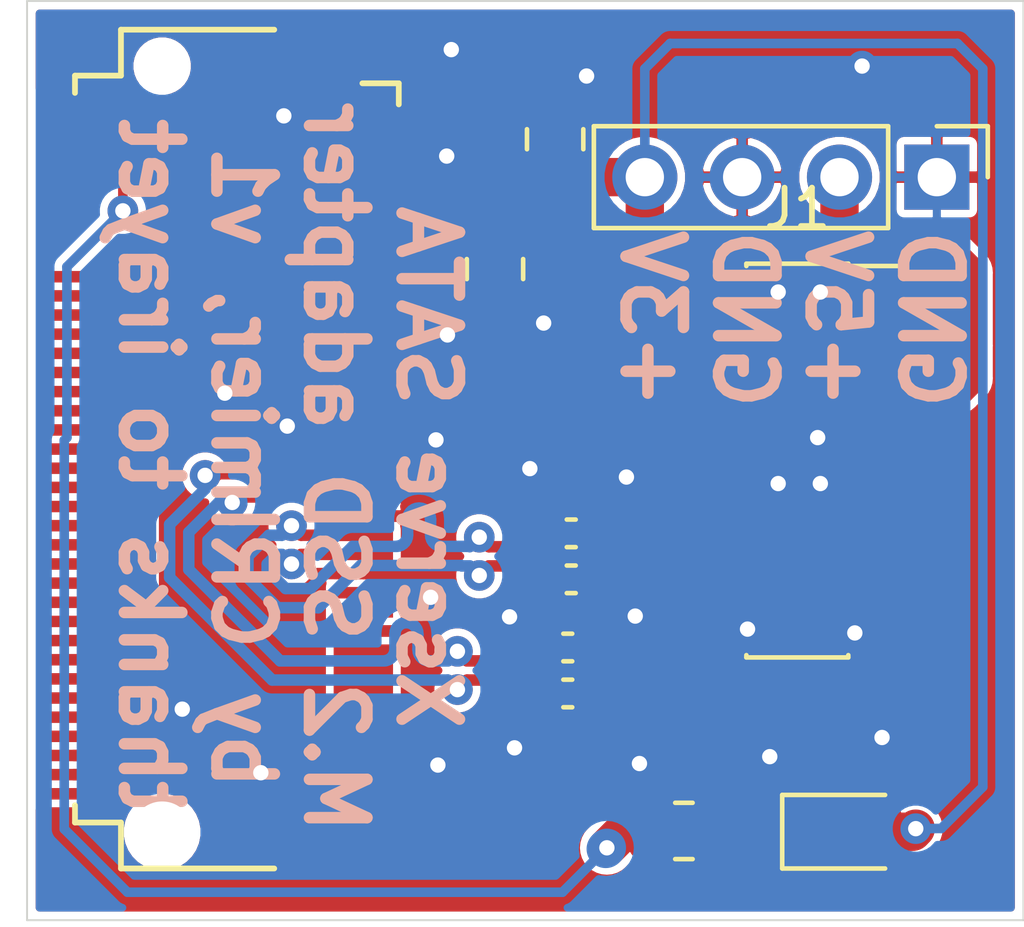
<source format=kicad_pcb>
(kicad_pcb (version 20171130) (host pcbnew 5.1.5+dfsg1-2build2)

  (general
    (thickness 1.6)
    (drawings 6)
    (tracks 294)
    (zones 0)
    (modules 11)
    (nets 57)
  )

  (page A4)
  (layers
    (0 F.Cu signal)
    (31 B.Cu signal)
    (32 B.Adhes user)
    (33 F.Adhes user)
    (34 B.Paste user)
    (35 F.Paste user)
    (36 B.SilkS user)
    (37 F.SilkS user)
    (38 B.Mask user)
    (39 F.Mask user)
    (40 Dwgs.User user)
    (41 Cmts.User user)
    (42 Eco1.User user)
    (43 Eco2.User user)
    (44 Edge.Cuts user)
    (45 Margin user)
    (46 B.CrtYd user)
    (47 F.CrtYd user)
    (48 B.Fab user)
    (49 F.Fab user)
  )

  (setup
    (last_trace_width 0.25)
    (user_trace_width 0.3)
    (user_trace_width 0.5)
    (user_trace_width 1)
    (trace_clearance 0.2)
    (zone_clearance 0.2)
    (zone_45_only no)
    (trace_min 0.2)
    (via_size 0.8)
    (via_drill 0.4)
    (via_min_size 0.4)
    (via_min_drill 0.3)
    (uvia_size 0.3)
    (uvia_drill 0.1)
    (uvias_allowed no)
    (uvia_min_size 0.2)
    (uvia_min_drill 0.1)
    (edge_width 0.05)
    (segment_width 0.2)
    (pcb_text_width 0.3)
    (pcb_text_size 1.5 1.5)
    (mod_edge_width 0.12)
    (mod_text_size 1 1)
    (mod_text_width 0.15)
    (pad_size 1.524 1.524)
    (pad_drill 0.762)
    (pad_to_mask_clearance 0.051)
    (solder_mask_min_width 0.25)
    (aux_axis_origin 158 79)
    (visible_elements FFFFFF7F)
    (pcbplotparams
      (layerselection 0x010fc_ffffffff)
      (usegerberextensions true)
      (usegerberattributes false)
      (usegerberadvancedattributes false)
      (creategerberjobfile false)
      (excludeedgelayer true)
      (linewidth 0.100000)
      (plotframeref false)
      (viasonmask false)
      (mode 1)
      (useauxorigin true)
      (hpglpennumber 1)
      (hpglpenspeed 20)
      (hpglpendiameter 15.000000)
      (psnegative false)
      (psa4output false)
      (plotreference false)
      (plotvalue false)
      (plotinvisibletext false)
      (padsonsilk false)
      (subtractmaskfromsilk true)
      (outputformat 1)
      (mirror false)
      (drillshape 0)
      (scaleselection 1)
      (outputdirectory "gerbers/"))
  )

  (net 0 "")
  (net 1 A+)
  (net 2 /XA+)
  (net 3 A-)
  (net 4 /XA-)
  (net 5 B-)
  (net 6 /XB-)
  (net 7 B+)
  (net 8 /XB+)
  (net 9 GND)
  (net 10 +5V)
  (net 11 +3V3)
  (net 12 "Net-(U1-Pad68)")
  (net 13 "Net-(U1-Pad67)")
  (net 14 "Net-(U1-Pad66)")
  (net 15 "Net-(U1-Pad65)")
  (net 16 "Net-(U1-Pad64)")
  (net 17 "Net-(U1-Pad63)")
  (net 18 "Net-(U1-Pad62)")
  (net 19 "Net-(U1-Pad61)")
  (net 20 "Net-(U1-Pad60)")
  (net 21 "Net-(U1-Pad59)")
  (net 22 "Net-(U1-Pad58)")
  (net 23 "Net-(U1-Pad56)")
  (net 24 "Net-(U1-Pad55)")
  (net 25 "Net-(U1-Pad54)")
  (net 26 "Net-(U1-Pad53)")
  (net 27 "Net-(U1-Pad52)")
  (net 28 "Net-(U1-Pad50)")
  (net 29 "Net-(U1-Pad48)")
  (net 30 "Net-(U1-Pad46)")
  (net 31 "Net-(U1-Pad44)")
  (net 32 "Net-(U1-Pad42)")
  (net 33 "Net-(U1-Pad40)")
  (net 34 "Net-(U1-Pad38)")
  (net 35 "Net-(U1-Pad37)")
  (net 36 "Net-(U1-Pad36)")
  (net 37 "Net-(U1-Pad35)")
  (net 38 "Net-(U1-Pad34)")
  (net 39 "Net-(U1-Pad32)")
  (net 40 "Net-(U1-Pad31)")
  (net 41 "Net-(U1-Pad30)")
  (net 42 "Net-(U1-Pad29)")
  (net 43 "Net-(U1-Pad28)")
  (net 44 "Net-(U1-Pad26)")
  (net 45 "Net-(U1-Pad25)")
  (net 46 "Net-(U1-Pad24)")
  (net 47 "Net-(U1-Pad23)")
  (net 48 "Net-(U1-Pad22)")
  (net 49 "Net-(U1-Pad20)")
  (net 50 LED)
  (net 51 "Net-(U1-Pad9)")
  (net 52 "Net-(U1-Pad8)")
  (net 53 "Net-(U1-Pad7)")
  (net 54 "Net-(U1-Pad6)")
  (net 55 "Net-(D1-Pad1)")
  (net 56 "Net-(J1-Pad8)")

  (net_class Default "This is the default net class."
    (clearance 0.2)
    (trace_width 0.25)
    (via_dia 0.8)
    (via_drill 0.4)
    (uvia_dia 0.3)
    (uvia_drill 0.1)
    (diff_pair_width 0.3)
    (diff_pair_gap 0.2)
    (add_net +3V3)
    (add_net +5V)
    (add_net /XA+)
    (add_net /XA-)
    (add_net /XB+)
    (add_net /XB-)
    (add_net A+)
    (add_net A-)
    (add_net B+)
    (add_net B-)
    (add_net GND)
    (add_net LED)
    (add_net "Net-(D1-Pad1)")
    (add_net "Net-(J1-Pad8)")
    (add_net "Net-(U1-Pad20)")
    (add_net "Net-(U1-Pad22)")
    (add_net "Net-(U1-Pad23)")
    (add_net "Net-(U1-Pad24)")
    (add_net "Net-(U1-Pad25)")
    (add_net "Net-(U1-Pad26)")
    (add_net "Net-(U1-Pad28)")
    (add_net "Net-(U1-Pad29)")
    (add_net "Net-(U1-Pad30)")
    (add_net "Net-(U1-Pad31)")
    (add_net "Net-(U1-Pad32)")
    (add_net "Net-(U1-Pad34)")
    (add_net "Net-(U1-Pad35)")
    (add_net "Net-(U1-Pad36)")
    (add_net "Net-(U1-Pad37)")
    (add_net "Net-(U1-Pad38)")
    (add_net "Net-(U1-Pad40)")
    (add_net "Net-(U1-Pad42)")
    (add_net "Net-(U1-Pad44)")
    (add_net "Net-(U1-Pad46)")
    (add_net "Net-(U1-Pad48)")
    (add_net "Net-(U1-Pad50)")
    (add_net "Net-(U1-Pad52)")
    (add_net "Net-(U1-Pad53)")
    (add_net "Net-(U1-Pad54)")
    (add_net "Net-(U1-Pad55)")
    (add_net "Net-(U1-Pad56)")
    (add_net "Net-(U1-Pad58)")
    (add_net "Net-(U1-Pad59)")
    (add_net "Net-(U1-Pad6)")
    (add_net "Net-(U1-Pad60)")
    (add_net "Net-(U1-Pad61)")
    (add_net "Net-(U1-Pad62)")
    (add_net "Net-(U1-Pad63)")
    (add_net "Net-(U1-Pad64)")
    (add_net "Net-(U1-Pad65)")
    (add_net "Net-(U1-Pad66)")
    (add_net "Net-(U1-Pad67)")
    (add_net "Net-(U1-Pad68)")
    (add_net "Net-(U1-Pad7)")
    (add_net "Net-(U1-Pad8)")
    (add_net "Net-(U1-Pad9)")
  )

  (module Connector_PinSocket_1.27mm:PinSocket_2x08_P1.27mm_Vertical_SMD (layer F.Cu) (tedit 5A19A41D) (tstamp 617B5A1A)
    (at 152.1 91)
    (descr "surface-mounted straight socket strip, 2x08, 1.27mm pitch, double cols (from Kicad 4.0.7!), script generated")
    (tags "Surface mounted socket strip SMD 2x08 1.27mm double row")
    (path /617B15BC)
    (attr smd)
    (fp_text reference J1 (at 0 -6.58) (layer F.SilkS)
      (effects (font (size 1 1) (thickness 0.15)))
    )
    (fp_text value XSERVE (at 0 6.58) (layer F.Fab)
      (effects (font (size 1 1) (thickness 0.15)))
    )
    (fp_text user %R (at 0 0 90) (layer F.Fab)
      (effects (font (size 1 1) (thickness 0.15)))
    )
    (fp_line (start -3.35 5.6) (end -3.35 -5.6) (layer F.CrtYd) (width 0.05))
    (fp_line (start 3.35 5.6) (end -3.35 5.6) (layer F.CrtYd) (width 0.05))
    (fp_line (start 3.35 -5.6) (end 3.35 5.6) (layer F.CrtYd) (width 0.05))
    (fp_line (start -3.35 -5.6) (end 3.35 -5.6) (layer F.CrtYd) (width 0.05))
    (fp_line (start 2.555 4.645) (end 1.27 4.645) (layer F.Fab) (width 0.1))
    (fp_line (start 2.555 4.245) (end 2.555 4.645) (layer F.Fab) (width 0.1))
    (fp_line (start 1.27 4.245) (end 2.555 4.245) (layer F.Fab) (width 0.1))
    (fp_line (start -2.555 4.645) (end -2.555 4.245) (layer F.Fab) (width 0.1))
    (fp_line (start -1.27 4.645) (end -2.555 4.645) (layer F.Fab) (width 0.1))
    (fp_line (start -2.555 4.245) (end -1.27 4.245) (layer F.Fab) (width 0.1))
    (fp_line (start 2.555 3.375) (end 1.27 3.375) (layer F.Fab) (width 0.1))
    (fp_line (start 2.555 2.975) (end 2.555 3.375) (layer F.Fab) (width 0.1))
    (fp_line (start 1.27 2.975) (end 2.555 2.975) (layer F.Fab) (width 0.1))
    (fp_line (start -2.555 3.375) (end -2.555 2.975) (layer F.Fab) (width 0.1))
    (fp_line (start -1.27 3.375) (end -2.555 3.375) (layer F.Fab) (width 0.1))
    (fp_line (start -2.555 2.975) (end -1.27 2.975) (layer F.Fab) (width 0.1))
    (fp_line (start 2.555 2.105) (end 1.27 2.105) (layer F.Fab) (width 0.1))
    (fp_line (start 2.555 1.705) (end 2.555 2.105) (layer F.Fab) (width 0.1))
    (fp_line (start 1.27 1.705) (end 2.555 1.705) (layer F.Fab) (width 0.1))
    (fp_line (start -2.555 2.105) (end -2.555 1.705) (layer F.Fab) (width 0.1))
    (fp_line (start -1.27 2.105) (end -2.555 2.105) (layer F.Fab) (width 0.1))
    (fp_line (start -2.555 1.705) (end -1.27 1.705) (layer F.Fab) (width 0.1))
    (fp_line (start 2.555 0.835) (end 1.27 0.835) (layer F.Fab) (width 0.1))
    (fp_line (start 2.555 0.435) (end 2.555 0.835) (layer F.Fab) (width 0.1))
    (fp_line (start 1.27 0.435) (end 2.555 0.435) (layer F.Fab) (width 0.1))
    (fp_line (start -2.555 0.835) (end -2.555 0.435) (layer F.Fab) (width 0.1))
    (fp_line (start -1.27 0.835) (end -2.555 0.835) (layer F.Fab) (width 0.1))
    (fp_line (start -2.555 0.435) (end -1.27 0.435) (layer F.Fab) (width 0.1))
    (fp_line (start 2.555 -0.435) (end 1.27 -0.435) (layer F.Fab) (width 0.1))
    (fp_line (start 2.555 -0.835) (end 2.555 -0.435) (layer F.Fab) (width 0.1))
    (fp_line (start 1.27 -0.835) (end 2.555 -0.835) (layer F.Fab) (width 0.1))
    (fp_line (start -2.555 -0.435) (end -2.555 -0.835) (layer F.Fab) (width 0.1))
    (fp_line (start -1.27 -0.435) (end -2.555 -0.435) (layer F.Fab) (width 0.1))
    (fp_line (start -2.555 -0.835) (end -1.27 -0.835) (layer F.Fab) (width 0.1))
    (fp_line (start 2.555 -1.705) (end 1.27 -1.705) (layer F.Fab) (width 0.1))
    (fp_line (start 2.555 -2.105) (end 2.555 -1.705) (layer F.Fab) (width 0.1))
    (fp_line (start 1.27 -2.105) (end 2.555 -2.105) (layer F.Fab) (width 0.1))
    (fp_line (start -2.555 -1.705) (end -2.555 -2.105) (layer F.Fab) (width 0.1))
    (fp_line (start -1.27 -1.705) (end -2.555 -1.705) (layer F.Fab) (width 0.1))
    (fp_line (start -2.555 -2.105) (end -1.27 -2.105) (layer F.Fab) (width 0.1))
    (fp_line (start 2.555 -2.975) (end 1.27 -2.975) (layer F.Fab) (width 0.1))
    (fp_line (start 2.555 -3.375) (end 2.555 -2.975) (layer F.Fab) (width 0.1))
    (fp_line (start 1.27 -3.375) (end 2.555 -3.375) (layer F.Fab) (width 0.1))
    (fp_line (start -2.555 -2.975) (end -2.555 -3.375) (layer F.Fab) (width 0.1))
    (fp_line (start -1.27 -2.975) (end -2.555 -2.975) (layer F.Fab) (width 0.1))
    (fp_line (start -2.555 -3.375) (end -1.27 -3.375) (layer F.Fab) (width 0.1))
    (fp_line (start 2.555 -4.245) (end 1.27 -4.245) (layer F.Fab) (width 0.1))
    (fp_line (start 2.555 -4.645) (end 2.555 -4.245) (layer F.Fab) (width 0.1))
    (fp_line (start 1.27 -4.645) (end 2.555 -4.645) (layer F.Fab) (width 0.1))
    (fp_line (start -2.555 -4.245) (end -2.555 -4.645) (layer F.Fab) (width 0.1))
    (fp_line (start -1.27 -4.245) (end -2.555 -4.245) (layer F.Fab) (width 0.1))
    (fp_line (start -2.555 -4.645) (end -1.27 -4.645) (layer F.Fab) (width 0.1))
    (fp_line (start -1.27 5.08) (end -1.27 -5.08) (layer F.Fab) (width 0.1))
    (fp_line (start 1.27 5.08) (end -1.27 5.08) (layer F.Fab) (width 0.1))
    (fp_line (start 1.27 -4.445) (end 1.27 5.08) (layer F.Fab) (width 0.1))
    (fp_line (start 0.635 -5.08) (end 1.27 -4.445) (layer F.Fab) (width 0.1))
    (fp_line (start -1.27 -5.08) (end 0.635 -5.08) (layer F.Fab) (width 0.1))
    (fp_line (start 1.33 -5.08) (end 2.79 -5.08) (layer F.SilkS) (width 0.12))
    (fp_line (start -1.33 5.08) (end -1.33 5.14) (layer F.SilkS) (width 0.12))
    (fp_line (start -1.33 -5.14) (end -1.33 -5.08) (layer F.SilkS) (width 0.12))
    (fp_line (start -1.33 5.14) (end 1.33 5.14) (layer F.SilkS) (width 0.12))
    (fp_line (start 1.33 5.08) (end 1.33 5.14) (layer F.SilkS) (width 0.12))
    (fp_line (start 1.33 -5.14) (end 1.33 -5.08) (layer F.SilkS) (width 0.12))
    (fp_line (start -1.33 -5.14) (end 1.33 -5.14) (layer F.SilkS) (width 0.12))
    (pad 16 smd rect (at -1.8 4.445) (size 2.1 0.75) (layers F.Cu F.Paste F.Mask)
      (net 9 GND))
    (pad 15 smd rect (at 1.8 4.445) (size 2.1 0.75) (layers F.Cu F.Paste F.Mask)
      (net 9 GND))
    (pad 14 smd rect (at -1.8 3.175) (size 2.1 0.75) (layers F.Cu F.Paste F.Mask)
      (net 4 /XA-))
    (pad 13 smd rect (at 1.8 3.175) (size 2.1 0.75) (layers F.Cu F.Paste F.Mask)
      (net 8 /XB+))
    (pad 12 smd rect (at -1.8 1.905) (size 2.1 0.75) (layers F.Cu F.Paste F.Mask)
      (net 2 /XA+))
    (pad 11 smd rect (at 1.8 1.905) (size 2.1 0.75) (layers F.Cu F.Paste F.Mask)
      (net 6 /XB-))
    (pad 10 smd rect (at -1.8 0.635) (size 2.1 0.75) (layers F.Cu F.Paste F.Mask)
      (net 9 GND))
    (pad 9 smd rect (at 1.8 0.635) (size 2.1 0.75) (layers F.Cu F.Paste F.Mask)
      (net 9 GND))
    (pad 8 smd rect (at -1.8 -0.635) (size 2.1 0.75) (layers F.Cu F.Paste F.Mask)
      (net 56 "Net-(J1-Pad8)"))
    (pad 7 smd rect (at 1.8 -0.635) (size 2.1 0.75) (layers F.Cu F.Paste F.Mask)
      (net 9 GND))
    (pad 6 smd rect (at -1.8 -1.905) (size 2.1 0.75) (layers F.Cu F.Paste F.Mask)
      (net 11 +3V3))
    (pad 5 smd rect (at 1.8 -1.905) (size 2.1 0.75) (layers F.Cu F.Paste F.Mask)
      (net 10 +5V))
    (pad 4 smd rect (at -1.8 -3.175) (size 2.1 0.75) (layers F.Cu F.Paste F.Mask)
      (net 11 +3V3))
    (pad 3 smd rect (at 1.8 -3.175) (size 2.1 0.75) (layers F.Cu F.Paste F.Mask)
      (net 10 +5V))
    (pad 2 smd rect (at -1.8 -4.445) (size 2.1 0.75) (layers F.Cu F.Paste F.Mask)
      (net 9 GND))
    (pad 1 smd rect (at 1.8 -4.445) (size 2.1 0.75) (layers F.Cu F.Paste F.Mask)
      (net 9 GND))
    (model ${KISYS3DMOD}/Connector_PinSocket_1.27mm.3dshapes/PinSocket_2x08_P1.27mm_Vertical_SMD.wrl
      (at (xyz 0 0 0))
      (scale (xyz 1 1 1))
      (rotate (xyz 0 0 0))
    )
  )

  (module Capacitor_SMD:C_0805_2012Metric (layer F.Cu) (tedit 5F68FEEE) (tstamp 618B94A2)
    (at 145.78 82.61 270)
    (descr "Capacitor SMD 0805 (2012 Metric), square (rectangular) end terminal, IPC_7351 nominal, (Body size source: IPC-SM-782 page 76, https://www.pcb-3d.com/wordpress/wp-content/uploads/ipc-sm-782a_amendment_1_and_2.pdf, https://docs.google.com/spreadsheets/d/1BsfQQcO9C6DZCsRaXUlFlo91Tg2WpOkGARC1WS5S8t0/edit?usp=sharing), generated with kicad-footprint-generator")
    (tags capacitor)
    (path /619120F1)
    (attr smd)
    (fp_text reference C6 (at 0 -1.68 90) (layer F.SilkS) hide
      (effects (font (size 1 1) (thickness 0.15)))
    )
    (fp_text value 100nF (at 0 1.68 90) (layer F.Fab)
      (effects (font (size 1 1) (thickness 0.15)))
    )
    (fp_text user %R (at 0 0 90) (layer F.Fab)
      (effects (font (size 0.5 0.5) (thickness 0.08)))
    )
    (fp_line (start 1.7 0.98) (end -1.7 0.98) (layer F.CrtYd) (width 0.05))
    (fp_line (start 1.7 -0.98) (end 1.7 0.98) (layer F.CrtYd) (width 0.05))
    (fp_line (start -1.7 -0.98) (end 1.7 -0.98) (layer F.CrtYd) (width 0.05))
    (fp_line (start -1.7 0.98) (end -1.7 -0.98) (layer F.CrtYd) (width 0.05))
    (fp_line (start -0.261252 0.735) (end 0.261252 0.735) (layer F.SilkS) (width 0.12))
    (fp_line (start -0.261252 -0.735) (end 0.261252 -0.735) (layer F.SilkS) (width 0.12))
    (fp_line (start 1 0.625) (end -1 0.625) (layer F.Fab) (width 0.1))
    (fp_line (start 1 -0.625) (end 1 0.625) (layer F.Fab) (width 0.1))
    (fp_line (start -1 -0.625) (end 1 -0.625) (layer F.Fab) (width 0.1))
    (fp_line (start -1 0.625) (end -1 -0.625) (layer F.Fab) (width 0.1))
    (pad 2 smd roundrect (at 0.95 0 270) (size 1 1.45) (layers F.Cu F.Paste F.Mask) (roundrect_rratio 0.25)
      (net 11 +3V3))
    (pad 1 smd roundrect (at -0.95 0 270) (size 1 1.45) (layers F.Cu F.Paste F.Mask) (roundrect_rratio 0.25)
      (net 9 GND))
    (model ${KISYS3DMOD}/Capacitor_SMD.3dshapes/C_0805_2012Metric.wrl
      (at (xyz 0 0 0))
      (scale (xyz 1 1 1))
      (rotate (xyz 0 0 0))
    )
  )

  (module Capacitor_SMD:C_0805_2012Metric (layer F.Cu) (tedit 5F68FEEE) (tstamp 618B9491)
    (at 144.21 86 90)
    (descr "Capacitor SMD 0805 (2012 Metric), square (rectangular) end terminal, IPC_7351 nominal, (Body size source: IPC-SM-782 page 76, https://www.pcb-3d.com/wordpress/wp-content/uploads/ipc-sm-782a_amendment_1_and_2.pdf, https://docs.google.com/spreadsheets/d/1BsfQQcO9C6DZCsRaXUlFlo91Tg2WpOkGARC1WS5S8t0/edit?usp=sharing), generated with kicad-footprint-generator")
    (tags capacitor)
    (path /61916B8E)
    (attr smd)
    (fp_text reference C5 (at 0 -1.68 90) (layer F.SilkS) hide
      (effects (font (size 1 1) (thickness 0.15)))
    )
    (fp_text value 100nF (at 0 1.68 90) (layer F.Fab)
      (effects (font (size 1 1) (thickness 0.15)))
    )
    (fp_text user %R (at 0 0 90) (layer F.Fab)
      (effects (font (size 0.5 0.5) (thickness 0.08)))
    )
    (fp_line (start 1.7 0.98) (end -1.7 0.98) (layer F.CrtYd) (width 0.05))
    (fp_line (start 1.7 -0.98) (end 1.7 0.98) (layer F.CrtYd) (width 0.05))
    (fp_line (start -1.7 -0.98) (end 1.7 -0.98) (layer F.CrtYd) (width 0.05))
    (fp_line (start -1.7 0.98) (end -1.7 -0.98) (layer F.CrtYd) (width 0.05))
    (fp_line (start -0.261252 0.735) (end 0.261252 0.735) (layer F.SilkS) (width 0.12))
    (fp_line (start -0.261252 -0.735) (end 0.261252 -0.735) (layer F.SilkS) (width 0.12))
    (fp_line (start 1 0.625) (end -1 0.625) (layer F.Fab) (width 0.1))
    (fp_line (start 1 -0.625) (end 1 0.625) (layer F.Fab) (width 0.1))
    (fp_line (start -1 -0.625) (end 1 -0.625) (layer F.Fab) (width 0.1))
    (fp_line (start -1 0.625) (end -1 -0.625) (layer F.Fab) (width 0.1))
    (pad 2 smd roundrect (at 0.95 0 90) (size 1 1.45) (layers F.Cu F.Paste F.Mask) (roundrect_rratio 0.25)
      (net 11 +3V3))
    (pad 1 smd roundrect (at -0.95 0 90) (size 1 1.45) (layers F.Cu F.Paste F.Mask) (roundrect_rratio 0.25)
      (net 9 GND))
    (model ${KISYS3DMOD}/Capacitor_SMD.3dshapes/C_0805_2012Metric.wrl
      (at (xyz 0 0 0))
      (scale (xyz 1 1 1))
      (rotate (xyz 0 0 0))
    )
  )

  (module Capacitor_SMD:C_0402_1005Metric_Pad0.74x0.62mm_HandSolder (layer F.Cu) (tedit 5F6BB22C) (tstamp 617B59EF)
    (at 146.11 97.08 180)
    (descr "Capacitor SMD 0402 (1005 Metric), square (rectangular) end terminal, IPC_7351 nominal with elongated pad for handsoldering. (Body size source: IPC-SM-782 page 76, https://www.pcb-3d.com/wordpress/wp-content/uploads/ipc-sm-782a_amendment_1_and_2.pdf), generated with kicad-footprint-generator")
    (tags "capacitor handsolder")
    (path /617BA194)
    (attr smd)
    (fp_text reference C4 (at 0 -1.16) (layer F.SilkS) hide
      (effects (font (size 1 1) (thickness 0.15)))
    )
    (fp_text value 100nF (at 0 1.16) (layer F.Fab)
      (effects (font (size 1 1) (thickness 0.15)))
    )
    (fp_text user %R (at 0 0) (layer F.Fab)
      (effects (font (size 0.25 0.25) (thickness 0.04)))
    )
    (fp_line (start 1.08 0.46) (end -1.08 0.46) (layer F.CrtYd) (width 0.05))
    (fp_line (start 1.08 -0.46) (end 1.08 0.46) (layer F.CrtYd) (width 0.05))
    (fp_line (start -1.08 -0.46) (end 1.08 -0.46) (layer F.CrtYd) (width 0.05))
    (fp_line (start -1.08 0.46) (end -1.08 -0.46) (layer F.CrtYd) (width 0.05))
    (fp_line (start -0.115835 0.36) (end 0.115835 0.36) (layer F.SilkS) (width 0.12))
    (fp_line (start -0.115835 -0.36) (end 0.115835 -0.36) (layer F.SilkS) (width 0.12))
    (fp_line (start 0.5 0.25) (end -0.5 0.25) (layer F.Fab) (width 0.1))
    (fp_line (start 0.5 -0.25) (end 0.5 0.25) (layer F.Fab) (width 0.1))
    (fp_line (start -0.5 -0.25) (end 0.5 -0.25) (layer F.Fab) (width 0.1))
    (fp_line (start -0.5 0.25) (end -0.5 -0.25) (layer F.Fab) (width 0.1))
    (pad 2 smd roundrect (at 0.5675 0 180) (size 0.735 0.62) (layers F.Cu F.Paste F.Mask) (roundrect_rratio 0.25)
      (net 7 B+))
    (pad 1 smd roundrect (at -0.5675 0 180) (size 0.735 0.62) (layers F.Cu F.Paste F.Mask) (roundrect_rratio 0.25)
      (net 8 /XB+))
    (model ${KISYS3DMOD}/Capacitor_SMD.3dshapes/C_0402_1005Metric.wrl
      (at (xyz 0 0 0))
      (scale (xyz 1 1 1))
      (rotate (xyz 0 0 0))
    )
  )

  (module Capacitor_SMD:C_0402_1005Metric_Pad0.74x0.62mm_HandSolder (layer F.Cu) (tedit 5F6BB22C) (tstamp 617B59DE)
    (at 146.11 95.88 180)
    (descr "Capacitor SMD 0402 (1005 Metric), square (rectangular) end terminal, IPC_7351 nominal with elongated pad for handsoldering. (Body size source: IPC-SM-782 page 76, https://www.pcb-3d.com/wordpress/wp-content/uploads/ipc-sm-782a_amendment_1_and_2.pdf), generated with kicad-footprint-generator")
    (tags "capacitor handsolder")
    (path /617BA18D)
    (attr smd)
    (fp_text reference C3 (at 0 -1.16) (layer F.SilkS) hide
      (effects (font (size 1 1) (thickness 0.15)))
    )
    (fp_text value 100nF (at 0 1.16) (layer F.Fab)
      (effects (font (size 1 1) (thickness 0.15)))
    )
    (fp_text user %R (at 0 0) (layer F.Fab)
      (effects (font (size 0.25 0.25) (thickness 0.04)))
    )
    (fp_line (start 1.08 0.46) (end -1.08 0.46) (layer F.CrtYd) (width 0.05))
    (fp_line (start 1.08 -0.46) (end 1.08 0.46) (layer F.CrtYd) (width 0.05))
    (fp_line (start -1.08 -0.46) (end 1.08 -0.46) (layer F.CrtYd) (width 0.05))
    (fp_line (start -1.08 0.46) (end -1.08 -0.46) (layer F.CrtYd) (width 0.05))
    (fp_line (start -0.115835 0.36) (end 0.115835 0.36) (layer F.SilkS) (width 0.12))
    (fp_line (start -0.115835 -0.36) (end 0.115835 -0.36) (layer F.SilkS) (width 0.12))
    (fp_line (start 0.5 0.25) (end -0.5 0.25) (layer F.Fab) (width 0.1))
    (fp_line (start 0.5 -0.25) (end 0.5 0.25) (layer F.Fab) (width 0.1))
    (fp_line (start -0.5 -0.25) (end 0.5 -0.25) (layer F.Fab) (width 0.1))
    (fp_line (start -0.5 0.25) (end -0.5 -0.25) (layer F.Fab) (width 0.1))
    (pad 2 smd roundrect (at 0.5675 0 180) (size 0.735 0.62) (layers F.Cu F.Paste F.Mask) (roundrect_rratio 0.25)
      (net 5 B-))
    (pad 1 smd roundrect (at -0.5675 0 180) (size 0.735 0.62) (layers F.Cu F.Paste F.Mask) (roundrect_rratio 0.25)
      (net 6 /XB-))
    (model ${KISYS3DMOD}/Capacitor_SMD.3dshapes/C_0402_1005Metric.wrl
      (at (xyz 0 0 0))
      (scale (xyz 1 1 1))
      (rotate (xyz 0 0 0))
    )
  )

  (module Resistor_SMD:R_0805_2012Metric (layer F.Cu) (tedit 5F68FEEE) (tstamp 618B7ABE)
    (at 149.14 100.67)
    (descr "Resistor SMD 0805 (2012 Metric), square (rectangular) end terminal, IPC_7351 nominal, (Body size source: IPC-SM-782 page 72, https://www.pcb-3d.com/wordpress/wp-content/uploads/ipc-sm-782a_amendment_1_and_2.pdf), generated with kicad-footprint-generator")
    (tags resistor)
    (path /618E9D16)
    (attr smd)
    (fp_text reference R1 (at 0 -1.65) (layer F.SilkS) hide
      (effects (font (size 1 1) (thickness 0.15)))
    )
    (fp_text value 4.7K (at 0 1.65) (layer F.Fab)
      (effects (font (size 1 1) (thickness 0.15)))
    )
    (fp_text user %R (at 0 0) (layer F.Fab)
      (effects (font (size 0.5 0.5) (thickness 0.08)))
    )
    (fp_line (start 1.68 0.95) (end -1.68 0.95) (layer F.CrtYd) (width 0.05))
    (fp_line (start 1.68 -0.95) (end 1.68 0.95) (layer F.CrtYd) (width 0.05))
    (fp_line (start -1.68 -0.95) (end 1.68 -0.95) (layer F.CrtYd) (width 0.05))
    (fp_line (start -1.68 0.95) (end -1.68 -0.95) (layer F.CrtYd) (width 0.05))
    (fp_line (start -0.227064 0.735) (end 0.227064 0.735) (layer F.SilkS) (width 0.12))
    (fp_line (start -0.227064 -0.735) (end 0.227064 -0.735) (layer F.SilkS) (width 0.12))
    (fp_line (start 1 0.625) (end -1 0.625) (layer F.Fab) (width 0.1))
    (fp_line (start 1 -0.625) (end 1 0.625) (layer F.Fab) (width 0.1))
    (fp_line (start -1 -0.625) (end 1 -0.625) (layer F.Fab) (width 0.1))
    (fp_line (start -1 0.625) (end -1 -0.625) (layer F.Fab) (width 0.1))
    (pad 2 smd roundrect (at 0.9125 0) (size 1.025 1.4) (layers F.Cu F.Paste F.Mask) (roundrect_rratio 0.243902)
      (net 55 "Net-(D1-Pad1)"))
    (pad 1 smd roundrect (at -0.9125 0) (size 1.025 1.4) (layers F.Cu F.Paste F.Mask) (roundrect_rratio 0.243902)
      (net 50 LED))
    (model ${KISYS3DMOD}/Resistor_SMD.3dshapes/R_0805_2012Metric.wrl
      (at (xyz 0 0 0))
      (scale (xyz 1 1 1))
      (rotate (xyz 0 0 0))
    )
  )

  (module LED_SMD:LED_0805_2012Metric (layer F.Cu) (tedit 5F68FEF1) (tstamp 618B7AF0)
    (at 153.39 100.69)
    (descr "LED SMD 0805 (2012 Metric), square (rectangular) end terminal, IPC_7351 nominal, (Body size source: https://docs.google.com/spreadsheets/d/1BsfQQcO9C6DZCsRaXUlFlo91Tg2WpOkGARC1WS5S8t0/edit?usp=sharing), generated with kicad-footprint-generator")
    (tags LED)
    (path /618EB2D5)
    (attr smd)
    (fp_text reference D1 (at 0 -1.65) (layer F.SilkS) hide
      (effects (font (size 1 1) (thickness 0.15)))
    )
    (fp_text value LED_Small (at 0 1.65) (layer F.Fab)
      (effects (font (size 1 1) (thickness 0.15)))
    )
    (fp_text user %R (at 0 0) (layer F.Fab)
      (effects (font (size 0.5 0.5) (thickness 0.08)))
    )
    (fp_line (start 1.68 0.95) (end -1.68 0.95) (layer F.CrtYd) (width 0.05))
    (fp_line (start 1.68 -0.95) (end 1.68 0.95) (layer F.CrtYd) (width 0.05))
    (fp_line (start -1.68 -0.95) (end 1.68 -0.95) (layer F.CrtYd) (width 0.05))
    (fp_line (start -1.68 0.95) (end -1.68 -0.95) (layer F.CrtYd) (width 0.05))
    (fp_line (start -1.685 0.96) (end 1 0.96) (layer F.SilkS) (width 0.12))
    (fp_line (start -1.685 -0.96) (end -1.685 0.96) (layer F.SilkS) (width 0.12))
    (fp_line (start 1 -0.96) (end -1.685 -0.96) (layer F.SilkS) (width 0.12))
    (fp_line (start 1 0.6) (end 1 -0.6) (layer F.Fab) (width 0.1))
    (fp_line (start -1 0.6) (end 1 0.6) (layer F.Fab) (width 0.1))
    (fp_line (start -1 -0.3) (end -1 0.6) (layer F.Fab) (width 0.1))
    (fp_line (start -0.7 -0.6) (end -1 -0.3) (layer F.Fab) (width 0.1))
    (fp_line (start 1 -0.6) (end -0.7 -0.6) (layer F.Fab) (width 0.1))
    (pad 2 smd roundrect (at 0.9375 0) (size 0.975 1.4) (layers F.Cu F.Paste F.Mask) (roundrect_rratio 0.25)
      (net 11 +3V3))
    (pad 1 smd roundrect (at -0.9375 0) (size 0.975 1.4) (layers F.Cu F.Paste F.Mask) (roundrect_rratio 0.25)
      (net 55 "Net-(D1-Pad1)"))
    (model ${KISYS3DMOD}/LED_SMD.3dshapes/LED_0805_2012Metric.wrl
      (at (xyz 0 0 0))
      (scale (xyz 1 1 1))
      (rotate (xyz 0 0 0))
    )
  )

  (module xserve_sata_adapter:Conn_TE-M.2-0.5-67P-doublesided_TypeB (layer F.Cu) (tedit 618854BB) (tstamp 618B6993)
    (at 135.5 90.7 270)
    (path /618B3136)
    (fp_text reference U1 (at 0 1 270) (layer F.Fab)
      (effects (font (size 0.6 0.6) (thickness 0.1)))
    )
    (fp_text value NGFF_B (at 0 0 270) (layer F.Fab)
      (effects (font (size 0.6 0.5) (thickness 0.1)))
    )
    (fp_line (start -10.95 -5.25) (end 10.95 -5.25) (layer F.Fab) (width 0.05))
    (fp_line (start -10.95 -4.75) (end -10.45 -5.25) (layer F.Fab) (width 0.05))
    (fp_line (start 9.75 1.05) (end 9.75 2.25) (layer F.Fab) (width 0.05))
    (fp_line (start 10.95 1.05) (end 9.75 1.05) (layer F.Fab) (width 0.05))
    (fp_line (start -9.75 1.05) (end -9.75 2.25) (layer F.Fab) (width 0.05))
    (fp_line (start -10.95 1.05) (end -9.75 1.05) (layer F.Fab) (width 0.05))
    (fp_line (start -9.75 2.25) (end 9.75 2.25) (layer F.Fab) (width 0.05))
    (fp_line (start 10.95 1.05) (end 10.95 -5.25) (layer F.Fab) (width 0.05))
    (fp_line (start -10.95 -5.25) (end -10.95 1.05) (layer F.Fab) (width 0.05))
    (fp_line (start -10 1.25) (end -11.25 1.25) (layer F.CrtYd) (width 0.05))
    (fp_line (start -10 3.25) (end -10 1.25) (layer F.CrtYd) (width 0.05))
    (fp_line (start 10 3.25) (end -10 3.25) (layer F.CrtYd) (width 0.05))
    (fp_line (start 10 1.25) (end 10 3.25) (layer F.CrtYd) (width 0.05))
    (fp_line (start 11.25 1.25) (end 10 1.25) (layer F.CrtYd) (width 0.05))
    (fp_line (start -9.75 1.05) (end -10.95 1.05) (layer F.SilkS) (width 0.15))
    (fp_line (start -9.75 2.25) (end -9.75 1.05) (layer F.SilkS) (width 0.15))
    (fp_line (start -9.3 2.25) (end -9.75 2.25) (layer F.SilkS) (width 0.15))
    (fp_line (start 9.75 2.25) (end 9.3 2.25) (layer F.SilkS) (width 0.15))
    (fp_line (start 9.75 1.05) (end 9.75 2.25) (layer F.SilkS) (width 0.15))
    (fp_line (start 10.95 1.05) (end 9.75 1.05) (layer F.SilkS) (width 0.15))
    (fp_text user %R (at -10.1 -4.8 270) (layer Eco1.User)
      (effects (font (size 0.3 0.3) (thickness 0.03)))
    )
    (fp_line (start -10.95 1.05) (end -10.95 -2.95) (layer F.SilkS) (width 0.15))
    (fp_line (start 10.95 1.05) (end 10.95 -2.95) (layer F.SilkS) (width 0.15))
    (fp_line (start -9.55 -6.2) (end -9 -6.2) (layer F.SilkS) (width 0.15))
    (fp_line (start -9.55 -5.25) (end -9.55 -6.2) (layer F.SilkS) (width 0.15))
    (fp_line (start 11.25 -6.25) (end 11.25 1.25) (layer F.CrtYd) (width 0.05))
    (fp_line (start -11.25 1.25) (end -11.25 -6.25) (layer F.CrtYd) (width 0.05))
    (fp_line (start -11.25 -6.25) (end 11.25 -6.25) (layer F.CrtYd) (width 0.05))
    (fp_text user "ENTRY SIDE" (at 0 3.75 270) (layer Cmts.User)
      (effects (font (size 0.6 0.6) (thickness 0.06)))
    )
    (pad MP smd rect (at 10.35 -4.5 270) (size 1.2 2.75) (layers F.Cu F.Paste F.Mask)
      (net 9 GND))
    (pad MP smd rect (at -10.35 -4.5 270) (size 1.2 2.75) (layers F.Cu F.Paste F.Mask)
      (net 9 GND))
    (pad "" np_thru_hole circle (at 10 -0.025 270) (size 1.6 1.6) (drill 1.6) (layers *.Cu))
    (pad "" np_thru_hole circle (at -10 -0.025 270) (size 1.1 1.1) (drill 1.1) (layers *.Cu))
    (pad 75 smd rect (at 9.25 -5.275 270) (size 0.3 1.55) (layers F.Cu F.Paste F.Mask)
      (net 9 GND))
    (pad 74 smd rect (at 9 2.275 270) (size 0.3 1.55) (layers F.Cu F.Paste F.Mask)
      (net 11 +3V3))
    (pad 73 smd rect (at 8.75 -5.275 270) (size 0.3 1.55) (layers F.Cu F.Paste F.Mask)
      (net 9 GND))
    (pad 72 smd rect (at 8.5 2.275 270) (size 0.3 1.55) (layers F.Cu F.Paste F.Mask)
      (net 11 +3V3))
    (pad 71 smd rect (at 8.25 -5.275 270) (size 0.3 1.55) (layers F.Cu F.Paste F.Mask)
      (net 9 GND))
    (pad 70 smd rect (at 8 2.275 270) (size 0.3 1.55) (layers F.Cu F.Paste F.Mask)
      (net 11 +3V3))
    (pad 69 smd rect (at 7.75 -5.275 270) (size 0.3 1.55) (layers F.Cu F.Paste F.Mask)
      (net 9 GND))
    (pad 68 smd rect (at 7.5 2.275 270) (size 0.3 1.55) (layers F.Cu F.Paste F.Mask)
      (net 12 "Net-(U1-Pad68)"))
    (pad 67 smd rect (at 7.25 -5.275 270) (size 0.3 1.55) (layers F.Cu F.Paste F.Mask)
      (net 13 "Net-(U1-Pad67)"))
    (pad 66 smd rect (at 7 2.275 270) (size 0.3 1.55) (layers F.Cu F.Paste F.Mask)
      (net 14 "Net-(U1-Pad66)"))
    (pad 65 smd rect (at 6.75 -5.275 270) (size 0.3 1.55) (layers F.Cu F.Paste F.Mask)
      (net 15 "Net-(U1-Pad65)"))
    (pad 64 smd rect (at 6.5 2.275 270) (size 0.3 1.55) (layers F.Cu F.Paste F.Mask)
      (net 16 "Net-(U1-Pad64)"))
    (pad 63 smd rect (at 6.25 -5.275 270) (size 0.3 1.55) (layers F.Cu F.Paste F.Mask)
      (net 17 "Net-(U1-Pad63)"))
    (pad 62 smd rect (at 6 2.275 270) (size 0.3 1.55) (layers F.Cu F.Paste F.Mask)
      (net 18 "Net-(U1-Pad62)"))
    (pad 61 smd rect (at 5.75 -5.275 270) (size 0.3 1.55) (layers F.Cu F.Paste F.Mask)
      (net 19 "Net-(U1-Pad61)"))
    (pad 60 smd rect (at 5.5 2.275 270) (size 0.3 1.55) (layers F.Cu F.Paste F.Mask)
      (net 20 "Net-(U1-Pad60)"))
    (pad 59 smd rect (at 5.25 -5.275 270) (size 0.3 1.55) (layers F.Cu F.Paste F.Mask)
      (net 21 "Net-(U1-Pad59)"))
    (pad 58 smd rect (at 5 2.275 270) (size 0.3 1.55) (layers F.Cu F.Paste F.Mask)
      (net 22 "Net-(U1-Pad58)"))
    (pad 57 smd rect (at 4.75 -5.275 270) (size 0.3 1.55) (layers F.Cu F.Paste F.Mask)
      (net 9 GND))
    (pad 56 smd rect (at 4.5 2.275 270) (size 0.3 1.55) (layers F.Cu F.Paste F.Mask)
      (net 23 "Net-(U1-Pad56)"))
    (pad 55 smd rect (at 4.25 -5.275 270) (size 0.3 1.55) (layers F.Cu F.Paste F.Mask)
      (net 24 "Net-(U1-Pad55)"))
    (pad 54 smd rect (at 4 2.275 270) (size 0.3 1.55) (layers F.Cu F.Paste F.Mask)
      (net 25 "Net-(U1-Pad54)"))
    (pad 53 smd rect (at 3.75 -5.275 270) (size 0.3 1.55) (layers F.Cu F.Paste F.Mask)
      (net 26 "Net-(U1-Pad53)"))
    (pad 52 smd rect (at 3.5 2.275 270) (size 0.3 1.55) (layers F.Cu F.Paste F.Mask)
      (net 27 "Net-(U1-Pad52)"))
    (pad 51 smd rect (at 3.25 -5.275 270) (size 0.3 1.55) (layers F.Cu F.Paste F.Mask)
      (net 9 GND))
    (pad 50 smd rect (at 3 2.275 270) (size 0.3 1.55) (layers F.Cu F.Paste F.Mask)
      (net 28 "Net-(U1-Pad50)"))
    (pad 49 smd rect (at 2.75 -5.275 270) (size 0.3 1.55) (layers F.Cu F.Paste F.Mask)
      (net 1 A+))
    (pad 48 smd rect (at 2.5 2.275 270) (size 0.3 1.55) (layers F.Cu F.Paste F.Mask)
      (net 29 "Net-(U1-Pad48)"))
    (pad 47 smd rect (at 2.25 -5.275 270) (size 0.3 1.55) (layers F.Cu F.Paste F.Mask)
      (net 3 A-))
    (pad 46 smd rect (at 2 2.275 270) (size 0.3 1.55) (layers F.Cu F.Paste F.Mask)
      (net 30 "Net-(U1-Pad46)"))
    (pad 45 smd rect (at 1.75 -5.275 270) (size 0.3 1.55) (layers F.Cu F.Paste F.Mask)
      (net 9 GND))
    (pad 44 smd rect (at 1.5 2.275 270) (size 0.3 1.55) (layers F.Cu F.Paste F.Mask)
      (net 31 "Net-(U1-Pad44)"))
    (pad 43 smd rect (at 1.25 -5.275 270) (size 0.3 1.55) (layers F.Cu F.Paste F.Mask)
      (net 5 B-))
    (pad 42 smd rect (at 1 2.275 270) (size 0.3 1.55) (layers F.Cu F.Paste F.Mask)
      (net 32 "Net-(U1-Pad42)"))
    (pad 41 smd rect (at 0.75 -5.275 270) (size 0.3 1.55) (layers F.Cu F.Paste F.Mask)
      (net 7 B+))
    (pad 40 smd rect (at 0.5 2.275 270) (size 0.3 1.55) (layers F.Cu F.Paste F.Mask)
      (net 33 "Net-(U1-Pad40)"))
    (pad 39 smd rect (at 0.25 -5.275 270) (size 0.3 1.55) (layers F.Cu F.Paste F.Mask)
      (net 9 GND))
    (pad 38 smd rect (at 0 2.275 270) (size 0.3 1.55) (layers F.Cu F.Paste F.Mask)
      (net 34 "Net-(U1-Pad38)"))
    (pad 37 smd rect (at -0.25 -5.275 270) (size 0.3 1.55) (layers F.Cu F.Paste F.Mask)
      (net 35 "Net-(U1-Pad37)"))
    (pad 36 smd rect (at -0.5 2.275 270) (size 0.3 1.55) (layers F.Cu F.Paste F.Mask)
      (net 36 "Net-(U1-Pad36)"))
    (pad 35 smd rect (at -0.75 -5.275 270) (size 0.3 1.55) (layers F.Cu F.Paste F.Mask)
      (net 37 "Net-(U1-Pad35)"))
    (pad 34 smd rect (at -1 2.275 270) (size 0.3 1.55) (layers F.Cu F.Paste F.Mask)
      (net 38 "Net-(U1-Pad34)"))
    (pad 33 smd rect (at -1.25 -5.275 270) (size 0.3 1.55) (layers F.Cu F.Paste F.Mask)
      (net 9 GND))
    (pad 32 smd rect (at -1.5 2.275 270) (size 0.3 1.55) (layers F.Cu F.Paste F.Mask)
      (net 39 "Net-(U1-Pad32)"))
    (pad 31 smd rect (at -1.75 -5.275 270) (size 0.3 1.55) (layers F.Cu F.Paste F.Mask)
      (net 40 "Net-(U1-Pad31)"))
    (pad 30 smd rect (at -2 2.275 270) (size 0.3 1.55) (layers F.Cu F.Paste F.Mask)
      (net 41 "Net-(U1-Pad30)"))
    (pad 29 smd rect (at -2.25 -5.275 270) (size 0.3 1.55) (layers F.Cu F.Paste F.Mask)
      (net 42 "Net-(U1-Pad29)"))
    (pad 28 smd rect (at -2.5 2.275 270) (size 0.3 1.55) (layers F.Cu F.Paste F.Mask)
      (net 43 "Net-(U1-Pad28)"))
    (pad 27 smd rect (at -2.75 -5.275 270) (size 0.3 1.55) (layers F.Cu F.Paste F.Mask)
      (net 9 GND))
    (pad 26 smd rect (at -3 2.275 270) (size 0.3 1.55) (layers F.Cu F.Paste F.Mask)
      (net 44 "Net-(U1-Pad26)"))
    (pad 25 smd rect (at -3.25 -5.275 270) (size 0.3 1.55) (layers F.Cu F.Paste F.Mask)
      (net 45 "Net-(U1-Pad25)"))
    (pad 24 smd rect (at -3.5 2.275 270) (size 0.3 1.55) (layers F.Cu F.Paste F.Mask)
      (net 46 "Net-(U1-Pad24)"))
    (pad 23 smd rect (at -3.75 -5.275 270) (size 0.3 1.55) (layers F.Cu F.Paste F.Mask)
      (net 47 "Net-(U1-Pad23)"))
    (pad 22 smd rect (at -4 2.275 270) (size 0.3 1.55) (layers F.Cu F.Paste F.Mask)
      (net 48 "Net-(U1-Pad22)"))
    (pad 21 smd rect (at -4.25 -5.275 270) (size 0.3 1.55) (layers F.Cu F.Paste F.Mask)
      (net 9 GND))
    (pad 20 smd rect (at -4.5 2.275 270) (size 0.3 1.55) (layers F.Cu F.Paste F.Mask)
      (net 49 "Net-(U1-Pad20)"))
    (pad 11 smd rect (at -6.75 -5.275 270) (size 0.3 1.55) (layers F.Cu F.Paste F.Mask)
      (net 9 GND))
    (pad 10 smd rect (at -7 2.275 270) (size 0.3 1.55) (layers F.Cu F.Paste F.Mask)
      (net 50 LED))
    (pad 9 smd rect (at -7.25 -5.275 270) (size 0.3 1.55) (layers F.Cu F.Paste F.Mask)
      (net 51 "Net-(U1-Pad9)"))
    (pad 8 smd rect (at -7.5 2.275 270) (size 0.3 1.55) (layers F.Cu F.Paste F.Mask)
      (net 52 "Net-(U1-Pad8)"))
    (pad 7 smd rect (at -7.75 -5.275 270) (size 0.3 1.55) (layers F.Cu F.Paste F.Mask)
      (net 53 "Net-(U1-Pad7)"))
    (pad 6 smd rect (at -8 2.275 270) (size 0.3 1.55) (layers F.Cu F.Paste F.Mask)
      (net 54 "Net-(U1-Pad6)"))
    (pad 5 smd rect (at -8.25 -5.275 270) (size 0.3 1.55) (layers F.Cu F.Paste F.Mask)
      (net 9 GND))
    (pad 4 smd rect (at -8.5 2.275 270) (size 0.3 1.55) (layers F.Cu F.Paste F.Mask)
      (net 11 +3V3))
    (pad 3 smd rect (at -8.75 -5.275 270) (size 0.3 1.55) (layers F.Cu F.Paste F.Mask)
      (net 9 GND))
    (pad 2 smd rect (at -9 2.275 270) (size 0.3 1.55) (layers F.Cu F.Paste F.Mask)
      (net 11 +3V3))
    (pad 1 smd rect (at -9.25 -5.275 270) (size 0.3 1.55) (layers F.Cu F.Paste F.Mask)
      (net 9 GND))
    (model ../../../../../home/paulr/owncloud.home/Electronics/KiCadLibs/MyKiCadLibs.pretty/M.2_key_B_TE.wrl
      (at (xyz 0 0 0))
      (scale (xyz 0.3937 0.3937 0.3937))
      (rotate (xyz 0 0 0))
    )
  )

  (module Connector_PinHeader_2.54mm:PinHeader_1x04_P2.54mm_Vertical (layer F.Cu) (tedit 59FED5CC) (tstamp 617B5A32)
    (at 155.74 83.6 270)
    (descr "Through hole straight pin header, 1x04, 2.54mm pitch, single row")
    (tags "Through hole pin header THT 1x04 2.54mm single row")
    (path /617CC839)
    (fp_text reference J3 (at 0 -2.33 90) (layer F.SilkS) hide
      (effects (font (size 1 1) (thickness 0.15)))
    )
    (fp_text value POWER (at 0 9.95 90) (layer F.Fab)
      (effects (font (size 1 1) (thickness 0.15)))
    )
    (fp_text user %R (at 0 3.81) (layer F.Fab)
      (effects (font (size 1 1) (thickness 0.15)))
    )
    (fp_line (start 1.8 -1.8) (end -1.8 -1.8) (layer F.CrtYd) (width 0.05))
    (fp_line (start 1.8 9.4) (end 1.8 -1.8) (layer F.CrtYd) (width 0.05))
    (fp_line (start -1.8 9.4) (end 1.8 9.4) (layer F.CrtYd) (width 0.05))
    (fp_line (start -1.8 -1.8) (end -1.8 9.4) (layer F.CrtYd) (width 0.05))
    (fp_line (start -1.33 -1.33) (end 0 -1.33) (layer F.SilkS) (width 0.12))
    (fp_line (start -1.33 0) (end -1.33 -1.33) (layer F.SilkS) (width 0.12))
    (fp_line (start -1.33 1.27) (end 1.33 1.27) (layer F.SilkS) (width 0.12))
    (fp_line (start 1.33 1.27) (end 1.33 8.95) (layer F.SilkS) (width 0.12))
    (fp_line (start -1.33 1.27) (end -1.33 8.95) (layer F.SilkS) (width 0.12))
    (fp_line (start -1.33 8.95) (end 1.33 8.95) (layer F.SilkS) (width 0.12))
    (fp_line (start -1.27 -0.635) (end -0.635 -1.27) (layer F.Fab) (width 0.1))
    (fp_line (start -1.27 8.89) (end -1.27 -0.635) (layer F.Fab) (width 0.1))
    (fp_line (start 1.27 8.89) (end -1.27 8.89) (layer F.Fab) (width 0.1))
    (fp_line (start 1.27 -1.27) (end 1.27 8.89) (layer F.Fab) (width 0.1))
    (fp_line (start -0.635 -1.27) (end 1.27 -1.27) (layer F.Fab) (width 0.1))
    (pad 4 thru_hole oval (at 0 7.62 270) (size 1.7 1.7) (drill 1) (layers *.Cu *.Mask)
      (net 11 +3V3))
    (pad 3 thru_hole oval (at 0 5.08 270) (size 1.7 1.7) (drill 1) (layers *.Cu *.Mask)
      (net 9 GND))
    (pad 2 thru_hole oval (at 0 2.54 270) (size 1.7 1.7) (drill 1) (layers *.Cu *.Mask)
      (net 10 +5V))
    (pad 1 thru_hole rect (at 0 0 270) (size 1.7 1.7) (drill 1) (layers *.Cu *.Mask)
      (net 9 GND))
  )

  (module Capacitor_SMD:C_0402_1005Metric_Pad0.74x0.62mm_HandSolder (layer F.Cu) (tedit 5F6BB22C) (tstamp 617B59CD)
    (at 146.2 94.1 180)
    (descr "Capacitor SMD 0402 (1005 Metric), square (rectangular) end terminal, IPC_7351 nominal with elongated pad for handsoldering. (Body size source: IPC-SM-782 page 76, https://www.pcb-3d.com/wordpress/wp-content/uploads/ipc-sm-782a_amendment_1_and_2.pdf), generated with kicad-footprint-generator")
    (tags "capacitor handsolder")
    (path /617B8352)
    (attr smd)
    (fp_text reference C2 (at 0 -1.16) (layer F.SilkS) hide
      (effects (font (size 1 1) (thickness 0.15)))
    )
    (fp_text value 100nF (at 0 1.16) (layer F.Fab)
      (effects (font (size 1 1) (thickness 0.15)))
    )
    (fp_text user %R (at 0 0) (layer F.Fab)
      (effects (font (size 0.25 0.25) (thickness 0.04)))
    )
    (fp_line (start 1.08 0.46) (end -1.08 0.46) (layer F.CrtYd) (width 0.05))
    (fp_line (start 1.08 -0.46) (end 1.08 0.46) (layer F.CrtYd) (width 0.05))
    (fp_line (start -1.08 -0.46) (end 1.08 -0.46) (layer F.CrtYd) (width 0.05))
    (fp_line (start -1.08 0.46) (end -1.08 -0.46) (layer F.CrtYd) (width 0.05))
    (fp_line (start -0.115835 0.36) (end 0.115835 0.36) (layer F.SilkS) (width 0.12))
    (fp_line (start -0.115835 -0.36) (end 0.115835 -0.36) (layer F.SilkS) (width 0.12))
    (fp_line (start 0.5 0.25) (end -0.5 0.25) (layer F.Fab) (width 0.1))
    (fp_line (start 0.5 -0.25) (end 0.5 0.25) (layer F.Fab) (width 0.1))
    (fp_line (start -0.5 -0.25) (end 0.5 -0.25) (layer F.Fab) (width 0.1))
    (fp_line (start -0.5 0.25) (end -0.5 -0.25) (layer F.Fab) (width 0.1))
    (pad 2 smd roundrect (at 0.5675 0 180) (size 0.735 0.62) (layers F.Cu F.Paste F.Mask) (roundrect_rratio 0.25)
      (net 3 A-))
    (pad 1 smd roundrect (at -0.5675 0 180) (size 0.735 0.62) (layers F.Cu F.Paste F.Mask) (roundrect_rratio 0.25)
      (net 4 /XA-))
    (model ${KISYS3DMOD}/Capacitor_SMD.3dshapes/C_0402_1005Metric.wrl
      (at (xyz 0 0 0))
      (scale (xyz 1 1 1))
      (rotate (xyz 0 0 0))
    )
  )

  (module Capacitor_SMD:C_0402_1005Metric_Pad0.74x0.62mm_HandSolder (layer F.Cu) (tedit 5F6BB22C) (tstamp 617B59BC)
    (at 146.2 92.9 180)
    (descr "Capacitor SMD 0402 (1005 Metric), square (rectangular) end terminal, IPC_7351 nominal with elongated pad for handsoldering. (Body size source: IPC-SM-782 page 76, https://www.pcb-3d.com/wordpress/wp-content/uploads/ipc-sm-782a_amendment_1_and_2.pdf), generated with kicad-footprint-generator")
    (tags "capacitor handsolder")
    (path /617B9842)
    (attr smd)
    (fp_text reference C1 (at 0 -1.16) (layer F.SilkS) hide
      (effects (font (size 1 1) (thickness 0.15)))
    )
    (fp_text value 100nF (at 0 1.16) (layer F.Fab)
      (effects (font (size 1 1) (thickness 0.15)))
    )
    (fp_text user %R (at 0 0) (layer F.Fab)
      (effects (font (size 0.25 0.25) (thickness 0.04)))
    )
    (fp_line (start 1.08 0.46) (end -1.08 0.46) (layer F.CrtYd) (width 0.05))
    (fp_line (start 1.08 -0.46) (end 1.08 0.46) (layer F.CrtYd) (width 0.05))
    (fp_line (start -1.08 -0.46) (end 1.08 -0.46) (layer F.CrtYd) (width 0.05))
    (fp_line (start -1.08 0.46) (end -1.08 -0.46) (layer F.CrtYd) (width 0.05))
    (fp_line (start -0.115835 0.36) (end 0.115835 0.36) (layer F.SilkS) (width 0.12))
    (fp_line (start -0.115835 -0.36) (end 0.115835 -0.36) (layer F.SilkS) (width 0.12))
    (fp_line (start 0.5 0.25) (end -0.5 0.25) (layer F.Fab) (width 0.1))
    (fp_line (start 0.5 -0.25) (end 0.5 0.25) (layer F.Fab) (width 0.1))
    (fp_line (start -0.5 -0.25) (end 0.5 -0.25) (layer F.Fab) (width 0.1))
    (fp_line (start -0.5 0.25) (end -0.5 -0.25) (layer F.Fab) (width 0.1))
    (pad 2 smd roundrect (at 0.5675 0 180) (size 0.735 0.62) (layers F.Cu F.Paste F.Mask) (roundrect_rratio 0.25)
      (net 1 A+))
    (pad 1 smd roundrect (at -0.5675 0 180) (size 0.735 0.62) (layers F.Cu F.Paste F.Mask) (roundrect_rratio 0.25)
      (net 2 /XA+))
    (model ${KISYS3DMOD}/Capacitor_SMD.3dshapes/C_0402_1005Metric.wrl
      (at (xyz 0 0 0))
      (scale (xyz 1 1 1))
      (rotate (xyz 0 0 0))
    )
  )

  (gr_text "GND\n+5V\nGND\n+3V" (at 151.93 87.31 270) (layer B.SilkS)
    (effects (font (size 1.5 1.5) (thickness 0.3)) (justify mirror))
  )
  (gr_text "Xserve SATA\nM.2 SSD adapter\nby CRImier, v1\nthanks to irayet" (at 138.84 91.18 270) (layer B.SilkS)
    (effects (font (size 1.5 1.5) (thickness 0.3)) (justify mirror))
  )
  (gr_line (start 132 79) (end 158 79) (layer Edge.Cuts) (width 0.05) (tstamp 618B74C5))
  (gr_line (start 132 103) (end 132 79) (layer Edge.Cuts) (width 0.05))
  (gr_line (start 158 103) (end 132 103) (layer Edge.Cuts) (width 0.05))
  (gr_line (start 158 79) (end 158 103) (layer Edge.Cuts) (width 0.05))

  (segment (start 139.149998 93.45) (end 138.899998 93.7) (width 0.3) (layer F.Cu) (net 1))
  (segment (start 140.775 93.45) (end 139.149998 93.45) (width 0.3) (layer F.Cu) (net 1))
  (via (at 138.899998 93.7) (size 0.8) (drill 0.4) (layers F.Cu B.Cu) (net 1))
  (segment (start 144.05 93.25) (end 143.8 93) (width 0.3) (layer F.Cu) (net 1))
  (segment (start 145.2825 93.25) (end 144.05 93.25) (width 0.3) (layer F.Cu) (net 1))
  (segment (start 145.6325 92.9) (end 145.2825 93.25) (width 0.3) (layer F.Cu) (net 1))
  (via (at 143.8 93) (size 0.8) (drill 0.4) (layers F.Cu B.Cu) (net 1))
  (segment (start 143.8 93) (end 143.55 93.25) (width 0.3) (layer B.Cu) (net 1))
  (segment (start 138.264753 93.857674) (end 138.264753 93.701534) (width 0.3) (layer B.Cu) (net 1))
  (segment (start 138.748464 94.341385) (end 138.264753 93.857674) (width 0.3) (layer B.Cu) (net 1))
  (segment (start 140.496446 93.24) (end 139.395061 94.341385) (width 0.3) (layer B.Cu) (net 1))
  (segment (start 141.63 93.24) (end 140.496446 93.24) (width 0.3) (layer B.Cu) (net 1))
  (segment (start 141.696756 93.232478) (end 141.63 93.24) (width 0.3) (layer B.Cu) (net 1))
  (segment (start 141.817046 93.174549) (end 141.760165 93.21029) (width 0.3) (layer B.Cu) (net 1))
  (segment (start 141.864549 93.127046) (end 141.817046 93.174549) (width 0.3) (layer B.Cu) (net 1))
  (segment (start 138.264753 93.701534) (end 138.516287 93.45) (width 0.3) (layer B.Cu) (net 1))
  (segment (start 142.53 92.54) (end 142.522478 92.473243) (width 0.3) (layer B.Cu) (net 1))
  (segment (start 142.042953 92.30545) (end 141.99545 92.352953) (width 0.3) (layer B.Cu) (net 1))
  (segment (start 142.53 92.94) (end 142.53 92.54) (width 0.3) (layer B.Cu) (net 1))
  (segment (start 138.649998 93.45) (end 138.899998 93.7) (width 0.3) (layer B.Cu) (net 1))
  (segment (start 142.537521 93.006756) (end 142.53 92.94) (width 0.3) (layer B.Cu) (net 1))
  (segment (start 142.23 92.24) (end 142.163243 92.247521) (width 0.3) (layer B.Cu) (net 1))
  (segment (start 142.522478 92.473243) (end 142.50029 92.409834) (width 0.3) (layer B.Cu) (net 1))
  (segment (start 142.763243 93.232478) (end 142.699834 93.21029) (width 0.3) (layer B.Cu) (net 1))
  (segment (start 141.93 92.94) (end 141.922478 93.006756) (width 0.3) (layer B.Cu) (net 1))
  (segment (start 142.559709 93.070165) (end 142.537521 93.006756) (width 0.3) (layer B.Cu) (net 1))
  (segment (start 142.699834 93.21029) (end 142.642953 93.174549) (width 0.3) (layer B.Cu) (net 1))
  (segment (start 142.59545 93.127046) (end 142.559709 93.070165) (width 0.3) (layer B.Cu) (net 1))
  (segment (start 141.959709 92.409834) (end 141.937521 92.473243) (width 0.3) (layer B.Cu) (net 1))
  (segment (start 138.516287 93.45) (end 138.649998 93.45) (width 0.3) (layer B.Cu) (net 1))
  (segment (start 143.74 93) (end 143.5 93.24) (width 0.3) (layer B.Cu) (net 1))
  (segment (start 142.83 93.24) (end 142.763243 93.232478) (width 0.3) (layer B.Cu) (net 1))
  (segment (start 142.417046 92.30545) (end 142.360165 92.269709) (width 0.3) (layer B.Cu) (net 1))
  (segment (start 139.395061 94.341385) (end 138.748464 94.341385) (width 0.3) (layer B.Cu) (net 1))
  (segment (start 141.760165 93.21029) (end 141.696756 93.232478) (width 0.3) (layer B.Cu) (net 1))
  (segment (start 141.90029 93.070165) (end 141.864549 93.127046) (width 0.3) (layer B.Cu) (net 1))
  (segment (start 143.8 93) (end 143.74 93) (width 0.3) (layer B.Cu) (net 1))
  (segment (start 142.50029 92.409834) (end 142.464549 92.352953) (width 0.3) (layer B.Cu) (net 1))
  (segment (start 142.464549 92.352953) (end 142.417046 92.30545) (width 0.3) (layer B.Cu) (net 1))
  (segment (start 142.360165 92.269709) (end 142.296756 92.247521) (width 0.3) (layer B.Cu) (net 1))
  (segment (start 142.296756 92.247521) (end 142.23 92.24) (width 0.3) (layer B.Cu) (net 1))
  (segment (start 141.93 92.54) (end 141.93 92.94) (width 0.3) (layer B.Cu) (net 1))
  (segment (start 142.163243 92.247521) (end 142.099834 92.269709) (width 0.3) (layer B.Cu) (net 1))
  (segment (start 143.5 93.24) (end 142.83 93.24) (width 0.3) (layer B.Cu) (net 1))
  (segment (start 142.099834 92.269709) (end 142.042953 92.30545) (width 0.3) (layer B.Cu) (net 1))
  (segment (start 141.99545 92.352953) (end 141.959709 92.409834) (width 0.3) (layer B.Cu) (net 1))
  (segment (start 142.642953 93.174549) (end 142.59545 93.127046) (width 0.3) (layer B.Cu) (net 1))
  (segment (start 141.937521 92.473243) (end 141.93 92.54) (width 0.3) (layer B.Cu) (net 1))
  (segment (start 141.922478 93.006756) (end 141.90029 93.070165) (width 0.3) (layer B.Cu) (net 1))
  (segment (start 149.32 92.905) (end 150.15 92.905) (width 0.3) (layer F.Cu) (net 2))
  (segment (start 148.935 93.29) (end 149.32 92.905) (width 0.3) (layer F.Cu) (net 2))
  (segment (start 148.894992 93.249992) (end 148.935 93.29) (width 0.3) (layer F.Cu) (net 2))
  (segment (start 148.480768 93.249992) (end 148.894992 93.249992) (width 0.3) (layer F.Cu) (net 2))
  (segment (start 148.48076 93.25) (end 148.480768 93.249992) (width 0.3) (layer F.Cu) (net 2))
  (segment (start 147.1175 93.25) (end 148.48076 93.25) (width 0.3) (layer F.Cu) (net 2))
  (segment (start 146.7675 92.9) (end 147.1175 93.25) (width 0.3) (layer F.Cu) (net 2))
  (segment (start 139.149998 92.95) (end 138.899998 92.7) (width 0.3) (layer F.Cu) (net 3))
  (segment (start 140.775 92.95) (end 139.149998 92.95) (width 0.3) (layer F.Cu) (net 3))
  (via (at 138.899998 92.7) (size 0.8) (drill 0.4) (layers F.Cu B.Cu) (net 3))
  (segment (start 144.05 93.75) (end 143.8 94) (width 0.3) (layer F.Cu) (net 3))
  (segment (start 145.6325 94.1) (end 145.2825 93.75) (width 0.3) (layer F.Cu) (net 3))
  (segment (start 145.2825 93.75) (end 144.05 93.75) (width 0.3) (layer F.Cu) (net 3))
  (via (at 143.8 94) (size 0.8) (drill 0.4) (layers F.Cu B.Cu) (net 3))
  (segment (start 143.8 94) (end 143.55 93.75) (width 0.3) (layer B.Cu) (net 3))
  (segment (start 143.34288 93.75) (end 143.55 93.75) (width 0.3) (layer B.Cu) (net 3))
  (segment (start 143.33288 93.74) (end 143.34288 93.75) (width 0.3) (layer B.Cu) (net 3))
  (segment (start 138.899998 92.7) (end 138.649998 92.95) (width 0.3) (layer B.Cu) (net 3))
  (segment (start 138.649998 92.95) (end 138.309179 92.95) (width 0.3) (layer B.Cu) (net 3))
  (segment (start 138.309179 92.95) (end 137.764753 93.494426) (width 0.3) (layer B.Cu) (net 3))
  (segment (start 137.764753 93.494426) (end 137.764753 94.064782) (width 0.3) (layer B.Cu) (net 3))
  (segment (start 137.764753 94.064782) (end 138.541356 94.841385) (width 0.3) (layer B.Cu) (net 3))
  (segment (start 138.541356 94.841385) (end 139.602169 94.841385) (width 0.3) (layer B.Cu) (net 3))
  (segment (start 139.602169 94.841385) (end 140.703554 93.74) (width 0.3) (layer B.Cu) (net 3))
  (segment (start 140.703554 93.74) (end 143.33288 93.74) (width 0.3) (layer B.Cu) (net 3))
  (segment (start 148.935 93.79) (end 149.32 94.175) (width 0.3) (layer F.Cu) (net 4))
  (segment (start 148.72788 93.79) (end 148.935 93.79) (width 0.3) (layer F.Cu) (net 4))
  (segment (start 149.32 94.175) (end 150.15 94.175) (width 0.3) (layer F.Cu) (net 4))
  (segment (start 148.68788 93.75) (end 148.72788 93.79) (width 0.3) (layer F.Cu) (net 4))
  (segment (start 147.1175 93.75) (end 148.68788 93.75) (width 0.3) (layer F.Cu) (net 4))
  (segment (start 146.7675 94.1) (end 147.1175 93.75) (width 0.3) (layer F.Cu) (net 4))
  (segment (start 145.1925 96.23) (end 143.48 96.23) (width 0.3) (layer F.Cu) (net 5))
  (segment (start 143.48 96.23) (end 143.23 95.98) (width 0.3) (layer F.Cu) (net 5))
  (segment (start 145.5425 95.88) (end 145.1925 96.23) (width 0.3) (layer F.Cu) (net 5))
  (via (at 143.23 95.98) (size 0.8) (drill 0.4) (layers F.Cu B.Cu) (net 5))
  (segment (start 140.775 91.95) (end 137.192894 91.95) (width 0.3) (layer F.Cu) (net 5))
  (via (at 137.353554 92.093554) (size 0.8) (drill 0.4) (layers F.Cu B.Cu) (net 5))
  (segment (start 137 92.093554) (end 137.353554 92.093554) (width 0.3) (layer B.Cu) (net 5))
  (segment (start 136.22 93.846446) (end 136.22 92.873554) (width 0.3) (layer B.Cu) (net 5))
  (segment (start 138.603554 96.23) (end 136.22 93.846446) (width 0.3) (layer B.Cu) (net 5))
  (segment (start 141.487046 96.164549) (end 141.430165 96.20029) (width 0.3) (layer B.Cu) (net 5))
  (segment (start 142.17029 95.399834) (end 142.134549 95.342953) (width 0.3) (layer B.Cu) (net 5))
  (segment (start 141.6 95.93) (end 141.592478 95.996756) (width 0.3) (layer B.Cu) (net 5))
  (segment (start 142.5 96.23) (end 142.433243 96.222478) (width 0.3) (layer B.Cu) (net 5))
  (segment (start 142.207521 95.996756) (end 142.2 95.93) (width 0.3) (layer B.Cu) (net 5))
  (segment (start 141.57029 96.060165) (end 141.534549 96.117046) (width 0.3) (layer B.Cu) (net 5))
  (segment (start 142.2 95.53) (end 142.192478 95.463243) (width 0.3) (layer B.Cu) (net 5))
  (segment (start 142.030165 95.259709) (end 141.966756 95.237521) (width 0.3) (layer B.Cu) (net 5))
  (segment (start 141.6 95.53) (end 141.6 95.93) (width 0.3) (layer B.Cu) (net 5))
  (segment (start 142.229709 96.060165) (end 142.207521 95.996756) (width 0.3) (layer B.Cu) (net 5))
  (segment (start 136.22 92.873554) (end 137 92.093554) (width 0.3) (layer B.Cu) (net 5))
  (segment (start 141.3 96.23) (end 138.603554 96.23) (width 0.3) (layer B.Cu) (net 5))
  (segment (start 141.366756 96.222478) (end 141.3 96.23) (width 0.3) (layer B.Cu) (net 5))
  (segment (start 142.192478 95.463243) (end 142.17029 95.399834) (width 0.3) (layer B.Cu) (net 5))
  (segment (start 142.433243 96.222478) (end 142.369834 96.20029) (width 0.3) (layer B.Cu) (net 5))
  (segment (start 141.966756 95.237521) (end 141.9 95.23) (width 0.3) (layer B.Cu) (net 5))
  (segment (start 141.9 95.23) (end 141.833243 95.237521) (width 0.3) (layer B.Cu) (net 5))
  (segment (start 142.312953 96.164549) (end 142.26545 96.117046) (width 0.3) (layer B.Cu) (net 5))
  (segment (start 143.23 95.98) (end 142.98 96.23) (width 0.3) (layer B.Cu) (net 5))
  (segment (start 142.134549 95.342953) (end 142.087046 95.29545) (width 0.3) (layer B.Cu) (net 5))
  (segment (start 141.833243 95.237521) (end 141.769834 95.259709) (width 0.3) (layer B.Cu) (net 5))
  (segment (start 142.369834 96.20029) (end 142.312953 96.164549) (width 0.3) (layer B.Cu) (net 5))
  (segment (start 142.98 96.23) (end 142.5 96.23) (width 0.3) (layer B.Cu) (net 5))
  (segment (start 141.430165 96.20029) (end 141.366756 96.222478) (width 0.3) (layer B.Cu) (net 5))
  (segment (start 142.087046 95.29545) (end 142.030165 95.259709) (width 0.3) (layer B.Cu) (net 5))
  (segment (start 142.26545 96.117046) (end 142.229709 96.060165) (width 0.3) (layer B.Cu) (net 5))
  (segment (start 141.769834 95.259709) (end 141.712953 95.29545) (width 0.3) (layer B.Cu) (net 5))
  (segment (start 141.629709 95.399834) (end 141.607521 95.463243) (width 0.3) (layer B.Cu) (net 5))
  (segment (start 141.534549 96.117046) (end 141.487046 96.164549) (width 0.3) (layer B.Cu) (net 5))
  (segment (start 141.712953 95.29545) (end 141.66545 95.342953) (width 0.3) (layer B.Cu) (net 5))
  (segment (start 141.66545 95.342953) (end 141.629709 95.399834) (width 0.3) (layer B.Cu) (net 5))
  (segment (start 141.607521 95.463243) (end 141.6 95.53) (width 0.3) (layer B.Cu) (net 5))
  (segment (start 142.2 95.93) (end 142.2 95.53) (width 0.3) (layer B.Cu) (net 5))
  (segment (start 141.592478 95.996756) (end 141.57029 96.060165) (width 0.3) (layer B.Cu) (net 5))
  (segment (start 153.665 93.29) (end 152.706448 93.29) (width 0.3) (layer F.Cu) (net 6))
  (segment (start 154.05 92.905) (end 153.665 93.29) (width 0.3) (layer F.Cu) (net 6))
  (segment (start 152.706448 93.29) (end 151.86 94.136448) (width 0.3) (layer F.Cu) (net 6))
  (segment (start 151.86 94.136448) (end 151.86 96.096446) (width 0.3) (layer F.Cu) (net 6))
  (segment (start 151.86 96.096446) (end 151.376446 96.58) (width 0.3) (layer F.Cu) (net 6))
  (segment (start 151.376446 96.58) (end 148.623554 96.58) (width 0.3) (layer F.Cu) (net 6))
  (segment (start 147.0275 96.23) (end 146.6775 95.88) (width 0.3) (layer F.Cu) (net 6))
  (segment (start 148.623554 96.58) (end 148.273554 96.23) (width 0.3) (layer F.Cu) (net 6))
  (segment (start 148.273554 96.23) (end 147.0275 96.23) (width 0.3) (layer F.Cu) (net 6))
  (segment (start 143.48 96.73) (end 143.23 96.98) (width 0.3) (layer F.Cu) (net 7))
  (segment (start 145.1925 96.73) (end 143.48 96.73) (width 0.3) (layer F.Cu) (net 7))
  (segment (start 145.5425 97.08) (end 145.1925 96.73) (width 0.3) (layer F.Cu) (net 7))
  (via (at 143.23 96.98) (size 0.8) (drill 0.4) (layers F.Cu B.Cu) (net 7))
  (segment (start 142.98 96.73) (end 138.396446 96.73) (width 0.3) (layer B.Cu) (net 7))
  (segment (start 143.23 96.98) (end 142.98 96.73) (width 0.3) (layer B.Cu) (net 7))
  (segment (start 138.396446 96.73) (end 135.72 94.053554) (width 0.3) (layer B.Cu) (net 7))
  (segment (start 136.646446 91.74) (end 136.646446 91.386446) (width 0.3) (layer B.Cu) (net 7))
  (segment (start 135.72 92.666446) (end 136.646446 91.74) (width 0.3) (layer B.Cu) (net 7))
  (segment (start 135.72 94.053554) (end 135.72 92.666446) (width 0.3) (layer B.Cu) (net 7))
  (via (at 136.646446 91.386446) (size 0.8) (drill 0.4) (layers F.Cu B.Cu) (net 7))
  (segment (start 136.887106 91.45) (end 136.628186 91.45) (width 0.3) (layer F.Cu) (net 7))
  (segment (start 136.993553 91.343553) (end 136.887106 91.45) (width 0.3) (layer F.Cu) (net 7))
  (segment (start 137.713555 91.343553) (end 136.993553 91.343553) (width 0.3) (layer F.Cu) (net 7))
  (segment (start 137.820002 91.45) (end 137.713555 91.343553) (width 0.3) (layer F.Cu) (net 7))
  (segment (start 140.775 91.45) (end 137.820002 91.45) (width 0.3) (layer F.Cu) (net 7))
  (segment (start 153.665 93.79) (end 152.913556 93.79) (width 0.3) (layer F.Cu) (net 8))
  (segment (start 154.05 94.175) (end 153.665 93.79) (width 0.3) (layer F.Cu) (net 8))
  (segment (start 152.913556 93.79) (end 152.36 94.343556) (width 0.3) (layer F.Cu) (net 8))
  (segment (start 152.36 94.343556) (end 152.36 96.303554) (width 0.3) (layer F.Cu) (net 8))
  (segment (start 152.36 96.303554) (end 151.583554 97.08) (width 0.3) (layer F.Cu) (net 8))
  (segment (start 151.583554 97.08) (end 148.416446 97.08) (width 0.3) (layer F.Cu) (net 8))
  (segment (start 147.0275 96.73) (end 146.6775 97.08) (width 0.3) (layer F.Cu) (net 8))
  (segment (start 148.066446 96.73) (end 147.0275 96.73) (width 0.3) (layer F.Cu) (net 8))
  (segment (start 148.416446 97.08) (end 148.066446 96.73) (width 0.3) (layer F.Cu) (net 8))
  (segment (start 151.565 91.635) (end 151.6 91.6) (width 1) (layer F.Cu) (net 9))
  (via (at 151.6 91.6) (size 0.8) (drill 0.4) (layers F.Cu B.Cu) (net 9))
  (segment (start 150.15 91.635) (end 151.565 91.635) (width 1) (layer F.Cu) (net 9))
  (via (at 152.7 91.6) (size 0.8) (drill 0.4) (layers F.Cu B.Cu) (net 9))
  (segment (start 152.735 91.635) (end 152.7 91.6) (width 1) (layer F.Cu) (net 9))
  (segment (start 154.05 91.635) (end 152.735 91.635) (width 1) (layer F.Cu) (net 9))
  (via (at 152.7 86.6) (size 0.8) (drill 0.4) (layers F.Cu B.Cu) (net 9))
  (segment (start 152.745 86.555) (end 152.7 86.6) (width 1) (layer F.Cu) (net 9))
  (segment (start 154.05 86.555) (end 152.745 86.555) (width 1) (layer F.Cu) (net 9))
  (via (at 151.6 86.6) (size 0.8) (drill 0.4) (layers F.Cu B.Cu) (net 9))
  (segment (start 151.555 86.555) (end 151.6 86.6) (width 1) (layer F.Cu) (net 9))
  (segment (start 150.15 86.555) (end 151.555 86.555) (width 1) (layer F.Cu) (net 9))
  (segment (start 153.655 95.445) (end 153.6 95.5) (width 1) (layer F.Cu) (net 9))
  (via (at 153.6 95.5) (size 0.8) (drill 0.4) (layers F.Cu B.Cu) (net 9))
  (segment (start 154.05 95.445) (end 153.655 95.445) (width 1) (layer F.Cu) (net 9))
  (segment (start 150.755 95.445) (end 150.8 95.4) (width 1) (layer F.Cu) (net 9))
  (via (at 150.8 95.4) (size 0.8) (drill 0.4) (layers F.Cu B.Cu) (net 9))
  (segment (start 150.15 95.445) (end 150.755 95.445) (width 1) (layer F.Cu) (net 9))
  (via (at 138.1 99.15) (size 0.8) (drill 0.4) (layers F.Cu B.Cu) (net 9))
  (segment (start 138.8 98.45) (end 138.1 99.15) (width 0.3) (layer F.Cu) (net 9))
  (segment (start 140.775 98.45) (end 138.8 98.45) (width 0.3) (layer F.Cu) (net 9))
  (segment (start 138.9 99.95) (end 138.1 99.15) (width 0.3) (layer F.Cu) (net 9))
  (segment (start 140.775 99.95) (end 138.9 99.95) (width 0.3) (layer F.Cu) (net 9))
  (segment (start 138.4 99.45) (end 138.1 99.15) (width 0.3) (layer F.Cu) (net 9))
  (segment (start 140.775 99.45) (end 138.4 99.45) (width 0.3) (layer F.Cu) (net 9))
  (segment (start 138.3 98.95) (end 138.1 99.15) (width 0.3) (layer F.Cu) (net 9))
  (segment (start 140.775 98.95) (end 138.3 98.95) (width 0.3) (layer F.Cu) (net 9))
  (via (at 138.7 82) (size 0.8) (drill 0.4) (layers F.Cu B.Cu) (net 9))
  (segment (start 139.15 82.45) (end 138.7 82) (width 0.3) (layer F.Cu) (net 9))
  (segment (start 140.775 82.45) (end 139.15 82.45) (width 0.3) (layer F.Cu) (net 9))
  (segment (start 138.75 81.95) (end 138.7 82) (width 0.3) (layer F.Cu) (net 9))
  (segment (start 140.775 81.95) (end 138.75 81.95) (width 0.3) (layer F.Cu) (net 9))
  (segment (start 139.25 81.45) (end 138.7 82) (width 0.3) (layer F.Cu) (net 9))
  (segment (start 140.775 81.45) (end 139.25 81.45) (width 0.3) (layer F.Cu) (net 9))
  (via (at 136.05 97.49) (size 0.8) (drill 0.4) (layers F.Cu B.Cu) (net 9))
  (via (at 137.16 89.24) (size 0.8) (drill 0.4) (layers F.Cu B.Cu) (net 9))
  (via (at 138.79 90.1) (size 0.8) (drill 0.4) (layers F.Cu B.Cu) (net 9))
  (via (at 142.67 90.46) (size 0.8) (drill 0.4) (layers F.Cu B.Cu) (net 9))
  (via (at 145.12 91.21) (size 0.8) (drill 0.4) (layers F.Cu B.Cu) (net 9))
  (via (at 144.59 95.08) (size 0.8) (drill 0.4) (layers F.Cu B.Cu) (net 9))
  (via (at 144.72 98.5) (size 0.8) (drill 0.4) (layers F.Cu B.Cu) (net 9))
  (via (at 142.72 98.95) (size 0.8) (drill 0.4) (layers F.Cu B.Cu) (net 9))
  (segment (start 142.18 90.95) (end 142.67 90.46) (width 0.3) (layer F.Cu) (net 9))
  (segment (start 140.775 90.95) (end 142.18 90.95) (width 0.3) (layer F.Cu) (net 9))
  (segment (start 140.775 92.45) (end 142.46 92.45) (width 0.3) (layer F.Cu) (net 9))
  (segment (start 140.775 93.95) (end 142.4 93.95) (width 0.3) (layer F.Cu) (net 9))
  (segment (start 141.85 95.45) (end 142.53 94.57) (width 0.3) (layer F.Cu) (net 9))
  (segment (start 140.775 95.45) (end 141.85 95.45) (width 0.3) (layer F.Cu) (net 9))
  (segment (start 141.85 99.45) (end 141.87 99.47) (width 0.3) (layer F.Cu) (net 9))
  (segment (start 140.775 99.45) (end 141.85 99.45) (width 0.3) (layer F.Cu) (net 9))
  (segment (start 142.53 94.57) (end 142.41 94.89) (width 0.3) (layer F.Cu) (net 9) (tstamp 618B8C05))
  (via (at 142.53 94.57) (size 0.8) (drill 0.4) (layers F.Cu B.Cu) (net 9))
  (via (at 152.63 90.4) (size 0.8) (drill 0.4) (layers F.Cu B.Cu) (net 9))
  (segment (start 152.665 90.365) (end 152.63 90.4) (width 1) (layer F.Cu) (net 9))
  (segment (start 154.05 90.365) (end 152.665 90.365) (width 1) (layer F.Cu) (net 9))
  (via (at 143.07 80.27) (size 0.8) (drill 0.4) (layers F.Cu B.Cu) (net 9))
  (via (at 142.95 83.05) (size 0.8) (drill 0.4) (layers F.Cu B.Cu) (net 9))
  (via (at 142.97 87.72) (size 0.8) (drill 0.4) (layers F.Cu B.Cu) (net 9))
  (via (at 145.48 87.41) (size 0.8) (drill 0.4) (layers F.Cu B.Cu) (net 9))
  (via (at 146.6 80.96) (size 0.8) (drill 0.4) (layers F.Cu B.Cu) (net 9))
  (via (at 153.79 80.7) (size 0.8) (drill 0.4) (layers F.Cu B.Cu) (net 9))
  (via (at 154.31 98.23) (size 0.8) (drill 0.4) (layers F.Cu B.Cu) (net 9))
  (via (at 147.87 95.06) (size 0.8) (drill 0.4) (layers F.Cu B.Cu) (net 9))
  (via (at 147.64 91.43) (size 0.8) (drill 0.4) (layers F.Cu B.Cu) (net 9))
  (via (at 147.98 98.91) (size 0.8) (drill 0.4) (layers F.Cu B.Cu) (net 9))
  (via (at 151.38 98.73) (size 0.8) (drill 0.4) (layers F.Cu B.Cu) (net 9))
  (segment (start 156.25 89.095) (end 156.5 88.845) (width 1) (layer F.Cu) (net 10))
  (segment (start 154.05 89.095) (end 156.25 89.095) (width 1) (layer F.Cu) (net 10))
  (segment (start 156.5 88.845) (end 156.5 88) (width 1) (layer F.Cu) (net 10))
  (segment (start 156.325 87.825) (end 154.05 87.825) (width 1) (layer F.Cu) (net 10))
  (segment (start 156.5 88) (end 156.325 87.825) (width 1) (layer F.Cu) (net 10))
  (segment (start 156.5 88) (end 156.5 86.1) (width 1) (layer F.Cu) (net 10))
  (segment (start 156.5 86.1) (end 155.7 85.3) (width 1) (layer F.Cu) (net 10))
  (segment (start 153.2 84.802081) (end 153.2 83.6) (width 1) (layer F.Cu) (net 10))
  (segment (start 153.697919 85.3) (end 153.2 84.802081) (width 1) (layer F.Cu) (net 10))
  (segment (start 155.7 85.3) (end 153.697919 85.3) (width 1) (layer F.Cu) (net 10))
  (segment (start 150.15 89.095) (end 147.795 89.095) (width 1) (layer F.Cu) (net 11))
  (segment (start 147.795 89.095) (end 147.3 88.6) (width 1) (layer F.Cu) (net 11))
  (segment (start 147.3 88.475) (end 147.3 88.6) (width 1) (layer F.Cu) (net 11))
  (segment (start 150.15 87.825) (end 147.95 87.825) (width 1) (layer F.Cu) (net 11))
  (segment (start 148.12 83.6) (end 148.12 85.18) (width 1) (layer F.Cu) (net 11))
  (segment (start 147.3 86) (end 147.3 88.2) (width 1) (layer F.Cu) (net 11))
  (segment (start 148.12 85.18) (end 147.3 86) (width 1) (layer F.Cu) (net 11))
  (segment (start 147.3 88.2) (end 147.3 88.475) (width 1) (layer F.Cu) (net 11))
  (segment (start 147.95 87.825) (end 147.3 88.2) (width 1) (layer F.Cu) (net 11))
  (segment (start 133.225 81.7) (end 135.03 81.7) (width 0.3) (layer F.Cu) (net 11))
  (segment (start 133.225 82.2) (end 135.3 82.2) (width 0.3) (layer F.Cu) (net 11))
  (segment (start 154.3275 100.69) (end 154.813027 101.175527) (width 0.25) (layer F.Cu) (net 11))
  (segment (start 155.855527 100.604473) (end 156.94 99.52) (width 0.25) (layer B.Cu) (net 11))
  (segment (start 156.94 99.52) (end 156.94 80.77) (width 0.25) (layer B.Cu) (net 11))
  (segment (start 156.94 80.77) (end 156.28 80.11) (width 0.25) (layer B.Cu) (net 11))
  (segment (start 156.28 80.11) (end 148.78 80.11) (width 0.25) (layer B.Cu) (net 11))
  (segment (start 148.12 80.77) (end 148.12 83.6) (width 0.25) (layer B.Cu) (net 11))
  (segment (start 148.78 80.11) (end 148.12 80.77) (width 0.25) (layer B.Cu) (net 11))
  (segment (start 134.64 99.7) (end 133.225 99.7) (width 0.3) (layer F.Cu) (net 11))
  (segment (start 135.14 99.2) (end 134.64 99.7) (width 0.3) (layer F.Cu) (net 11))
  (segment (start 133.225 98.7) (end 135.04 98.7) (width 0.3) (layer F.Cu) (net 11))
  (segment (start 135.14 98.8) (end 135.14 99.2) (width 0.3) (layer F.Cu) (net 11))
  (segment (start 135.04 98.7) (end 135.14 98.8) (width 0.3) (layer F.Cu) (net 11))
  (segment (start 138.13 85.03) (end 139.18 85.03) (width 1) (layer F.Cu) (net 11))
  (segment (start 139.18 85.03) (end 139.31 85.16) (width 1) (layer F.Cu) (net 11))
  (segment (start 139.31 85.16) (end 144.02 85.16) (width 1) (layer F.Cu) (net 11))
  (segment (start 145.58 83.6) (end 148.12 83.6) (width 1) (layer F.Cu) (net 11))
  (segment (start 144.02 85.16) (end 145.58 83.6) (width 1) (layer F.Cu) (net 11))
  (segment (start 135.03 81.93) (end 135.3 82.2) (width 0.5) (layer F.Cu) (net 11))
  (segment (start 135.03 81.7) (end 135.03 81.93) (width 0.5) (layer F.Cu) (net 11))
  (segment (start 135.04 98.7) (end 134.92 98.54) (width 0.5) (layer F.Cu) (net 11))
  (segment (start 134.74 98.36) (end 134.92 98.54) (width 1) (layer F.Cu) (net 11))
  (segment (start 134.74 88.23) (end 134.74 98.36) (width 1) (layer F.Cu) (net 11))
  (segment (start 137.94 85.03) (end 134.74 88.23) (width 1) (layer F.Cu) (net 11))
  (segment (start 138.13 85.03) (end 137.94 85.03) (width 1) (layer F.Cu) (net 11))
  (segment (start 135.3 82.2) (end 138.13 85.03) (width 1) (layer F.Cu) (net 11))
  (segment (start 134.98 98.6) (end 134.74 98.36) (width 1) (layer F.Cu) (net 11))
  (segment (start 134.98 99.2) (end 134.98 98.6) (width 1) (layer F.Cu) (net 11))
  (segment (start 133.225 99.2) (end 134.98 99.2) (width 0.3) (layer F.Cu) (net 11))
  (segment (start 134.98 99.2) (end 135.14 99.2) (width 0.3) (layer F.Cu) (net 11))
  (segment (start 155.11 100.69) (end 155.19 100.61) (width 1) (layer F.Cu) (net 11))
  (via (at 155.19 100.61) (size 0.8) (drill 0.4) (layers F.Cu B.Cu) (net 11))
  (segment (start 154.3275 100.69) (end 155.11 100.69) (width 1) (layer F.Cu) (net 11))
  (segment (start 155.19 100.61) (end 155.855527 100.604473) (width 0.25) (layer B.Cu) (net 11))
  (segment (start 133.225 83.7) (end 134.61 83.7) (width 0.25) (layer F.Cu) (net 50))
  (via (at 134.5 84.48) (size 0.8) (drill 0.4) (layers F.Cu B.Cu) (net 50))
  (segment (start 134.5 83.81) (end 134.5 84.48) (width 0.25) (layer F.Cu) (net 50))
  (segment (start 134.61 83.7) (end 134.5 83.81) (width 0.25) (layer F.Cu) (net 50))
  (segment (start 145.97 102.27) (end 147.1 101.14) (width 0.25) (layer B.Cu) (net 50))
  (segment (start 132.97 100.62) (end 134.62 102.27) (width 0.25) (layer B.Cu) (net 50))
  (segment (start 132.97 90.47) (end 132.97 100.62) (width 0.25) (layer B.Cu) (net 50))
  (segment (start 133.04 90.4) (end 132.97 90.47) (width 0.25) (layer B.Cu) (net 50))
  (segment (start 134.62 102.27) (end 145.97 102.27) (width 0.25) (layer B.Cu) (net 50))
  (segment (start 133.04 85.94) (end 133.04 90.4) (width 0.25) (layer B.Cu) (net 50))
  (segment (start 134.5 84.48) (end 133.04 85.94) (width 0.25) (layer B.Cu) (net 50))
  (via (at 147.13 101.11) (size 0.8) (drill 0.4) (layers F.Cu B.Cu) (net 50))
  (segment (start 147.1 101.14) (end 147.13 101.11) (width 1) (layer B.Cu) (net 50))
  (segment (start 147.57 100.67) (end 147.13 101.11) (width 1) (layer F.Cu) (net 50))
  (segment (start 148.2275 100.67) (end 147.57 100.67) (width 1) (layer F.Cu) (net 50))
  (segment (start 150.0725 100.69) (end 150.0525 100.67) (width 0.25) (layer F.Cu) (net 55))
  (segment (start 152.4525 100.69) (end 150.0725 100.69) (width 0.25) (layer F.Cu) (net 55))

  (zone (net 9) (net_name GND) (layer B.Cu) (tstamp 618B9E61) (hatch edge 0.508)
    (connect_pads (clearance 0.2))
    (min_thickness 0.2)
    (fill yes (arc_segments 32) (thermal_gap 0.2) (thermal_bridge_width 0.21))
    (polygon
      (pts
        (xy 158 103) (xy 132 103) (xy 132 79) (xy 158 79)
      )
    )
    (filled_polygon
      (pts
        (xy 157.675001 102.675) (xy 146.098971 102.675) (xy 146.133427 102.664548) (xy 146.20726 102.625084) (xy 146.271974 102.571974)
        (xy 146.285283 102.555757) (xy 146.919729 101.921311) (xy 146.943173 101.928423) (xy 147.1 101.94387) (xy 147.256827 101.928423)
        (xy 147.407627 101.882679) (xy 147.546606 101.808393) (xy 147.637901 101.733469) (xy 147.723469 101.647901) (xy 147.798393 101.556606)
        (xy 147.872678 101.417627) (xy 147.918423 101.266827) (xy 147.933869 101.110001) (xy 147.918423 100.953174) (xy 147.872678 100.802373)
        (xy 147.798393 100.663394) (xy 147.698421 100.541579) (xy 147.576606 100.441607) (xy 147.437627 100.367322) (xy 147.286826 100.321577)
        (xy 147.129999 100.306131) (xy 146.973173 100.321577) (xy 146.822373 100.367322) (xy 146.683394 100.441607) (xy 146.592099 100.516531)
        (xy 146.506531 100.602099) (xy 146.431607 100.693394) (xy 146.357321 100.832373) (xy 146.311577 100.983173) (xy 146.29613 101.14)
        (xy 146.311577 101.296827) (xy 146.318689 101.320271) (xy 145.79396 101.845) (xy 134.796041 101.845) (xy 133.5427 100.591659)
        (xy 134.425 100.591659) (xy 134.425 100.808341) (xy 134.467273 101.020858) (xy 134.550193 101.221045) (xy 134.670575 101.401209)
        (xy 134.823791 101.554425) (xy 135.003955 101.674807) (xy 135.204142 101.757727) (xy 135.416659 101.8) (xy 135.633341 101.8)
        (xy 135.845858 101.757727) (xy 136.046045 101.674807) (xy 136.226209 101.554425) (xy 136.379425 101.401209) (xy 136.499807 101.221045)
        (xy 136.582727 101.020858) (xy 136.625 100.808341) (xy 136.625 100.591659) (xy 136.582727 100.379142) (xy 136.499807 100.178955)
        (xy 136.379425 99.998791) (xy 136.226209 99.845575) (xy 136.046045 99.725193) (xy 135.845858 99.642273) (xy 135.633341 99.6)
        (xy 135.416659 99.6) (xy 135.204142 99.642273) (xy 135.003955 99.725193) (xy 134.823791 99.845575) (xy 134.670575 99.998791)
        (xy 134.550193 100.178955) (xy 134.467273 100.379142) (xy 134.425 100.591659) (xy 133.5427 100.591659) (xy 133.395 100.44396)
        (xy 133.395 92.666446) (xy 135.267824 92.666446) (xy 135.270001 92.68855) (xy 135.27 94.031459) (xy 135.267824 94.053554)
        (xy 135.27 94.075648) (xy 135.27 94.075658) (xy 135.276511 94.141768) (xy 135.292201 94.193489) (xy 135.302243 94.226594)
        (xy 135.344029 94.30477) (xy 135.386172 94.356121) (xy 135.400263 94.373291) (xy 135.417434 94.387383) (xy 138.062622 97.032572)
        (xy 138.076709 97.049737) (xy 138.093874 97.063824) (xy 138.093878 97.063828) (xy 138.145229 97.105971) (xy 138.223405 97.147757)
        (xy 138.308231 97.173489) (xy 138.374341 97.18) (xy 138.374351 97.18) (xy 138.396445 97.182176) (xy 138.418539 97.18)
        (xy 142.556069 97.18) (xy 142.556901 97.184182) (xy 142.609668 97.311574) (xy 142.686274 97.426224) (xy 142.783776 97.523726)
        (xy 142.898426 97.600332) (xy 143.025818 97.653099) (xy 143.161056 97.68) (xy 143.298944 97.68) (xy 143.434182 97.653099)
        (xy 143.561574 97.600332) (xy 143.676224 97.523726) (xy 143.773726 97.426224) (xy 143.850332 97.311574) (xy 143.903099 97.184182)
        (xy 143.93 97.048944) (xy 143.93 96.911056) (xy 143.903099 96.775818) (xy 143.850332 96.648426) (xy 143.773726 96.533776)
        (xy 143.71995 96.48) (xy 143.773726 96.426224) (xy 143.850332 96.311574) (xy 143.903099 96.184182) (xy 143.93 96.048944)
        (xy 143.93 95.911056) (xy 143.903099 95.775818) (xy 143.850332 95.648426) (xy 143.773726 95.533776) (xy 143.676224 95.436274)
        (xy 143.561574 95.359668) (xy 143.434182 95.306901) (xy 143.298944 95.28) (xy 143.161056 95.28) (xy 143.025818 95.306901)
        (xy 142.898426 95.359668) (xy 142.783776 95.436274) (xy 142.686274 95.533776) (xy 142.65 95.588064) (xy 142.65 95.571132)
        (xy 142.650577 95.568002) (xy 142.65 95.52688) (xy 142.65 95.507895) (xy 142.649689 95.504741) (xy 142.649645 95.501579)
        (xy 142.647525 95.482761) (xy 142.643489 95.441785) (xy 142.642564 95.438735) (xy 142.641415 95.428539) (xy 142.640215 95.400031)
        (xy 142.631238 95.363098) (xy 142.6233 95.325926) (xy 142.612012 95.299721) (xy 142.60025 95.266106) (xy 142.592735 95.238576)
        (xy 142.575771 95.204579) (xy 142.559755 95.170093) (xy 142.542913 95.147048) (xy 142.52397 95.1169) (xy 142.51052 95.091737)
        (xy 142.48641 95.062359) (xy 142.463127 95.032308) (xy 142.441583 95.013592) (xy 142.416407 94.988416) (xy 142.397691 94.966872)
        (xy 142.36764 94.943589) (xy 142.338262 94.919479) (xy 142.313097 94.906028) (xy 142.282947 94.887083) (xy 142.259906 94.870244)
        (xy 142.225428 94.854232) (xy 142.191423 94.837264) (xy 142.163893 94.829749) (xy 142.130276 94.817986) (xy 142.104067 94.806697)
        (xy 142.066892 94.798759) (xy 142.029967 94.789784) (xy 142.001455 94.788584) (xy 141.966063 94.784597) (xy 141.938009 94.779424)
        (xy 141.900015 94.779957) (xy 141.861991 94.779423) (xy 141.833929 94.784597) (xy 141.798545 94.788584) (xy 141.770031 94.789784)
        (xy 141.7331 94.798761) (xy 141.695933 94.806697) (xy 141.669724 94.817986) (xy 141.636106 94.829749) (xy 141.608576 94.837264)
        (xy 141.574579 94.854228) (xy 141.540093 94.870244) (xy 141.517048 94.887086) (xy 141.4869 94.906029) (xy 141.461737 94.919479)
        (xy 141.432359 94.943589) (xy 141.402308 94.966872) (xy 141.383592 94.988416) (xy 141.358416 95.013592) (xy 141.336872 95.032308)
        (xy 141.313589 95.062359) (xy 141.289479 95.091737) (xy 141.276028 95.116902) (xy 141.257083 95.147052) (xy 141.240244 95.170093)
        (xy 141.224232 95.204571) (xy 141.207264 95.238576) (xy 141.199749 95.266106) (xy 141.187986 95.299724) (xy 141.176697 95.325933)
        (xy 141.16876 95.363104) (xy 141.159784 95.400032) (xy 141.158584 95.428545) (xy 141.157435 95.438739) (xy 141.156511 95.441786)
        (xy 141.152473 95.482791) (xy 141.150355 95.501587) (xy 141.150311 95.50474) (xy 141.15 95.507896) (xy 141.15 95.526915)
        (xy 141.149424 95.56801) (xy 141.15 95.571134) (xy 141.15 95.78) (xy 138.78995 95.78) (xy 136.67 93.660051)
        (xy 136.67 93.494426) (xy 137.312577 93.494426) (xy 137.314753 93.516521) (xy 137.314754 94.042678) (xy 137.312577 94.064782)
        (xy 137.321265 94.152997) (xy 137.346996 94.237822) (xy 137.388782 94.315998) (xy 137.430925 94.367349) (xy 137.43093 94.367354)
        (xy 137.445017 94.384519) (xy 137.462182 94.398606) (xy 138.207532 95.143957) (xy 138.221619 95.161122) (xy 138.238784 95.175209)
        (xy 138.238788 95.175213) (xy 138.290138 95.217356) (xy 138.321946 95.234357) (xy 138.368315 95.259142) (xy 138.453141 95.284874)
        (xy 138.519251 95.291385) (xy 138.519263 95.291385) (xy 138.541355 95.293561) (xy 138.563447 95.291385) (xy 139.580075 95.291385)
        (xy 139.602169 95.293561) (xy 139.624263 95.291385) (xy 139.624274 95.291385) (xy 139.690384 95.284874) (xy 139.77521 95.259142)
        (xy 139.853385 95.217356) (xy 139.921906 95.161122) (xy 139.935998 95.143951) (xy 140.88995 94.19) (xy 143.12408 94.19)
        (xy 143.126901 94.204182) (xy 143.179668 94.331574) (xy 143.256274 94.446224) (xy 143.353776 94.543726) (xy 143.468426 94.620332)
        (xy 143.595818 94.673099) (xy 143.731056 94.7) (xy 143.868944 94.7) (xy 144.004182 94.673099) (xy 144.131574 94.620332)
        (xy 144.246224 94.543726) (xy 144.343726 94.446224) (xy 144.420332 94.331574) (xy 144.473099 94.204182) (xy 144.5 94.068944)
        (xy 144.5 93.931056) (xy 144.473099 93.795818) (xy 144.420332 93.668426) (xy 144.343726 93.553776) (xy 144.28995 93.5)
        (xy 144.343726 93.446224) (xy 144.420332 93.331574) (xy 144.473099 93.204182) (xy 144.5 93.068944) (xy 144.5 92.931056)
        (xy 144.473099 92.795818) (xy 144.420332 92.668426) (xy 144.343726 92.553776) (xy 144.246224 92.456274) (xy 144.131574 92.379668)
        (xy 144.004182 92.326901) (xy 143.868944 92.3) (xy 143.731056 92.3) (xy 143.595818 92.326901) (xy 143.468426 92.379668)
        (xy 143.353776 92.456274) (xy 143.256274 92.553776) (xy 143.179668 92.668426) (xy 143.129311 92.79) (xy 142.98 92.79)
        (xy 142.98 92.581132) (xy 142.980577 92.578002) (xy 142.98 92.53688) (xy 142.98 92.517895) (xy 142.979689 92.514741)
        (xy 142.979645 92.511579) (xy 142.977525 92.492761) (xy 142.973489 92.451785) (xy 142.972564 92.448735) (xy 142.971415 92.438539)
        (xy 142.970215 92.410031) (xy 142.961238 92.373098) (xy 142.9533 92.335926) (xy 142.942012 92.309721) (xy 142.93025 92.276106)
        (xy 142.922735 92.248576) (xy 142.905771 92.214579) (xy 142.889755 92.180093) (xy 142.872913 92.157048) (xy 142.85397 92.1269)
        (xy 142.84052 92.101737) (xy 142.81641 92.072359) (xy 142.793127 92.042308) (xy 142.771583 92.023592) (xy 142.746407 91.998416)
        (xy 142.727691 91.976872) (xy 142.69764 91.953589) (xy 142.668262 91.929479) (xy 142.643097 91.916028) (xy 142.612947 91.897083)
        (xy 142.589906 91.880244) (xy 142.555428 91.864232) (xy 142.521423 91.847264) (xy 142.493893 91.839749) (xy 142.460276 91.827986)
        (xy 142.434067 91.816697) (xy 142.396892 91.808759) (xy 142.359967 91.799784) (xy 142.331455 91.798584) (xy 142.296063 91.794597)
        (xy 142.268009 91.789424) (xy 142.230015 91.789957) (xy 142.191991 91.789423) (xy 142.163929 91.794597) (xy 142.128545 91.798584)
        (xy 142.100031 91.799784) (xy 142.0631 91.808761) (xy 142.025933 91.816697) (xy 141.999724 91.827986) (xy 141.966106 91.839749)
        (xy 141.938576 91.847264) (xy 141.904579 91.864228) (xy 141.870093 91.880244) (xy 141.847048 91.897086) (xy 141.8169 91.916029)
        (xy 141.791737 91.929479) (xy 141.762359 91.953589) (xy 141.732308 91.976872) (xy 141.713592 91.998416) (xy 141.688416 92.023592)
        (xy 141.666872 92.042308) (xy 141.643589 92.072359) (xy 141.619479 92.101737) (xy 141.606028 92.126902) (xy 141.587083 92.157052)
        (xy 141.570244 92.180093) (xy 141.554232 92.214571) (xy 141.537264 92.248576) (xy 141.529749 92.276106) (xy 141.517986 92.309724)
        (xy 141.506697 92.335933) (xy 141.49876 92.373104) (xy 141.489784 92.410032) (xy 141.488584 92.438545) (xy 141.487435 92.448739)
        (xy 141.486511 92.451786) (xy 141.482473 92.492791) (xy 141.480355 92.511587) (xy 141.480311 92.51474) (xy 141.48 92.517896)
        (xy 141.48 92.536915) (xy 141.479424 92.57801) (xy 141.48 92.581134) (xy 141.48 92.79) (xy 140.51854 92.79)
        (xy 140.496446 92.787824) (xy 140.474352 92.79) (xy 140.474341 92.79) (xy 140.408231 92.796511) (xy 140.324453 92.821925)
        (xy 140.323405 92.822243) (xy 140.245229 92.864029) (xy 140.193878 92.906172) (xy 140.193874 92.906176) (xy 140.176709 92.920263)
        (xy 140.162622 92.937428) (xy 139.578263 93.521788) (xy 139.573097 93.495818) (xy 139.52033 93.368426) (xy 139.443724 93.253776)
        (xy 139.389948 93.2) (xy 139.443724 93.146224) (xy 139.52033 93.031574) (xy 139.573097 92.904182) (xy 139.599998 92.768944)
        (xy 139.599998 92.631056) (xy 139.573097 92.495818) (xy 139.52033 92.368426) (xy 139.443724 92.253776) (xy 139.346222 92.156274)
        (xy 139.231572 92.079668) (xy 139.10418 92.026901) (xy 138.968942 92) (xy 138.831054 92) (xy 138.695816 92.026901)
        (xy 138.568424 92.079668) (xy 138.453774 92.156274) (xy 138.356272 92.253776) (xy 138.279666 92.368426) (xy 138.226899 92.495818)
        (xy 138.224848 92.506128) (xy 138.220964 92.506511) (xy 138.153554 92.52696) (xy 138.136138 92.532243) (xy 138.057962 92.574029)
        (xy 138.006611 92.616172) (xy 138.006607 92.616176) (xy 137.989442 92.630263) (xy 137.975355 92.647428) (xy 137.462186 93.160598)
        (xy 137.445016 93.174689) (xy 137.430925 93.191859) (xy 137.388782 93.24321) (xy 137.359235 93.298489) (xy 137.346996 93.321386)
        (xy 137.321264 93.406212) (xy 137.314753 93.472322) (xy 137.314753 93.472332) (xy 137.312577 93.494426) (xy 136.67 93.494426)
        (xy 136.67 93.059949) (xy 137.018433 92.711516) (xy 137.02198 92.713886) (xy 137.149372 92.766653) (xy 137.28461 92.793554)
        (xy 137.422498 92.793554) (xy 137.557736 92.766653) (xy 137.685128 92.713886) (xy 137.799778 92.63728) (xy 137.89728 92.539778)
        (xy 137.973886 92.425128) (xy 138.026653 92.297736) (xy 138.053554 92.162498) (xy 138.053554 92.02461) (xy 138.026653 91.889372)
        (xy 137.973886 91.76198) (xy 137.89728 91.64733) (xy 137.799778 91.549828) (xy 137.685128 91.473222) (xy 137.557736 91.420455)
        (xy 137.422498 91.393554) (xy 137.346446 91.393554) (xy 137.346446 91.317502) (xy 137.319545 91.182264) (xy 137.266778 91.054872)
        (xy 137.190172 90.940222) (xy 137.09267 90.84272) (xy 136.97802 90.766114) (xy 136.850628 90.713347) (xy 136.71539 90.686446)
        (xy 136.577502 90.686446) (xy 136.442264 90.713347) (xy 136.314872 90.766114) (xy 136.200222 90.84272) (xy 136.10272 90.940222)
        (xy 136.026114 91.054872) (xy 135.973347 91.182264) (xy 135.946446 91.317502) (xy 135.946446 91.45539) (xy 135.973347 91.590628)
        (xy 136.026114 91.71802) (xy 136.028484 91.721567) (xy 135.417429 92.332622) (xy 135.400264 92.346709) (xy 135.386177 92.363874)
        (xy 135.386172 92.363879) (xy 135.344029 92.41523) (xy 135.302243 92.493406) (xy 135.287031 92.543554) (xy 135.276512 92.578231)
        (xy 135.272002 92.624029) (xy 135.267824 92.666446) (xy 133.395 92.666446) (xy 133.395 90.637362) (xy 133.395084 90.63726)
        (xy 133.434548 90.563427) (xy 133.45885 90.483314) (xy 133.465 90.420874) (xy 133.465 90.420867) (xy 133.467055 90.4)
        (xy 133.465 90.379133) (xy 133.465 86.11604) (xy 134.406021 85.17502) (xy 134.431056 85.18) (xy 134.568944 85.18)
        (xy 134.704182 85.153099) (xy 134.831574 85.100332) (xy 134.946224 85.023726) (xy 135.043726 84.926224) (xy 135.120332 84.811574)
        (xy 135.173099 84.684182) (xy 135.2 84.548944) (xy 135.2 84.411056) (xy 135.173099 84.275818) (xy 135.120332 84.148426)
        (xy 135.043726 84.033776) (xy 134.946224 83.936274) (xy 134.831574 83.859668) (xy 134.704182 83.806901) (xy 134.568944 83.78)
        (xy 134.431056 83.78) (xy 134.295818 83.806901) (xy 134.168426 83.859668) (xy 134.053776 83.936274) (xy 133.956274 84.033776)
        (xy 133.879668 84.148426) (xy 133.826901 84.275818) (xy 133.8 84.411056) (xy 133.8 84.548944) (xy 133.80498 84.573979)
        (xy 132.754243 85.624717) (xy 132.738026 85.638026) (xy 132.684916 85.702741) (xy 132.645452 85.776574) (xy 132.62115 85.856687)
        (xy 132.615 85.919127) (xy 132.615 85.919133) (xy 132.612945 85.94) (xy 132.615 85.960867) (xy 132.615001 90.232637)
        (xy 132.614916 90.232741) (xy 132.575452 90.306574) (xy 132.55115 90.386687) (xy 132.545 90.449127) (xy 132.545 90.449133)
        (xy 132.542945 90.47) (xy 132.545 90.490867) (xy 132.545001 100.599123) (xy 132.542945 100.62) (xy 132.55115 100.703314)
        (xy 132.569747 100.764617) (xy 132.575453 100.783427) (xy 132.614917 100.85726) (xy 132.642454 100.890813) (xy 132.652243 100.902741)
        (xy 132.668027 100.921974) (xy 132.684239 100.935279) (xy 134.304721 102.555762) (xy 134.318026 102.571974) (xy 134.38274 102.625084)
        (xy 134.456573 102.664548) (xy 134.491029 102.675) (xy 132.325 102.675) (xy 132.325 83.486735) (xy 146.97 83.486735)
        (xy 146.97 83.713265) (xy 147.014194 83.935443) (xy 147.100884 84.144729) (xy 147.226737 84.333082) (xy 147.386918 84.493263)
        (xy 147.575271 84.619116) (xy 147.784557 84.705806) (xy 148.006735 84.75) (xy 148.233265 84.75) (xy 148.455443 84.705806)
        (xy 148.664729 84.619116) (xy 148.853082 84.493263) (xy 149.013263 84.333082) (xy 149.139116 84.144729) (xy 149.225806 83.935443)
        (xy 149.255763 83.784836) (xy 149.524951 83.784836) (xy 149.58282 84.002722) (xy 149.682085 84.205131) (xy 149.818931 84.384285)
        (xy 149.988098 84.5333) (xy 150.183086 84.646448) (xy 150.396402 84.719382) (xy 150.475164 84.735049) (xy 150.655 84.674988)
        (xy 150.655 83.605) (xy 150.665 83.605) (xy 150.665 84.674988) (xy 150.844836 84.735049) (xy 150.923598 84.719382)
        (xy 151.136914 84.646448) (xy 151.331902 84.5333) (xy 151.501069 84.384285) (xy 151.637915 84.205131) (xy 151.73718 84.002722)
        (xy 151.795049 83.784836) (xy 151.734989 83.605) (xy 150.665 83.605) (xy 150.655 83.605) (xy 149.585011 83.605)
        (xy 149.524951 83.784836) (xy 149.255763 83.784836) (xy 149.27 83.713265) (xy 149.27 83.486735) (xy 149.255764 83.415164)
        (xy 149.524951 83.415164) (xy 149.585011 83.595) (xy 150.655 83.595) (xy 150.655 82.525012) (xy 150.665 82.525012)
        (xy 150.665 83.595) (xy 151.734989 83.595) (xy 151.771146 83.486735) (xy 152.05 83.486735) (xy 152.05 83.713265)
        (xy 152.094194 83.935443) (xy 152.180884 84.144729) (xy 152.306737 84.333082) (xy 152.466918 84.493263) (xy 152.655271 84.619116)
        (xy 152.864557 84.705806) (xy 153.086735 84.75) (xy 153.313265 84.75) (xy 153.535443 84.705806) (xy 153.744729 84.619116)
        (xy 153.933082 84.493263) (xy 153.976345 84.45) (xy 154.588548 84.45) (xy 154.59434 84.50881) (xy 154.611495 84.565361)
        (xy 154.639352 84.617478) (xy 154.676841 84.663159) (xy 154.722522 84.700648) (xy 154.774639 84.728505) (xy 154.83119 84.74566)
        (xy 154.89 84.751452) (xy 155.66 84.75) (xy 155.735 84.675) (xy 155.735 83.605) (xy 154.665 83.605)
        (xy 154.59 83.68) (xy 154.588548 84.45) (xy 153.976345 84.45) (xy 154.093263 84.333082) (xy 154.219116 84.144729)
        (xy 154.305806 83.935443) (xy 154.35 83.713265) (xy 154.35 83.486735) (xy 154.305806 83.264557) (xy 154.219116 83.055271)
        (xy 154.093263 82.866918) (xy 153.976345 82.75) (xy 154.588548 82.75) (xy 154.59 83.52) (xy 154.665 83.595)
        (xy 155.735 83.595) (xy 155.735 82.525) (xy 155.66 82.45) (xy 154.89 82.448548) (xy 154.83119 82.45434)
        (xy 154.774639 82.471495) (xy 154.722522 82.499352) (xy 154.676841 82.536841) (xy 154.639352 82.582522) (xy 154.611495 82.634639)
        (xy 154.59434 82.69119) (xy 154.588548 82.75) (xy 153.976345 82.75) (xy 153.933082 82.706737) (xy 153.744729 82.580884)
        (xy 153.535443 82.494194) (xy 153.313265 82.45) (xy 153.086735 82.45) (xy 152.864557 82.494194) (xy 152.655271 82.580884)
        (xy 152.466918 82.706737) (xy 152.306737 82.866918) (xy 152.180884 83.055271) (xy 152.094194 83.264557) (xy 152.05 83.486735)
        (xy 151.771146 83.486735) (xy 151.795049 83.415164) (xy 151.73718 83.197278) (xy 151.637915 82.994869) (xy 151.501069 82.815715)
        (xy 151.331902 82.6667) (xy 151.136914 82.553552) (xy 150.923598 82.480618) (xy 150.844836 82.464951) (xy 150.665 82.525012)
        (xy 150.655 82.525012) (xy 150.475164 82.464951) (xy 150.396402 82.480618) (xy 150.183086 82.553552) (xy 149.988098 82.6667)
        (xy 149.818931 82.815715) (xy 149.682085 82.994869) (xy 149.58282 83.197278) (xy 149.524951 83.415164) (xy 149.255764 83.415164)
        (xy 149.225806 83.264557) (xy 149.139116 83.055271) (xy 149.013263 82.866918) (xy 148.853082 82.706737) (xy 148.664729 82.580884)
        (xy 148.545 82.53129) (xy 148.545 80.94604) (xy 148.956041 80.535) (xy 156.10396 80.535) (xy 156.515001 80.946042)
        (xy 156.515001 82.448689) (xy 155.82 82.45) (xy 155.745 82.525) (xy 155.745 83.595) (xy 155.765 83.595)
        (xy 155.765 83.605) (xy 155.745 83.605) (xy 155.745 84.675) (xy 155.82 84.75) (xy 156.515001 84.751311)
        (xy 156.515 99.343959) (xy 155.714455 100.144505) (xy 155.636224 100.066274) (xy 155.521574 99.989668) (xy 155.394182 99.936901)
        (xy 155.258944 99.91) (xy 155.121056 99.91) (xy 154.985818 99.936901) (xy 154.858426 99.989668) (xy 154.743776 100.066274)
        (xy 154.646274 100.163776) (xy 154.569668 100.278426) (xy 154.516901 100.405818) (xy 154.49 100.541056) (xy 154.49 100.678944)
        (xy 154.516901 100.814182) (xy 154.569668 100.941574) (xy 154.646274 101.056224) (xy 154.743776 101.153726) (xy 154.858426 101.230332)
        (xy 154.985818 101.283099) (xy 155.121056 101.31) (xy 155.258944 101.31) (xy 155.394182 101.283099) (xy 155.521574 101.230332)
        (xy 155.636224 101.153726) (xy 155.733726 101.056224) (xy 155.751011 101.030355) (xy 155.836411 101.029645) (xy 155.855527 101.031528)
        (xy 155.878164 101.029299) (xy 155.879929 101.029284) (xy 155.898882 101.027258) (xy 155.938841 101.023323) (xy 155.940549 101.022805)
        (xy 155.942316 101.022616) (xy 155.980571 101.010664) (xy 156.018954 100.99902) (xy 156.020523 100.998182) (xy 156.022224 100.99765)
        (xy 156.057476 100.97843) (xy 156.092786 100.959556) (xy 156.09416 100.958428) (xy 156.095727 100.957574) (xy 156.126508 100.931882)
        (xy 156.141287 100.919753) (xy 156.14254 100.9185) (xy 156.159998 100.903928) (xy 156.172057 100.888983) (xy 157.225763 99.835278)
        (xy 157.241974 99.821974) (xy 157.295084 99.75726) (xy 157.334548 99.683427) (xy 157.35885 99.603314) (xy 157.365 99.540874)
        (xy 157.365 99.540868) (xy 157.367055 99.520001) (xy 157.365 99.499134) (xy 157.365 80.790867) (xy 157.367055 80.77)
        (xy 157.365 80.749133) (xy 157.365 80.749126) (xy 157.35885 80.686686) (xy 157.334548 80.606573) (xy 157.295084 80.53274)
        (xy 157.241974 80.468026) (xy 157.225762 80.454721) (xy 156.595283 79.824243) (xy 156.581974 79.808026) (xy 156.51726 79.754916)
        (xy 156.443427 79.715452) (xy 156.363314 79.69115) (xy 156.300874 79.685) (xy 156.300867 79.685) (xy 156.28 79.682945)
        (xy 156.259133 79.685) (xy 148.800867 79.685) (xy 148.78 79.682945) (xy 148.759133 79.685) (xy 148.759126 79.685)
        (xy 148.704327 79.690397) (xy 148.696685 79.69115) (xy 148.672383 79.698522) (xy 148.616573 79.715452) (xy 148.54274 79.754916)
        (xy 148.478026 79.808026) (xy 148.464721 79.824238) (xy 147.834243 80.454717) (xy 147.818026 80.468026) (xy 147.764916 80.532741)
        (xy 147.725452 80.606574) (xy 147.708522 80.662384) (xy 147.701151 80.686685) (xy 147.70115 80.686687) (xy 147.695 80.749127)
        (xy 147.695 80.749133) (xy 147.692945 80.77) (xy 147.695 80.790867) (xy 147.695001 82.53129) (xy 147.575271 82.580884)
        (xy 147.386918 82.706737) (xy 147.226737 82.866918) (xy 147.100884 83.055271) (xy 147.014194 83.264557) (xy 146.97 83.486735)
        (xy 132.325 83.486735) (xy 132.325 80.616282) (xy 134.675 80.616282) (xy 134.675 80.783718) (xy 134.707665 80.947936)
        (xy 134.77174 81.102626) (xy 134.864762 81.241844) (xy 134.983156 81.360238) (xy 135.122374 81.45326) (xy 135.277064 81.517335)
        (xy 135.441282 81.55) (xy 135.608718 81.55) (xy 135.772936 81.517335) (xy 135.927626 81.45326) (xy 136.066844 81.360238)
        (xy 136.185238 81.241844) (xy 136.27826 81.102626) (xy 136.342335 80.947936) (xy 136.375 80.783718) (xy 136.375 80.616282)
        (xy 136.342335 80.452064) (xy 136.27826 80.297374) (xy 136.185238 80.158156) (xy 136.066844 80.039762) (xy 135.927626 79.94674)
        (xy 135.772936 79.882665) (xy 135.608718 79.85) (xy 135.441282 79.85) (xy 135.277064 79.882665) (xy 135.122374 79.94674)
        (xy 134.983156 80.039762) (xy 134.864762 80.158156) (xy 134.77174 80.297374) (xy 134.707665 80.452064) (xy 134.675 80.616282)
        (xy 132.325 80.616282) (xy 132.325 79.325) (xy 157.675 79.325)
      )
    )
  )
  (zone (net 9) (net_name GND) (layer F.Cu) (tstamp 618B9E5E) (hatch edge 0.508)
    (connect_pads (clearance 0.2))
    (min_thickness 0.2)
    (fill yes (arc_segments 32) (thermal_gap 0.2) (thermal_bridge_width 0.3))
    (polygon
      (pts
        (xy 158 103) (xy 132 103) (xy 132 79) (xy 158 79)
      )
    )
    (filled_polygon
      (pts
        (xy 157.675001 102.675) (xy 132.325 102.675) (xy 132.325 100.123351) (xy 132.33464 100.128504) (xy 132.39119 100.145659)
        (xy 132.45 100.151451) (xy 134 100.151451) (xy 134.014733 100.15) (xy 134.56954 100.15) (xy 134.550193 100.178955)
        (xy 134.467273 100.379142) (xy 134.425 100.591659) (xy 134.425 100.808341) (xy 134.467273 101.020858) (xy 134.550193 101.221045)
        (xy 134.670575 101.401209) (xy 134.823791 101.554425) (xy 135.003955 101.674807) (xy 135.204142 101.757727) (xy 135.416659 101.8)
        (xy 135.633341 101.8) (xy 135.845858 101.757727) (xy 136.046045 101.674807) (xy 136.083171 101.65) (xy 138.323548 101.65)
        (xy 138.32934 101.70881) (xy 138.346495 101.765361) (xy 138.374352 101.817478) (xy 138.411841 101.863159) (xy 138.457522 101.900648)
        (xy 138.509639 101.928505) (xy 138.56619 101.94566) (xy 138.625 101.951452) (xy 139.875 101.95) (xy 139.95 101.875)
        (xy 139.95 101.1) (xy 140.05 101.1) (xy 140.05 101.875) (xy 140.125 101.95) (xy 141.375 101.951452)
        (xy 141.43381 101.94566) (xy 141.490361 101.928505) (xy 141.542478 101.900648) (xy 141.588159 101.863159) (xy 141.625648 101.817478)
        (xy 141.653505 101.765361) (xy 141.67066 101.70881) (xy 141.676452 101.65) (xy 141.675 101.175) (xy 141.61 101.11)
        (xy 146.32613 101.11) (xy 146.341577 101.266827) (xy 146.387321 101.417627) (xy 146.461607 101.556606) (xy 146.561579 101.678421)
        (xy 146.683394 101.778393) (xy 146.822373 101.852679) (xy 146.973173 101.898423) (xy 147.13 101.91387) (xy 147.286827 101.898423)
        (xy 147.437627 101.852679) (xy 147.576606 101.778393) (xy 147.667901 101.703469) (xy 147.746101 101.625269) (xy 147.753968 101.629474)
        (xy 147.857416 101.660855) (xy 147.964999 101.671451) (xy 148.490001 101.671451) (xy 148.597584 101.660855) (xy 148.701032 101.629474)
        (xy 148.79637 101.578515) (xy 148.879935 101.509935) (xy 148.948515 101.42637) (xy 148.999474 101.331032) (xy 149.030855 101.227584)
        (xy 149.041451 101.120001) (xy 149.041451 100.219999) (xy 149.238549 100.219999) (xy 149.238549 101.120001) (xy 149.249145 101.227584)
        (xy 149.280526 101.331032) (xy 149.331485 101.42637) (xy 149.400065 101.509935) (xy 149.48363 101.578515) (xy 149.578968 101.629474)
        (xy 149.682416 101.660855) (xy 149.789999 101.671451) (xy 150.315001 101.671451) (xy 150.422584 101.660855) (xy 150.526032 101.629474)
        (xy 150.62137 101.578515) (xy 150.704935 101.509935) (xy 150.773515 101.42637) (xy 150.824474 101.331032) (xy 150.855855 101.227584)
        (xy 150.866451 101.120001) (xy 150.866451 101.115) (xy 151.663549 101.115) (xy 151.663549 101.14625) (xy 151.674025 101.252613)
        (xy 151.70505 101.354889) (xy 151.755432 101.449147) (xy 151.823235 101.531765) (xy 151.905853 101.599568) (xy 152.000111 101.64995)
        (xy 152.102387 101.680975) (xy 152.20875 101.691451) (xy 152.69625 101.691451) (xy 152.802613 101.680975) (xy 152.904889 101.64995)
        (xy 152.999147 101.599568) (xy 153.081765 101.531765) (xy 153.149568 101.449147) (xy 153.19995 101.354889) (xy 153.230975 101.252613)
        (xy 153.241451 101.14625) (xy 153.241451 100.69) (xy 153.52363 100.69) (xy 153.538549 100.841476) (xy 153.538549 101.14625)
        (xy 153.549025 101.252613) (xy 153.58005 101.354889) (xy 153.630432 101.449147) (xy 153.698235 101.531765) (xy 153.780853 101.599568)
        (xy 153.875111 101.64995) (xy 153.977387 101.680975) (xy 154.08375 101.691451) (xy 154.57125 101.691451) (xy 154.677613 101.680975)
        (xy 154.779889 101.64995) (xy 154.874147 101.599568) (xy 154.878308 101.596153) (xy 154.896341 101.594377) (xy 154.976454 101.570074)
        (xy 155.050286 101.53061) (xy 155.096656 101.492556) (xy 155.11 101.49387) (xy 155.149291 101.49) (xy 155.149293 101.49)
        (xy 155.266827 101.478424) (xy 155.417628 101.432679) (xy 155.556606 101.358393) (xy 155.678422 101.258422) (xy 155.703473 101.227897)
        (xy 155.783469 101.147901) (xy 155.858393 101.056606) (xy 155.932679 100.917627) (xy 155.978423 100.766827) (xy 155.99387 100.610001)
        (xy 155.978423 100.453173) (xy 155.932679 100.302373) (xy 155.858393 100.163394) (xy 155.758421 100.041579) (xy 155.636606 99.941607)
        (xy 155.497627 99.867321) (xy 155.346827 99.821577) (xy 155.189999 99.80613) (xy 155.033173 99.821577) (xy 154.953669 99.845694)
        (xy 154.874147 99.780432) (xy 154.779889 99.73005) (xy 154.677613 99.699025) (xy 154.57125 99.688549) (xy 154.08375 99.688549)
        (xy 153.977387 99.699025) (xy 153.875111 99.73005) (xy 153.780853 99.780432) (xy 153.698235 99.848235) (xy 153.630432 99.930853)
        (xy 153.58005 100.025111) (xy 153.549025 100.127387) (xy 153.538549 100.23375) (xy 153.538549 100.538524) (xy 153.52363 100.69)
        (xy 153.241451 100.69) (xy 153.241451 100.23375) (xy 153.230975 100.127387) (xy 153.19995 100.025111) (xy 153.149568 99.930853)
        (xy 153.081765 99.848235) (xy 152.999147 99.780432) (xy 152.904889 99.73005) (xy 152.802613 99.699025) (xy 152.69625 99.688549)
        (xy 152.20875 99.688549) (xy 152.102387 99.699025) (xy 152.000111 99.73005) (xy 151.905853 99.780432) (xy 151.823235 99.848235)
        (xy 151.755432 99.930853) (xy 151.70505 100.025111) (xy 151.674025 100.127387) (xy 151.663549 100.23375) (xy 151.663549 100.265)
        (xy 150.866451 100.265) (xy 150.866451 100.219999) (xy 150.855855 100.112416) (xy 150.824474 100.008968) (xy 150.773515 99.91363)
        (xy 150.704935 99.830065) (xy 150.62137 99.761485) (xy 150.526032 99.710526) (xy 150.422584 99.679145) (xy 150.315001 99.668549)
        (xy 149.789999 99.668549) (xy 149.682416 99.679145) (xy 149.578968 99.710526) (xy 149.48363 99.761485) (xy 149.400065 99.830065)
        (xy 149.331485 99.91363) (xy 149.280526 100.008968) (xy 149.249145 100.112416) (xy 149.238549 100.219999) (xy 149.041451 100.219999)
        (xy 149.030855 100.112416) (xy 148.999474 100.008968) (xy 148.948515 99.91363) (xy 148.879935 99.830065) (xy 148.79637 99.761485)
        (xy 148.701032 99.710526) (xy 148.597584 99.679145) (xy 148.490001 99.668549) (xy 147.964999 99.668549) (xy 147.857416 99.679145)
        (xy 147.753968 99.710526) (xy 147.65863 99.761485) (xy 147.575065 99.830065) (xy 147.54331 99.868759) (xy 147.530709 99.87)
        (xy 147.530707 99.87) (xy 147.413173 99.881576) (xy 147.262372 99.927321) (xy 147.123394 100.001607) (xy 147.001578 100.101578)
        (xy 146.976527 100.132103) (xy 146.536531 100.572099) (xy 146.461607 100.663394) (xy 146.387321 100.802373) (xy 146.341577 100.953173)
        (xy 146.32613 101.11) (xy 141.61 101.11) (xy 141.6 101.1) (xy 140.05 101.1) (xy 139.95 101.1)
        (xy 138.4 101.1) (xy 138.325 101.175) (xy 138.323548 101.65) (xy 136.083171 101.65) (xy 136.226209 101.554425)
        (xy 136.379425 101.401209) (xy 136.499807 101.221045) (xy 136.582727 101.020858) (xy 136.625 100.808341) (xy 136.625 100.591659)
        (xy 136.596822 100.45) (xy 138.323548 100.45) (xy 138.325 100.925) (xy 138.4 101) (xy 139.95 101)
        (xy 139.95 100.98) (xy 140.05 100.98) (xy 140.05 101) (xy 141.6 101) (xy 141.675 100.925)
        (xy 141.676452 100.45) (xy 141.67066 100.39119) (xy 141.66661 100.377838) (xy 141.717478 100.350648) (xy 141.763159 100.313159)
        (xy 141.800648 100.267478) (xy 141.828505 100.215361) (xy 141.84566 100.15881) (xy 141.851452 100.1) (xy 141.85 100.075)
        (xy 141.775 100) (xy 140.825 100) (xy 140.825 100.02) (xy 140.725 100.02) (xy 140.725 100)
        (xy 139.775 100) (xy 139.7 100.075) (xy 139.698548 100.1) (xy 139.703453 100.149801) (xy 138.625 100.148548)
        (xy 138.56619 100.15434) (xy 138.509639 100.171495) (xy 138.457522 100.199352) (xy 138.411841 100.236841) (xy 138.374352 100.282522)
        (xy 138.346495 100.334639) (xy 138.32934 100.39119) (xy 138.323548 100.45) (xy 136.596822 100.45) (xy 136.582727 100.379142)
        (xy 136.499807 100.178955) (xy 136.379425 99.998791) (xy 136.226209 99.845575) (xy 136.046045 99.725193) (xy 135.845858 99.642273)
        (xy 135.669464 99.607185) (xy 135.673304 99.6) (xy 139.698548 99.6) (xy 139.70434 99.65881) (xy 139.716835 99.7)
        (xy 139.70434 99.74119) (xy 139.698548 99.8) (xy 139.7 99.825) (xy 139.775 99.9) (xy 139.985257 99.9)
        (xy 140 99.901452) (xy 140.65 99.9) (xy 140.725 99.9) (xy 140.725 99.5) (xy 140.825 99.5)
        (xy 140.825 99.9) (xy 140.9 99.9) (xy 141.55 99.901452) (xy 141.564743 99.9) (xy 141.775 99.9)
        (xy 141.85 99.825) (xy 141.851452 99.8) (xy 141.84566 99.74119) (xy 141.833165 99.7) (xy 141.84566 99.65881)
        (xy 141.851452 99.6) (xy 141.85 99.575) (xy 141.775 99.5) (xy 141.564743 99.5) (xy 141.55 99.498548)
        (xy 140.9 99.5) (xy 140.825 99.5) (xy 140.725 99.5) (xy 140.65 99.5) (xy 140 99.498548)
        (xy 139.985257 99.5) (xy 139.775 99.5) (xy 139.7 99.575) (xy 139.698548 99.6) (xy 135.673304 99.6)
        (xy 135.722679 99.507628) (xy 135.768424 99.356827) (xy 135.78 99.239293) (xy 135.78 99.1) (xy 139.698548 99.1)
        (xy 139.70434 99.15881) (xy 139.716835 99.2) (xy 139.70434 99.24119) (xy 139.698548 99.3) (xy 139.7 99.325)
        (xy 139.775 99.4) (xy 139.985257 99.4) (xy 140 99.401452) (xy 140.65 99.4) (xy 140.725 99.4)
        (xy 140.725 99) (xy 140.825 99) (xy 140.825 99.4) (xy 140.9 99.4) (xy 141.55 99.401452)
        (xy 141.564743 99.4) (xy 141.775 99.4) (xy 141.85 99.325) (xy 141.851452 99.3) (xy 141.84566 99.24119)
        (xy 141.833165 99.2) (xy 141.84566 99.15881) (xy 141.851452 99.1) (xy 141.85 99.075) (xy 141.775 99)
        (xy 141.564743 99) (xy 141.55 98.998548) (xy 140.9 99) (xy 140.825 99) (xy 140.725 99)
        (xy 140.65 99) (xy 140 98.998548) (xy 139.985257 99) (xy 139.775 99) (xy 139.7 99.075)
        (xy 139.698548 99.1) (xy 135.78 99.1) (xy 135.78 98.639282) (xy 135.783868 98.6) (xy 139.698548 98.6)
        (xy 139.70434 98.65881) (xy 139.716835 98.7) (xy 139.70434 98.74119) (xy 139.698548 98.8) (xy 139.7 98.825)
        (xy 139.775 98.9) (xy 139.985257 98.9) (xy 140 98.901452) (xy 140.65 98.9) (xy 140.725 98.9)
        (xy 140.725 98.5) (xy 140.825 98.5) (xy 140.825 98.9) (xy 140.9 98.9) (xy 141.55 98.901452)
        (xy 141.564743 98.9) (xy 141.775 98.9) (xy 141.85 98.825) (xy 141.851452 98.8) (xy 141.84566 98.74119)
        (xy 141.833165 98.7) (xy 141.84566 98.65881) (xy 141.851452 98.6) (xy 141.85 98.575) (xy 141.775 98.5)
        (xy 141.564743 98.5) (xy 141.55 98.498548) (xy 140.9 98.5) (xy 140.825 98.5) (xy 140.725 98.5)
        (xy 140.65 98.5) (xy 140 98.498548) (xy 139.985257 98.5) (xy 139.775 98.5) (xy 139.7 98.575)
        (xy 139.698548 98.6) (xy 135.783868 98.6) (xy 135.783869 98.599999) (xy 135.78 98.560716) (xy 135.78 98.560707)
        (xy 135.768424 98.443173) (xy 135.722679 98.292372) (xy 135.648393 98.153394) (xy 135.548422 98.031578) (xy 135.54 98.024666)
        (xy 135.54 95.6) (xy 139.698548 95.6) (xy 139.70434 95.65881) (xy 139.716836 95.700002) (xy 139.704341 95.74119)
        (xy 139.698549 95.8) (xy 139.698549 96.1) (xy 139.704341 96.15881) (xy 139.716836 96.2) (xy 139.704341 96.24119)
        (xy 139.698549 96.3) (xy 139.698549 96.6) (xy 139.704341 96.65881) (xy 139.716836 96.7) (xy 139.704341 96.74119)
        (xy 139.698549 96.8) (xy 139.698549 97.1) (xy 139.704341 97.15881) (xy 139.716836 97.2) (xy 139.704341 97.24119)
        (xy 139.698549 97.3) (xy 139.698549 97.6) (xy 139.704341 97.65881) (xy 139.716836 97.7) (xy 139.704341 97.74119)
        (xy 139.698549 97.8) (xy 139.698549 98.1) (xy 139.704341 98.15881) (xy 139.716836 98.199998) (xy 139.70434 98.24119)
        (xy 139.698548 98.3) (xy 139.7 98.325) (xy 139.775 98.4) (xy 139.985267 98.4) (xy 140 98.401451)
        (xy 141.55 98.401451) (xy 141.564733 98.4) (xy 141.775 98.4) (xy 141.85 98.325) (xy 141.851452 98.3)
        (xy 141.84566 98.24119) (xy 141.833164 98.199998) (xy 141.845659 98.15881) (xy 141.851451 98.1) (xy 141.851451 97.8)
        (xy 141.845659 97.74119) (xy 141.833164 97.7) (xy 141.845659 97.65881) (xy 141.851451 97.6) (xy 141.851451 97.3)
        (xy 141.845659 97.24119) (xy 141.833164 97.2) (xy 141.845659 97.15881) (xy 141.851451 97.1) (xy 141.851451 96.8)
        (xy 141.845659 96.74119) (xy 141.833164 96.7) (xy 141.845659 96.65881) (xy 141.851451 96.6) (xy 141.851451 96.3)
        (xy 141.845659 96.24119) (xy 141.833164 96.2) (xy 141.845659 96.15881) (xy 141.851451 96.1) (xy 141.851451 95.911056)
        (xy 142.53 95.911056) (xy 142.53 96.048944) (xy 142.556901 96.184182) (xy 142.609668 96.311574) (xy 142.686274 96.426224)
        (xy 142.74005 96.48) (xy 142.686274 96.533776) (xy 142.609668 96.648426) (xy 142.556901 96.775818) (xy 142.53 96.911056)
        (xy 142.53 97.048944) (xy 142.556901 97.184182) (xy 142.609668 97.311574) (xy 142.686274 97.426224) (xy 142.783776 97.523726)
        (xy 142.898426 97.600332) (xy 143.025818 97.653099) (xy 143.161056 97.68) (xy 143.298944 97.68) (xy 143.434182 97.653099)
        (xy 143.561574 97.600332) (xy 143.676224 97.523726) (xy 143.773726 97.426224) (xy 143.850332 97.311574) (xy 143.903099 97.184182)
        (xy 143.903931 97.18) (xy 144.873549 97.18) (xy 144.873549 97.235) (xy 144.88232 97.324049) (xy 144.908294 97.409676)
        (xy 144.950475 97.488591) (xy 145.00724 97.55776) (xy 145.076409 97.614525) (xy 145.155324 97.656706) (xy 145.240951 97.68268)
        (xy 145.33 97.691451) (xy 145.755 97.691451) (xy 145.844049 97.68268) (xy 145.929676 97.656706) (xy 146.008591 97.614525)
        (xy 146.07776 97.55776) (xy 146.11 97.518475) (xy 146.14224 97.55776) (xy 146.211409 97.614525) (xy 146.290324 97.656706)
        (xy 146.375951 97.68268) (xy 146.465 97.691451) (xy 146.89 97.691451) (xy 146.979049 97.68268) (xy 147.064676 97.656706)
        (xy 147.143591 97.614525) (xy 147.21276 97.55776) (xy 147.269525 97.488591) (xy 147.311706 97.409676) (xy 147.33768 97.324049)
        (xy 147.346451 97.235) (xy 147.346451 97.18) (xy 147.880051 97.18) (xy 148.082622 97.382571) (xy 148.096709 97.399737)
        (xy 148.113874 97.413824) (xy 148.113878 97.413828) (xy 148.165229 97.455971) (xy 148.182795 97.46536) (xy 148.243405 97.497757)
        (xy 148.328231 97.523489) (xy 148.394341 97.53) (xy 148.394352 97.53) (xy 148.416446 97.532176) (xy 148.43854 97.53)
        (xy 151.56146 97.53) (xy 151.583554 97.532176) (xy 151.605648 97.53) (xy 151.605659 97.53) (xy 151.671769 97.523489)
        (xy 151.756595 97.497757) (xy 151.83477 97.455971) (xy 151.903291 97.399737) (xy 151.917383 97.382567) (xy 152.662572 96.637378)
        (xy 152.679737 96.623291) (xy 152.693824 96.606126) (xy 152.693828 96.606122) (xy 152.735971 96.554771) (xy 152.752565 96.523726)
        (xy 152.777757 96.476595) (xy 152.803489 96.391769) (xy 152.81 96.325659) (xy 152.81 96.325647) (xy 152.812176 96.303555)
        (xy 152.81 96.281463) (xy 152.81 96.117513) (xy 152.85 96.121452) (xy 153.775 96.12) (xy 153.85 96.045)
        (xy 153.85 95.495) (xy 153.95 95.495) (xy 153.95 96.045) (xy 154.025 96.12) (xy 154.95 96.121452)
        (xy 155.00881 96.11566) (xy 155.065361 96.098505) (xy 155.117478 96.070648) (xy 155.163159 96.033159) (xy 155.200648 95.987478)
        (xy 155.228505 95.935361) (xy 155.24566 95.87881) (xy 155.251452 95.82) (xy 155.25 95.57) (xy 155.175 95.495)
        (xy 153.95 95.495) (xy 153.85 95.495) (xy 153.83 95.495) (xy 153.83 95.395) (xy 153.85 95.395)
        (xy 153.85 95.375) (xy 153.95 95.375) (xy 153.95 95.395) (xy 155.175 95.395) (xy 155.25 95.32)
        (xy 155.251452 95.07) (xy 155.24566 95.01119) (xy 155.228505 94.954639) (xy 155.200648 94.902522) (xy 155.163159 94.856841)
        (xy 155.117478 94.819352) (xy 155.09998 94.809999) (xy 155.117477 94.800647) (xy 155.163158 94.763158) (xy 155.200647 94.717477)
        (xy 155.228504 94.66536) (xy 155.245659 94.60881) (xy 155.251451 94.55) (xy 155.251451 93.8) (xy 155.245659 93.74119)
        (xy 155.228504 93.68464) (xy 155.200647 93.632523) (xy 155.163158 93.586842) (xy 155.117477 93.549353) (xy 155.099979 93.54)
        (xy 155.117477 93.530647) (xy 155.163158 93.493158) (xy 155.200647 93.447477) (xy 155.228504 93.39536) (xy 155.245659 93.33881)
        (xy 155.251451 93.28) (xy 155.251451 92.53) (xy 155.245659 92.47119) (xy 155.228504 92.41464) (xy 155.200647 92.362523)
        (xy 155.163158 92.316842) (xy 155.117477 92.279353) (xy 155.09998 92.270001) (xy 155.117478 92.260648) (xy 155.163159 92.223159)
        (xy 155.200648 92.177478) (xy 155.228505 92.125361) (xy 155.24566 92.06881) (xy 155.251452 92.01) (xy 155.25 91.76)
        (xy 155.175 91.685) (xy 153.95 91.685) (xy 153.95 91.705) (xy 153.85 91.705) (xy 153.85 91.685)
        (xy 152.625 91.685) (xy 152.55 91.76) (xy 152.548548 92.01) (xy 152.55434 92.06881) (xy 152.571495 92.125361)
        (xy 152.599352 92.177478) (xy 152.636841 92.223159) (xy 152.682522 92.260648) (xy 152.70002 92.270001) (xy 152.682523 92.279353)
        (xy 152.636842 92.316842) (xy 152.599353 92.362523) (xy 152.571496 92.41464) (xy 152.554341 92.47119) (xy 152.548549 92.53)
        (xy 152.548549 92.86765) (xy 152.533407 92.872243) (xy 152.455231 92.914029) (xy 152.40388 92.956172) (xy 152.403876 92.956176)
        (xy 152.386711 92.970263) (xy 152.372624 92.987428) (xy 151.639422 93.720631) (xy 151.628504 93.68464) (xy 151.600647 93.632523)
        (xy 151.563158 93.586842) (xy 151.517477 93.549353) (xy 151.499979 93.54) (xy 151.517477 93.530647) (xy 151.563158 93.493158)
        (xy 151.600647 93.447477) (xy 151.628504 93.39536) (xy 151.645659 93.33881) (xy 151.651451 93.28) (xy 151.651451 92.53)
        (xy 151.645659 92.47119) (xy 151.628504 92.41464) (xy 151.600647 92.362523) (xy 151.563158 92.316842) (xy 151.517477 92.279353)
        (xy 151.49998 92.270001) (xy 151.517478 92.260648) (xy 151.563159 92.223159) (xy 151.600648 92.177478) (xy 151.628505 92.125361)
        (xy 151.64566 92.06881) (xy 151.651452 92.01) (xy 151.65 91.76) (xy 151.575 91.685) (xy 150.35 91.685)
        (xy 150.35 91.705) (xy 150.25 91.705) (xy 150.25 91.685) (xy 149.025 91.685) (xy 148.95 91.76)
        (xy 148.948548 92.01) (xy 148.95434 92.06881) (xy 148.971495 92.125361) (xy 148.999352 92.177478) (xy 149.036841 92.223159)
        (xy 149.082522 92.260648) (xy 149.10002 92.270001) (xy 149.082523 92.279353) (xy 149.036842 92.316842) (xy 148.999353 92.362523)
        (xy 148.971496 92.41464) (xy 148.954341 92.47119) (xy 148.948549 92.53) (xy 148.948549 92.640055) (xy 148.788613 92.799992)
        (xy 148.502859 92.799992) (xy 148.480767 92.797816) (xy 148.458675 92.799992) (xy 148.458663 92.799992) (xy 148.458582 92.8)
        (xy 147.436451 92.8) (xy 147.436451 92.745) (xy 147.42768 92.655951) (xy 147.401706 92.570324) (xy 147.359525 92.491409)
        (xy 147.30276 92.42224) (xy 147.233591 92.365475) (xy 147.154676 92.323294) (xy 147.069049 92.29732) (xy 146.98 92.288549)
        (xy 146.555 92.288549) (xy 146.465951 92.29732) (xy 146.380324 92.323294) (xy 146.301409 92.365475) (xy 146.23224 92.42224)
        (xy 146.2 92.461525) (xy 146.16776 92.42224) (xy 146.098591 92.365475) (xy 146.019676 92.323294) (xy 145.934049 92.29732)
        (xy 145.845 92.288549) (xy 145.42 92.288549) (xy 145.330951 92.29732) (xy 145.245324 92.323294) (xy 145.166409 92.365475)
        (xy 145.09724 92.42224) (xy 145.040475 92.491409) (xy 144.998294 92.570324) (xy 144.97232 92.655951) (xy 144.963549 92.745)
        (xy 144.963549 92.8) (xy 144.473931 92.8) (xy 144.473099 92.795818) (xy 144.420332 92.668426) (xy 144.343726 92.553776)
        (xy 144.246224 92.456274) (xy 144.131574 92.379668) (xy 144.004182 92.326901) (xy 143.868944 92.3) (xy 143.731056 92.3)
        (xy 143.595818 92.326901) (xy 143.468426 92.379668) (xy 143.353776 92.456274) (xy 143.256274 92.553776) (xy 143.179668 92.668426)
        (xy 143.126901 92.795818) (xy 143.1 92.931056) (xy 143.1 93.068944) (xy 143.126901 93.204182) (xy 143.179668 93.331574)
        (xy 143.256274 93.446224) (xy 143.31005 93.5) (xy 143.256274 93.553776) (xy 143.179668 93.668426) (xy 143.126901 93.795818)
        (xy 143.1 93.931056) (xy 143.1 94.068944) (xy 143.126901 94.204182) (xy 143.179668 94.331574) (xy 143.256274 94.446224)
        (xy 143.353776 94.543726) (xy 143.468426 94.620332) (xy 143.595818 94.673099) (xy 143.731056 94.7) (xy 143.868944 94.7)
        (xy 144.004182 94.673099) (xy 144.131574 94.620332) (xy 144.246224 94.543726) (xy 144.343726 94.446224) (xy 144.420332 94.331574)
        (xy 144.473099 94.204182) (xy 144.473931 94.2) (xy 144.963549 94.2) (xy 144.963549 94.255) (xy 144.97232 94.344049)
        (xy 144.998294 94.429676) (xy 145.040475 94.508591) (xy 145.09724 94.57776) (xy 145.166409 94.634525) (xy 145.245324 94.676706)
        (xy 145.330951 94.70268) (xy 145.42 94.711451) (xy 145.845 94.711451) (xy 145.934049 94.70268) (xy 146.019676 94.676706)
        (xy 146.098591 94.634525) (xy 146.16776 94.57776) (xy 146.2 94.538475) (xy 146.23224 94.57776) (xy 146.301409 94.634525)
        (xy 146.380324 94.676706) (xy 146.465951 94.70268) (xy 146.555 94.711451) (xy 146.98 94.711451) (xy 147.069049 94.70268)
        (xy 147.154676 94.676706) (xy 147.233591 94.634525) (xy 147.30276 94.57776) (xy 147.359525 94.508591) (xy 147.401706 94.429676)
        (xy 147.42768 94.344049) (xy 147.436451 94.255) (xy 147.436451 94.2) (xy 148.540327 94.2) (xy 148.554839 94.207757)
        (xy 148.639665 94.233489) (xy 148.705775 94.24) (xy 148.705786 94.24) (xy 148.72788 94.242176) (xy 148.748727 94.240123)
        (xy 148.948549 94.439945) (xy 148.948549 94.55) (xy 148.954341 94.60881) (xy 148.971496 94.66536) (xy 148.999353 94.717477)
        (xy 149.036842 94.763158) (xy 149.082523 94.800647) (xy 149.10002 94.809999) (xy 149.082522 94.819352) (xy 149.036841 94.856841)
        (xy 148.999352 94.902522) (xy 148.971495 94.954639) (xy 148.95434 95.01119) (xy 148.948548 95.07) (xy 148.95 95.32)
        (xy 149.025 95.395) (xy 150.25 95.395) (xy 150.25 95.375) (xy 150.35 95.375) (xy 150.35 95.395)
        (xy 150.37 95.395) (xy 150.37 95.495) (xy 150.35 95.495) (xy 150.35 96.045) (xy 150.425 96.12)
        (xy 151.198836 96.121215) (xy 151.190051 96.13) (xy 148.80995 96.13) (xy 148.607381 95.927432) (xy 148.593291 95.910263)
        (xy 148.52477 95.854029) (xy 148.461108 95.82) (xy 148.948548 95.82) (xy 148.95434 95.87881) (xy 148.971495 95.935361)
        (xy 148.999352 95.987478) (xy 149.036841 96.033159) (xy 149.082522 96.070648) (xy 149.134639 96.098505) (xy 149.19119 96.11566)
        (xy 149.25 96.121452) (xy 150.175 96.12) (xy 150.25 96.045) (xy 150.25 95.495) (xy 149.025 95.495)
        (xy 148.95 95.57) (xy 148.948548 95.82) (xy 148.461108 95.82) (xy 148.446595 95.812243) (xy 148.361769 95.786511)
        (xy 148.295659 95.78) (xy 148.295648 95.78) (xy 148.273554 95.777824) (xy 148.25146 95.78) (xy 147.346451 95.78)
        (xy 147.346451 95.725) (xy 147.33768 95.635951) (xy 147.311706 95.550324) (xy 147.269525 95.471409) (xy 147.21276 95.40224)
        (xy 147.143591 95.345475) (xy 147.064676 95.303294) (xy 146.979049 95.27732) (xy 146.89 95.268549) (xy 146.465 95.268549)
        (xy 146.375951 95.27732) (xy 146.290324 95.303294) (xy 146.211409 95.345475) (xy 146.14224 95.40224) (xy 146.11 95.441525)
        (xy 146.07776 95.40224) (xy 146.008591 95.345475) (xy 145.929676 95.303294) (xy 145.844049 95.27732) (xy 145.755 95.268549)
        (xy 145.33 95.268549) (xy 145.240951 95.27732) (xy 145.155324 95.303294) (xy 145.076409 95.345475) (xy 145.00724 95.40224)
        (xy 144.950475 95.471409) (xy 144.908294 95.550324) (xy 144.88232 95.635951) (xy 144.873549 95.725) (xy 144.873549 95.78)
        (xy 143.903931 95.78) (xy 143.903099 95.775818) (xy 143.850332 95.648426) (xy 143.773726 95.533776) (xy 143.676224 95.436274)
        (xy 143.561574 95.359668) (xy 143.434182 95.306901) (xy 143.298944 95.28) (xy 143.161056 95.28) (xy 143.025818 95.306901)
        (xy 142.898426 95.359668) (xy 142.783776 95.436274) (xy 142.686274 95.533776) (xy 142.609668 95.648426) (xy 142.556901 95.775818)
        (xy 142.53 95.911056) (xy 141.851451 95.911056) (xy 141.851451 95.8) (xy 141.845659 95.74119) (xy 141.833164 95.700002)
        (xy 141.84566 95.65881) (xy 141.851452 95.6) (xy 141.85 95.575) (xy 141.775 95.5) (xy 141.564733 95.5)
        (xy 141.55 95.498549) (xy 140 95.498549) (xy 139.985267 95.5) (xy 139.775 95.5) (xy 139.7 95.575)
        (xy 139.698548 95.6) (xy 135.54 95.6) (xy 135.54 91.317502) (xy 135.946446 91.317502) (xy 135.946446 91.45539)
        (xy 135.973347 91.590628) (xy 136.026114 91.71802) (xy 136.10272 91.83267) (xy 136.200222 91.930172) (xy 136.314872 92.006778)
        (xy 136.442264 92.059545) (xy 136.577502 92.086446) (xy 136.653554 92.086446) (xy 136.653554 92.162498) (xy 136.680455 92.297736)
        (xy 136.733222 92.425128) (xy 136.809828 92.539778) (xy 136.90733 92.63728) (xy 137.02198 92.713886) (xy 137.149372 92.766653)
        (xy 137.28461 92.793554) (xy 137.422498 92.793554) (xy 137.557736 92.766653) (xy 137.685128 92.713886) (xy 137.799778 92.63728)
        (xy 137.89728 92.539778) (xy 137.973886 92.425128) (xy 137.984294 92.4) (xy 138.266588 92.4) (xy 138.226899 92.495818)
        (xy 138.199998 92.631056) (xy 138.199998 92.768944) (xy 138.226899 92.904182) (xy 138.279666 93.031574) (xy 138.356272 93.146224)
        (xy 138.410048 93.2) (xy 138.356272 93.253776) (xy 138.279666 93.368426) (xy 138.226899 93.495818) (xy 138.199998 93.631056)
        (xy 138.199998 93.768944) (xy 138.226899 93.904182) (xy 138.279666 94.031574) (xy 138.356272 94.146224) (xy 138.453774 94.243726)
        (xy 138.568424 94.320332) (xy 138.695816 94.373099) (xy 138.831054 94.4) (xy 138.968942 94.4) (xy 139.10418 94.373099)
        (xy 139.231572 94.320332) (xy 139.346222 94.243726) (xy 139.443724 94.146224) (xy 139.474609 94.1) (xy 139.698548 94.1)
        (xy 139.70434 94.15881) (xy 139.716836 94.200002) (xy 139.704341 94.24119) (xy 139.698549 94.3) (xy 139.698549 94.6)
        (xy 139.704341 94.65881) (xy 139.716836 94.7) (xy 139.704341 94.74119) (xy 139.698549 94.8) (xy 139.698549 95.1)
        (xy 139.704341 95.15881) (xy 139.716836 95.199998) (xy 139.70434 95.24119) (xy 139.698548 95.3) (xy 139.7 95.325)
        (xy 139.775 95.4) (xy 139.985267 95.4) (xy 140 95.401451) (xy 141.55 95.401451) (xy 141.564733 95.4)
        (xy 141.775 95.4) (xy 141.85 95.325) (xy 141.851452 95.3) (xy 141.84566 95.24119) (xy 141.833164 95.199998)
        (xy 141.845659 95.15881) (xy 141.851451 95.1) (xy 141.851451 94.8) (xy 141.845659 94.74119) (xy 141.833164 94.7)
        (xy 141.845659 94.65881) (xy 141.851451 94.6) (xy 141.851451 94.3) (xy 141.845659 94.24119) (xy 141.833164 94.200002)
        (xy 141.84566 94.15881) (xy 141.851452 94.1) (xy 141.85 94.075) (xy 141.775 94) (xy 141.564733 94)
        (xy 141.55 93.998549) (xy 140 93.998549) (xy 139.985267 94) (xy 139.775 94) (xy 139.7 94.075)
        (xy 139.698548 94.1) (xy 139.474609 94.1) (xy 139.52033 94.031574) (xy 139.573097 93.904182) (xy 139.573929 93.9)
        (xy 139.985267 93.9) (xy 140 93.901451) (xy 141.55 93.901451) (xy 141.564733 93.9) (xy 141.775 93.9)
        (xy 141.85 93.825) (xy 141.851452 93.8) (xy 141.84566 93.74119) (xy 141.833164 93.699998) (xy 141.845659 93.65881)
        (xy 141.851451 93.6) (xy 141.851451 93.3) (xy 141.845659 93.24119) (xy 141.833164 93.2) (xy 141.845659 93.15881)
        (xy 141.851451 93.1) (xy 141.851451 92.8) (xy 141.845659 92.74119) (xy 141.833164 92.700002) (xy 141.84566 92.65881)
        (xy 141.851452 92.6) (xy 141.85 92.575) (xy 141.775 92.5) (xy 141.564733 92.5) (xy 141.55 92.498549)
        (xy 140 92.498549) (xy 139.985267 92.5) (xy 139.573929 92.5) (xy 139.573097 92.495818) (xy 139.533408 92.4)
        (xy 139.985267 92.4) (xy 140 92.401451) (xy 141.55 92.401451) (xy 141.564733 92.4) (xy 141.775 92.4)
        (xy 141.85 92.325) (xy 141.851452 92.3) (xy 141.84566 92.24119) (xy 141.833164 92.199998) (xy 141.845659 92.15881)
        (xy 141.851451 92.1) (xy 141.851451 91.8) (xy 141.845659 91.74119) (xy 141.833164 91.7) (xy 141.845659 91.65881)
        (xy 141.851451 91.6) (xy 141.851451 91.3) (xy 141.845659 91.24119) (xy 141.833164 91.200002) (xy 141.84566 91.15881)
        (xy 141.851452 91.1) (xy 141.85 91.075) (xy 141.775 91) (xy 141.564733 91) (xy 141.55 90.998549)
        (xy 140 90.998549) (xy 139.985267 91) (xy 138.004272 91) (xy 137.964771 90.967582) (xy 137.886596 90.925796)
        (xy 137.80177 90.900064) (xy 137.73566 90.893553) (xy 137.735649 90.893553) (xy 137.713555 90.891377) (xy 137.691461 90.893553)
        (xy 137.143503 90.893553) (xy 137.09267 90.84272) (xy 136.97802 90.766114) (xy 136.850628 90.713347) (xy 136.71539 90.686446)
        (xy 136.577502 90.686446) (xy 136.442264 90.713347) (xy 136.314872 90.766114) (xy 136.200222 90.84272) (xy 136.10272 90.940222)
        (xy 136.026114 91.054872) (xy 135.973347 91.182264) (xy 135.946446 91.317502) (xy 135.54 91.317502) (xy 135.54 89.6)
        (xy 139.698548 89.6) (xy 139.70434 89.65881) (xy 139.716836 89.700002) (xy 139.704341 89.74119) (xy 139.698549 89.8)
        (xy 139.698549 90.1) (xy 139.704341 90.15881) (xy 139.716836 90.2) (xy 139.704341 90.24119) (xy 139.698549 90.3)
        (xy 139.698549 90.6) (xy 139.704341 90.65881) (xy 139.716836 90.699998) (xy 139.70434 90.74119) (xy 139.698548 90.8)
        (xy 139.7 90.825) (xy 139.775 90.9) (xy 139.985267 90.9) (xy 140 90.901451) (xy 141.55 90.901451)
        (xy 141.564733 90.9) (xy 141.775 90.9) (xy 141.85 90.825) (xy 141.851452 90.8) (xy 141.84566 90.74119)
        (xy 141.833164 90.699998) (xy 141.845659 90.65881) (xy 141.851451 90.6) (xy 141.851451 90.3) (xy 141.845659 90.24119)
        (xy 141.833164 90.2) (xy 141.845659 90.15881) (xy 141.851451 90.1) (xy 141.851451 89.8) (xy 141.845659 89.74119)
        (xy 141.833164 89.700002) (xy 141.84566 89.65881) (xy 141.851452 89.6) (xy 141.85 89.575) (xy 141.775 89.5)
        (xy 141.564733 89.5) (xy 141.55 89.498549) (xy 140 89.498549) (xy 139.985267 89.5) (xy 139.775 89.5)
        (xy 139.7 89.575) (xy 139.698548 89.6) (xy 135.54 89.6) (xy 135.54 88.56137) (xy 136.00137 88.1)
        (xy 139.698548 88.1) (xy 139.70434 88.15881) (xy 139.716836 88.200002) (xy 139.704341 88.24119) (xy 139.698549 88.3)
        (xy 139.698549 88.6) (xy 139.704341 88.65881) (xy 139.716836 88.7) (xy 139.704341 88.74119) (xy 139.698549 88.8)
        (xy 139.698549 89.1) (xy 139.704341 89.15881) (xy 139.716836 89.199998) (xy 139.70434 89.24119) (xy 139.698548 89.3)
        (xy 139.7 89.325) (xy 139.775 89.4) (xy 139.985267 89.4) (xy 140 89.401451) (xy 141.55 89.401451)
        (xy 141.564733 89.4) (xy 141.775 89.4) (xy 141.85 89.325) (xy 141.851452 89.3) (xy 141.84566 89.24119)
        (xy 141.833164 89.199998) (xy 141.845659 89.15881) (xy 141.851451 89.1) (xy 141.851451 88.8) (xy 141.845659 88.74119)
        (xy 141.833164 88.7) (xy 141.845659 88.65881) (xy 141.851451 88.6) (xy 141.851451 88.3) (xy 141.845659 88.24119)
        (xy 141.833164 88.200002) (xy 141.84566 88.15881) (xy 141.851452 88.1) (xy 141.85 88.075) (xy 141.775 88)
        (xy 141.564733 88) (xy 141.55 87.998549) (xy 140 87.998549) (xy 139.985267 88) (xy 139.775 88)
        (xy 139.7 88.075) (xy 139.698548 88.1) (xy 136.00137 88.1) (xy 137.50137 86.6) (xy 139.698548 86.6)
        (xy 139.70434 86.65881) (xy 139.716836 86.700002) (xy 139.704341 86.74119) (xy 139.698549 86.8) (xy 139.698549 87.1)
        (xy 139.704341 87.15881) (xy 139.716836 87.2) (xy 139.704341 87.24119) (xy 139.698549 87.3) (xy 139.698549 87.6)
        (xy 139.704341 87.65881) (xy 139.716836 87.699998) (xy 139.70434 87.74119) (xy 139.698548 87.8) (xy 139.7 87.825)
        (xy 139.775 87.9) (xy 139.985267 87.9) (xy 140 87.901451) (xy 141.55 87.901451) (xy 141.564733 87.9)
        (xy 141.775 87.9) (xy 141.85 87.825) (xy 141.851452 87.8) (xy 141.84566 87.74119) (xy 141.833164 87.699998)
        (xy 141.845659 87.65881) (xy 141.851451 87.6) (xy 141.851451 87.45) (xy 143.183548 87.45) (xy 143.18934 87.50881)
        (xy 143.206495 87.565361) (xy 143.234352 87.617478) (xy 143.271841 87.663159) (xy 143.317522 87.700648) (xy 143.369639 87.728505)
        (xy 143.42619 87.74566) (xy 143.485 87.751452) (xy 144.085 87.75) (xy 144.16 87.675) (xy 144.16 87)
        (xy 144.26 87) (xy 144.26 87.675) (xy 144.335 87.75) (xy 144.935 87.751452) (xy 144.99381 87.74566)
        (xy 145.050361 87.728505) (xy 145.102478 87.700648) (xy 145.148159 87.663159) (xy 145.185648 87.617478) (xy 145.213505 87.565361)
        (xy 145.23066 87.50881) (xy 145.236452 87.45) (xy 145.235 87.075) (xy 145.16 87) (xy 144.26 87)
        (xy 144.16 87) (xy 143.26 87) (xy 143.185 87.075) (xy 143.183548 87.45) (xy 141.851451 87.45)
        (xy 141.851451 87.3) (xy 141.845659 87.24119) (xy 141.833164 87.2) (xy 141.845659 87.15881) (xy 141.851451 87.1)
        (xy 141.851451 86.8) (xy 141.845659 86.74119) (xy 141.833164 86.700002) (xy 141.84566 86.65881) (xy 141.851452 86.6)
        (xy 141.85 86.575) (xy 141.775 86.5) (xy 141.564733 86.5) (xy 141.55 86.498549) (xy 140 86.498549)
        (xy 139.985267 86.5) (xy 139.775 86.5) (xy 139.7 86.575) (xy 139.698548 86.6) (xy 137.50137 86.6)
        (xy 137.65137 86.45) (xy 143.183548 86.45) (xy 143.185 86.825) (xy 143.26 86.9) (xy 144.16 86.9)
        (xy 144.16 86.225) (xy 144.26 86.225) (xy 144.26 86.9) (xy 145.16 86.9) (xy 145.235 86.825)
        (xy 145.236452 86.45) (xy 145.23066 86.39119) (xy 145.213505 86.334639) (xy 145.185648 86.282522) (xy 145.148159 86.236841)
        (xy 145.102478 86.199352) (xy 145.050361 86.171495) (xy 144.99381 86.15434) (xy 144.935 86.148548) (xy 144.335 86.15)
        (xy 144.26 86.225) (xy 144.16 86.225) (xy 144.085 86.15) (xy 143.485 86.148548) (xy 143.42619 86.15434)
        (xy 143.369639 86.171495) (xy 143.317522 86.199352) (xy 143.271841 86.236841) (xy 143.234352 86.282522) (xy 143.206495 86.334639)
        (xy 143.18934 86.39119) (xy 143.183548 86.45) (xy 137.65137 86.45) (xy 137.80137 86.3) (xy 139.698548 86.3)
        (xy 139.7 86.325) (xy 139.775 86.4) (xy 140.725 86.4) (xy 140.725 86.075) (xy 140.825 86.075)
        (xy 140.825 86.4) (xy 141.775 86.4) (xy 141.85 86.325) (xy 141.851452 86.3) (xy 141.84566 86.24119)
        (xy 141.828505 86.184639) (xy 141.800648 86.132522) (xy 141.763159 86.086841) (xy 141.717478 86.049352) (xy 141.665361 86.021495)
        (xy 141.60881 86.00434) (xy 141.55 85.998548) (xy 140.9 86) (xy 140.825 86.075) (xy 140.725 86.075)
        (xy 140.65 86) (xy 140 85.998548) (xy 139.94119 86.00434) (xy 139.884639 86.021495) (xy 139.832522 86.049352)
        (xy 139.786841 86.086841) (xy 139.749352 86.132522) (xy 139.721495 86.184639) (xy 139.70434 86.24119) (xy 139.698548 86.3)
        (xy 137.80137 86.3) (xy 138.271371 85.83) (xy 138.8664 85.83) (xy 139.002372 85.902679) (xy 139.153173 85.948424)
        (xy 139.270707 85.96) (xy 139.27071 85.96) (xy 139.31 85.96387) (xy 139.349291 85.96) (xy 143.980709 85.96)
        (xy 144.02 85.96387) (xy 144.059291 85.96) (xy 144.059293 85.96) (xy 144.176827 85.948424) (xy 144.327628 85.902679)
        (xy 144.423468 85.851451) (xy 144.685 85.851451) (xy 144.792583 85.840855) (xy 144.896031 85.809474) (xy 144.99137 85.758515)
        (xy 145.074935 85.689935) (xy 145.143515 85.60637) (xy 145.194474 85.511031) (xy 145.225855 85.407583) (xy 145.236451 85.3)
        (xy 145.236451 85.074919) (xy 145.911371 84.4) (xy 147.293655 84.4) (xy 147.320001 84.426346) (xy 147.320001 84.848629)
        (xy 146.762103 85.406527) (xy 146.731578 85.431578) (xy 146.68558 85.487628) (xy 146.631607 85.553394) (xy 146.592474 85.626607)
        (xy 146.557321 85.692373) (xy 146.511576 85.843174) (xy 146.501727 85.943173) (xy 146.49613 86) (xy 146.5 86.039291)
        (xy 146.500001 88.13428) (xy 146.497869 88.147168) (xy 146.5 88.212915) (xy 146.5 88.560709) (xy 146.49613 88.6)
        (xy 146.5 88.639291) (xy 146.5 88.639293) (xy 146.511576 88.756827) (xy 146.557321 88.907628) (xy 146.631607 89.046606)
        (xy 146.731578 89.168422) (xy 146.762103 89.193472) (xy 147.201523 89.632892) (xy 147.226578 89.663422) (xy 147.316865 89.737518)
        (xy 147.348393 89.763393) (xy 147.459017 89.822523) (xy 147.487372 89.837679) (xy 147.638173 89.883424) (xy 147.755707 89.895)
        (xy 147.755709 89.895) (xy 147.795 89.89887) (xy 147.834291 89.895) (xy 148.96532 89.895) (xy 148.954341 89.93119)
        (xy 148.948549 89.99) (xy 148.948549 90.74) (xy 148.954341 90.79881) (xy 148.971496 90.85536) (xy 148.999353 90.907477)
        (xy 149.036842 90.953158) (xy 149.082523 90.990647) (xy 149.10002 90.999999) (xy 149.082522 91.009352) (xy 149.036841 91.046841)
        (xy 148.999352 91.092522) (xy 148.971495 91.144639) (xy 148.95434 91.20119) (xy 148.948548 91.26) (xy 148.95 91.51)
        (xy 149.025 91.585) (xy 150.25 91.585) (xy 150.25 91.565) (xy 150.35 91.565) (xy 150.35 91.585)
        (xy 151.575 91.585) (xy 151.65 91.51) (xy 151.651452 91.26) (xy 151.64566 91.20119) (xy 151.628505 91.144639)
        (xy 151.600648 91.092522) (xy 151.563159 91.046841) (xy 151.517478 91.009352) (xy 151.49998 90.999999) (xy 151.517477 90.990647)
        (xy 151.563158 90.953158) (xy 151.600647 90.907477) (xy 151.628504 90.85536) (xy 151.645659 90.79881) (xy 151.651451 90.74)
        (xy 152.548548 90.74) (xy 152.55434 90.79881) (xy 152.571495 90.855361) (xy 152.599352 90.907478) (xy 152.636841 90.953159)
        (xy 152.682522 90.990648) (xy 152.700018 91) (xy 152.682522 91.009352) (xy 152.636841 91.046841) (xy 152.599352 91.092522)
        (xy 152.571495 91.144639) (xy 152.55434 91.20119) (xy 152.548548 91.26) (xy 152.55 91.51) (xy 152.625 91.585)
        (xy 153.85 91.585) (xy 153.85 91.035) (xy 153.815 91) (xy 153.85 90.965) (xy 153.85 90.415)
        (xy 153.95 90.415) (xy 153.95 90.965) (xy 153.985 91) (xy 153.95 91.035) (xy 153.95 91.585)
        (xy 155.175 91.585) (xy 155.25 91.51) (xy 155.251452 91.26) (xy 155.24566 91.20119) (xy 155.228505 91.144639)
        (xy 155.200648 91.092522) (xy 155.163159 91.046841) (xy 155.117478 91.009352) (xy 155.099982 91) (xy 155.117478 90.990648)
        (xy 155.163159 90.953159) (xy 155.200648 90.907478) (xy 155.228505 90.855361) (xy 155.24566 90.79881) (xy 155.251452 90.74)
        (xy 155.25 90.49) (xy 155.175 90.415) (xy 153.95 90.415) (xy 153.85 90.415) (xy 152.625 90.415)
        (xy 152.55 90.49) (xy 152.548548 90.74) (xy 151.651451 90.74) (xy 151.651451 89.99) (xy 151.645659 89.93119)
        (xy 151.628504 89.87464) (xy 151.600647 89.822523) (xy 151.563158 89.776842) (xy 151.517477 89.739353) (xy 151.499979 89.73)
        (xy 151.517477 89.720647) (xy 151.563158 89.683158) (xy 151.600647 89.637477) (xy 151.628504 89.58536) (xy 151.645659 89.52881)
        (xy 151.651451 89.47) (xy 151.651451 88.72) (xy 151.645659 88.66119) (xy 151.628504 88.60464) (xy 151.600647 88.552523)
        (xy 151.563158 88.506842) (xy 151.517477 88.469353) (xy 151.499979 88.46) (xy 151.517477 88.450647) (xy 151.563158 88.413158)
        (xy 151.600647 88.367477) (xy 151.628504 88.31536) (xy 151.645659 88.25881) (xy 151.651451 88.2) (xy 151.651451 87.45)
        (xy 151.645659 87.39119) (xy 151.628504 87.33464) (xy 151.600647 87.282523) (xy 151.563158 87.236842) (xy 151.517477 87.199353)
        (xy 151.49998 87.190001) (xy 151.517478 87.180648) (xy 151.563159 87.143159) (xy 151.600648 87.097478) (xy 151.628505 87.045361)
        (xy 151.64566 86.98881) (xy 151.651452 86.93) (xy 151.65 86.68) (xy 151.575 86.605) (xy 150.35 86.605)
        (xy 150.35 86.625) (xy 150.25 86.625) (xy 150.25 86.605) (xy 149.025 86.605) (xy 148.95 86.68)
        (xy 148.948548 86.93) (xy 148.95434 86.98881) (xy 148.965318 87.025) (xy 148.1 87.025) (xy 148.1 86.33137)
        (xy 148.25137 86.18) (xy 148.948548 86.18) (xy 148.95 86.43) (xy 149.025 86.505) (xy 150.25 86.505)
        (xy 150.25 85.955) (xy 150.35 85.955) (xy 150.35 86.505) (xy 151.575 86.505) (xy 151.65 86.43)
        (xy 151.651452 86.18) (xy 151.64566 86.12119) (xy 151.628505 86.064639) (xy 151.600648 86.012522) (xy 151.563159 85.966841)
        (xy 151.517478 85.929352) (xy 151.465361 85.901495) (xy 151.40881 85.88434) (xy 151.35 85.878548) (xy 150.425 85.88)
        (xy 150.35 85.955) (xy 150.25 85.955) (xy 150.175 85.88) (xy 149.25 85.878548) (xy 149.19119 85.88434)
        (xy 149.134639 85.901495) (xy 149.082522 85.929352) (xy 149.036841 85.966841) (xy 148.999352 86.012522) (xy 148.971495 86.064639)
        (xy 148.95434 86.12119) (xy 148.948548 86.18) (xy 148.25137 86.18) (xy 148.657902 85.773469) (xy 148.688422 85.748422)
        (xy 148.713469 85.717902) (xy 148.788393 85.626607) (xy 148.862679 85.487628) (xy 148.879673 85.431607) (xy 148.908424 85.336827)
        (xy 148.92 85.219293) (xy 148.92 85.219292) (xy 148.92387 85.180001) (xy 148.92 85.14071) (xy 148.92 84.426345)
        (xy 149.013263 84.333082) (xy 149.139116 84.144729) (xy 149.225806 83.935443) (xy 149.246956 83.829114) (xy 149.533052 83.829114)
        (xy 149.599404 84.044568) (xy 149.706514 84.242938) (xy 149.850266 84.4166) (xy 150.025136 84.558881) (xy 150.224403 84.664312)
        (xy 150.430886 84.726946) (xy 150.61 84.673837) (xy 150.61 83.65) (xy 150.71 83.65) (xy 150.71 84.673837)
        (xy 150.889114 84.726946) (xy 151.095597 84.664312) (xy 151.294864 84.558881) (xy 151.469734 84.4166) (xy 151.613486 84.242938)
        (xy 151.720596 84.044568) (xy 151.786948 83.829114) (xy 151.733915 83.65) (xy 150.71 83.65) (xy 150.61 83.65)
        (xy 149.586085 83.65) (xy 149.533052 83.829114) (xy 149.246956 83.829114) (xy 149.27 83.713265) (xy 149.27 83.486735)
        (xy 149.246957 83.370886) (xy 149.533052 83.370886) (xy 149.586085 83.55) (xy 150.61 83.55) (xy 150.61 82.526163)
        (xy 150.71 82.526163) (xy 150.71 83.55) (xy 151.733915 83.55) (xy 151.752646 83.486735) (xy 152.05 83.486735)
        (xy 152.05 83.713265) (xy 152.094194 83.935443) (xy 152.180884 84.144729) (xy 152.306737 84.333082) (xy 152.4 84.426345)
        (xy 152.4 84.76279) (xy 152.39613 84.802081) (xy 152.4 84.841372) (xy 152.4 84.841373) (xy 152.411576 84.958907)
        (xy 152.454477 85.100332) (xy 152.457321 85.109708) (xy 152.531607 85.248687) (xy 152.538693 85.257321) (xy 152.631578 85.370503)
        (xy 152.662104 85.395555) (xy 153.104442 85.837892) (xy 153.129497 85.868422) (xy 153.142395 85.879007) (xy 152.85 85.878548)
        (xy 152.79119 85.88434) (xy 152.734639 85.901495) (xy 152.682522 85.929352) (xy 152.636841 85.966841) (xy 152.599352 86.012522)
        (xy 152.571495 86.064639) (xy 152.55434 86.12119) (xy 152.548548 86.18) (xy 152.55 86.43) (xy 152.625 86.505)
        (xy 153.85 86.505) (xy 153.85 86.485) (xy 153.95 86.485) (xy 153.95 86.505) (xy 155.175 86.505)
        (xy 155.25 86.43) (xy 155.251452 86.18) (xy 155.24566 86.12119) (xy 155.239232 86.1) (xy 155.36863 86.1)
        (xy 155.700001 86.431371) (xy 155.700001 87.025) (xy 155.234682 87.025) (xy 155.24566 86.98881) (xy 155.251452 86.93)
        (xy 155.25 86.68) (xy 155.175 86.605) (xy 153.95 86.605) (xy 153.95 86.625) (xy 153.85 86.625)
        (xy 153.85 86.605) (xy 152.625 86.605) (xy 152.55 86.68) (xy 152.548548 86.93) (xy 152.55434 86.98881)
        (xy 152.571495 87.045361) (xy 152.599352 87.097478) (xy 152.636841 87.143159) (xy 152.682522 87.180648) (xy 152.70002 87.190001)
        (xy 152.682523 87.199353) (xy 152.636842 87.236842) (xy 152.599353 87.282523) (xy 152.571496 87.33464) (xy 152.554341 87.39119)
        (xy 152.548549 87.45) (xy 152.548549 88.2) (xy 152.554341 88.25881) (xy 152.571496 88.31536) (xy 152.599353 88.367477)
        (xy 152.636842 88.413158) (xy 152.682523 88.450647) (xy 152.700021 88.46) (xy 152.682523 88.469353) (xy 152.636842 88.506842)
        (xy 152.599353 88.552523) (xy 152.571496 88.60464) (xy 152.554341 88.66119) (xy 152.548549 88.72) (xy 152.548549 89.47)
        (xy 152.554341 89.52881) (xy 152.571496 89.58536) (xy 152.599353 89.637477) (xy 152.636842 89.683158) (xy 152.682523 89.720647)
        (xy 152.70002 89.729999) (xy 152.682522 89.739352) (xy 152.636841 89.776841) (xy 152.599352 89.822522) (xy 152.571495 89.874639)
        (xy 152.55434 89.93119) (xy 152.548548 89.99) (xy 152.55 90.24) (xy 152.625 90.315) (xy 153.85 90.315)
        (xy 153.85 90.295) (xy 153.95 90.295) (xy 153.95 90.315) (xy 155.175 90.315) (xy 155.25 90.24)
        (xy 155.251452 89.99) (xy 155.24566 89.93119) (xy 155.234682 89.895) (xy 156.210709 89.895) (xy 156.25 89.89887)
        (xy 156.289291 89.895) (xy 156.289293 89.895) (xy 156.406827 89.883424) (xy 156.557628 89.837679) (xy 156.696606 89.763393)
        (xy 156.818422 89.663422) (xy 156.843473 89.632897) (xy 157.037898 89.438472) (xy 157.068422 89.413422) (xy 157.168393 89.291606)
        (xy 157.242679 89.152628) (xy 157.288424 89.001827) (xy 157.3 88.884293) (xy 157.3 88.884284) (xy 157.303869 88.845001)
        (xy 157.3 88.805718) (xy 157.3 88.039282) (xy 157.303869 87.999999) (xy 157.3 87.960716) (xy 157.3 86.139291)
        (xy 157.30387 86.1) (xy 157.298945 86.05) (xy 157.288424 85.943173) (xy 157.242679 85.792372) (xy 157.232152 85.772678)
        (xy 157.168393 85.653393) (xy 157.123278 85.598421) (xy 157.068422 85.531578) (xy 157.037897 85.506527) (xy 156.293473 84.762103)
        (xy 156.284229 84.75084) (xy 156.59 84.751452) (xy 156.64881 84.74566) (xy 156.705361 84.728505) (xy 156.757478 84.700648)
        (xy 156.803159 84.663159) (xy 156.840648 84.617478) (xy 156.868505 84.565361) (xy 156.88566 84.50881) (xy 156.891452 84.45)
        (xy 156.89 83.725) (xy 156.815 83.65) (xy 155.79 83.65) (xy 155.79 83.67) (xy 155.69 83.67)
        (xy 155.69 83.65) (xy 154.665 83.65) (xy 154.59 83.725) (xy 154.588548 84.45) (xy 154.593472 84.5)
        (xy 154.029288 84.5) (xy 154 84.470711) (xy 154 84.426345) (xy 154.093263 84.333082) (xy 154.219116 84.144729)
        (xy 154.305806 83.935443) (xy 154.35 83.713265) (xy 154.35 83.486735) (xy 154.305806 83.264557) (xy 154.219116 83.055271)
        (xy 154.093263 82.866918) (xy 153.976345 82.75) (xy 154.588548 82.75) (xy 154.59 83.475) (xy 154.665 83.55)
        (xy 155.69 83.55) (xy 155.69 82.525) (xy 155.79 82.525) (xy 155.79 83.55) (xy 156.815 83.55)
        (xy 156.89 83.475) (xy 156.891452 82.75) (xy 156.88566 82.69119) (xy 156.868505 82.634639) (xy 156.840648 82.582522)
        (xy 156.803159 82.536841) (xy 156.757478 82.499352) (xy 156.705361 82.471495) (xy 156.64881 82.45434) (xy 156.59 82.448548)
        (xy 155.865 82.45) (xy 155.79 82.525) (xy 155.69 82.525) (xy 155.615 82.45) (xy 154.89 82.448548)
        (xy 154.83119 82.45434) (xy 154.774639 82.471495) (xy 154.722522 82.499352) (xy 154.676841 82.536841) (xy 154.639352 82.582522)
        (xy 154.611495 82.634639) (xy 154.59434 82.69119) (xy 154.588548 82.75) (xy 153.976345 82.75) (xy 153.933082 82.706737)
        (xy 153.744729 82.580884) (xy 153.535443 82.494194) (xy 153.313265 82.45) (xy 153.086735 82.45) (xy 152.864557 82.494194)
        (xy 152.655271 82.580884) (xy 152.466918 82.706737) (xy 152.306737 82.866918) (xy 152.180884 83.055271) (xy 152.094194 83.264557)
        (xy 152.05 83.486735) (xy 151.752646 83.486735) (xy 151.786948 83.370886) (xy 151.720596 83.155432) (xy 151.613486 82.957062)
        (xy 151.469734 82.7834) (xy 151.294864 82.641119) (xy 151.095597 82.535688) (xy 150.889114 82.473054) (xy 150.71 82.526163)
        (xy 150.61 82.526163) (xy 150.430886 82.473054) (xy 150.224403 82.535688) (xy 150.025136 82.641119) (xy 149.850266 82.7834)
        (xy 149.706514 82.957062) (xy 149.599404 83.155432) (xy 149.533052 83.370886) (xy 149.246957 83.370886) (xy 149.225806 83.264557)
        (xy 149.139116 83.055271) (xy 149.013263 82.866918) (xy 148.853082 82.706737) (xy 148.664729 82.580884) (xy 148.455443 82.494194)
        (xy 148.233265 82.45) (xy 148.006735 82.45) (xy 147.784557 82.494194) (xy 147.575271 82.580884) (xy 147.386918 82.706737)
        (xy 147.293655 82.8) (xy 146.464297 82.8) (xy 146.362583 82.769145) (xy 146.255 82.758549) (xy 145.305 82.758549)
        (xy 145.197417 82.769145) (xy 145.093969 82.800526) (xy 144.99863 82.851485) (xy 144.915065 82.920065) (xy 144.846485 83.00363)
        (xy 144.795526 83.098969) (xy 144.764145 83.202417) (xy 144.755179 83.29345) (xy 143.800081 84.248549) (xy 143.735 84.248549)
        (xy 143.627417 84.259145) (xy 143.523969 84.290526) (xy 143.42863 84.341485) (xy 143.406069 84.36) (xy 141.699982 84.36)
        (xy 141.717478 84.350648) (xy 141.763159 84.313159) (xy 141.800648 84.267478) (xy 141.828505 84.215361) (xy 141.84566 84.15881)
        (xy 141.851452 84.1) (xy 141.85 84.075) (xy 141.775 84) (xy 140.825 84) (xy 140.825 84.02)
        (xy 140.725 84.02) (xy 140.725 84) (xy 139.775 84) (xy 139.7 84.075) (xy 139.698548 84.1)
        (xy 139.70434 84.15881) (xy 139.721495 84.215361) (xy 139.749352 84.267478) (xy 139.786841 84.313159) (xy 139.832522 84.350648)
        (xy 139.850018 84.36) (xy 139.6236 84.36) (xy 139.487628 84.287321) (xy 139.336827 84.241576) (xy 139.219293 84.23)
        (xy 139.219291 84.23) (xy 139.18 84.22613) (xy 139.140709 84.23) (xy 138.461371 84.23) (xy 136.831371 82.6)
        (xy 139.698548 82.6) (xy 139.70434 82.65881) (xy 139.716836 82.700002) (xy 139.704341 82.74119) (xy 139.698549 82.8)
        (xy 139.698549 83.1) (xy 139.704341 83.15881) (xy 139.716836 83.2) (xy 139.704341 83.24119) (xy 139.698549 83.3)
        (xy 139.698549 83.6) (xy 139.704341 83.65881) (xy 139.716836 83.699998) (xy 139.70434 83.74119) (xy 139.698548 83.8)
        (xy 139.7 83.825) (xy 139.775 83.9) (xy 139.985267 83.9) (xy 140 83.901451) (xy 141.55 83.901451)
        (xy 141.564733 83.9) (xy 141.775 83.9) (xy 141.85 83.825) (xy 141.851452 83.8) (xy 141.84566 83.74119)
        (xy 141.833164 83.699998) (xy 141.845659 83.65881) (xy 141.851451 83.6) (xy 141.851451 83.3) (xy 141.845659 83.24119)
        (xy 141.833164 83.2) (xy 141.845659 83.15881) (xy 141.851451 83.1) (xy 141.851451 82.8) (xy 141.845659 82.74119)
        (xy 141.833164 82.700002) (xy 141.84566 82.65881) (xy 141.851452 82.6) (xy 141.85 82.575) (xy 141.775 82.5)
        (xy 141.564733 82.5) (xy 141.55 82.498549) (xy 140 82.498549) (xy 139.985267 82.5) (xy 139.775 82.5)
        (xy 139.7 82.575) (xy 139.698548 82.6) (xy 136.831371 82.6) (xy 136.331371 82.1) (xy 139.698548 82.1)
        (xy 139.70434 82.15881) (xy 139.716835 82.2) (xy 139.70434 82.24119) (xy 139.698548 82.3) (xy 139.7 82.325)
        (xy 139.775 82.4) (xy 139.985257 82.4) (xy 140 82.401452) (xy 140.65 82.4) (xy 140.725 82.4)
        (xy 140.725 82) (xy 140.825 82) (xy 140.825 82.4) (xy 140.9 82.4) (xy 141.55 82.401452)
        (xy 141.564743 82.4) (xy 141.775 82.4) (xy 141.85 82.325) (xy 141.851452 82.3) (xy 141.84566 82.24119)
        (xy 141.833165 82.2) (xy 141.845299 82.16) (xy 144.753548 82.16) (xy 144.75934 82.21881) (xy 144.776495 82.275361)
        (xy 144.804352 82.327478) (xy 144.841841 82.373159) (xy 144.887522 82.410648) (xy 144.939639 82.438505) (xy 144.99619 82.45566)
        (xy 145.055 82.461452) (xy 145.655 82.46) (xy 145.73 82.385) (xy 145.73 81.71) (xy 145.83 81.71)
        (xy 145.83 82.385) (xy 145.905 82.46) (xy 146.505 82.461452) (xy 146.56381 82.45566) (xy 146.620361 82.438505)
        (xy 146.672478 82.410648) (xy 146.718159 82.373159) (xy 146.755648 82.327478) (xy 146.783505 82.275361) (xy 146.80066 82.21881)
        (xy 146.806452 82.16) (xy 146.805 81.785) (xy 146.73 81.71) (xy 145.83 81.71) (xy 145.73 81.71)
        (xy 144.83 81.71) (xy 144.755 81.785) (xy 144.753548 82.16) (xy 141.845299 82.16) (xy 141.84566 82.15881)
        (xy 141.851452 82.1) (xy 141.85 82.075) (xy 141.775 82) (xy 141.564743 82) (xy 141.55 81.998548)
        (xy 140.9 82) (xy 140.825 82) (xy 140.725 82) (xy 140.65 82) (xy 140 81.998548)
        (xy 139.985257 82) (xy 139.775 82) (xy 139.7 82.075) (xy 139.698548 82.1) (xy 136.331371 82.1)
        (xy 135.837901 81.606531) (xy 135.829943 81.6) (xy 139.698548 81.6) (xy 139.70434 81.65881) (xy 139.716835 81.7)
        (xy 139.70434 81.74119) (xy 139.698548 81.8) (xy 139.7 81.825) (xy 139.775 81.9) (xy 139.985257 81.9)
        (xy 140 81.901452) (xy 140.65 81.9) (xy 140.725 81.9) (xy 140.725 81.5) (xy 140.825 81.5)
        (xy 140.825 81.9) (xy 140.9 81.9) (xy 141.55 81.901452) (xy 141.564743 81.9) (xy 141.775 81.9)
        (xy 141.85 81.825) (xy 141.851452 81.8) (xy 141.84566 81.74119) (xy 141.833165 81.7) (xy 141.84566 81.65881)
        (xy 141.851452 81.6) (xy 141.85 81.575) (xy 141.775 81.5) (xy 141.564743 81.5) (xy 141.55 81.498548)
        (xy 140.9 81.5) (xy 140.825 81.5) (xy 140.725 81.5) (xy 140.65 81.5) (xy 140 81.498548)
        (xy 139.985257 81.5) (xy 139.775 81.5) (xy 139.7 81.575) (xy 139.698548 81.6) (xy 135.829943 81.6)
        (xy 135.746606 81.531607) (xy 135.734288 81.525023) (xy 135.772936 81.517335) (xy 135.927626 81.45326) (xy 136.066844 81.360238)
        (xy 136.185238 81.241844) (xy 136.27826 81.102626) (xy 136.34148 80.95) (xy 138.323548 80.95) (xy 138.32934 81.00881)
        (xy 138.346495 81.065361) (xy 138.374352 81.117478) (xy 138.411841 81.163159) (xy 138.457522 81.200648) (xy 138.509639 81.228505)
        (xy 138.56619 81.24566) (xy 138.625 81.251452) (xy 139.703453 81.250199) (xy 139.698548 81.3) (xy 139.7 81.325)
        (xy 139.775 81.4) (xy 140.725 81.4) (xy 140.725 81.38) (xy 140.825 81.38) (xy 140.825 81.4)
        (xy 141.775 81.4) (xy 141.85 81.325) (xy 141.851452 81.3) (xy 141.84566 81.24119) (xy 141.828505 81.184639)
        (xy 141.815336 81.16) (xy 144.753548 81.16) (xy 144.755 81.535) (xy 144.83 81.61) (xy 145.73 81.61)
        (xy 145.73 80.935) (xy 145.83 80.935) (xy 145.83 81.61) (xy 146.73 81.61) (xy 146.805 81.535)
        (xy 146.806452 81.16) (xy 146.80066 81.10119) (xy 146.783505 81.044639) (xy 146.755648 80.992522) (xy 146.718159 80.946841)
        (xy 146.672478 80.909352) (xy 146.620361 80.881495) (xy 146.56381 80.86434) (xy 146.505 80.858548) (xy 145.905 80.86)
        (xy 145.83 80.935) (xy 145.73 80.935) (xy 145.655 80.86) (xy 145.055 80.858548) (xy 144.99619 80.86434)
        (xy 144.939639 80.881495) (xy 144.887522 80.909352) (xy 144.841841 80.946841) (xy 144.804352 80.992522) (xy 144.776495 81.044639)
        (xy 144.75934 81.10119) (xy 144.753548 81.16) (xy 141.815336 81.16) (xy 141.800648 81.132522) (xy 141.763159 81.086841)
        (xy 141.717478 81.049352) (xy 141.66661 81.022162) (xy 141.67066 81.00881) (xy 141.676452 80.95) (xy 141.675 80.475)
        (xy 141.6 80.4) (xy 140.05 80.4) (xy 140.05 80.42) (xy 139.95 80.42) (xy 139.95 80.4)
        (xy 138.4 80.4) (xy 138.325 80.475) (xy 138.323548 80.95) (xy 136.34148 80.95) (xy 136.342335 80.947936)
        (xy 136.375 80.783718) (xy 136.375 80.616282) (xy 136.342335 80.452064) (xy 136.27826 80.297374) (xy 136.185238 80.158156)
        (xy 136.066844 80.039762) (xy 135.927626 79.94674) (xy 135.772936 79.882665) (xy 135.608718 79.85) (xy 135.441282 79.85)
        (xy 135.277064 79.882665) (xy 135.122374 79.94674) (xy 134.983156 80.039762) (xy 134.864762 80.158156) (xy 134.77174 80.297374)
        (xy 134.707665 80.452064) (xy 134.675 80.616282) (xy 134.675 80.783718) (xy 134.707665 80.947936) (xy 134.77174 81.102626)
        (xy 134.827835 81.186578) (xy 134.818506 81.189408) (xy 134.722958 81.240479) (xy 134.711357 81.25) (xy 134.014733 81.25)
        (xy 134 81.248549) (xy 132.45 81.248549) (xy 132.39119 81.254341) (xy 132.33464 81.271496) (xy 132.325 81.276649)
        (xy 132.325 79.75) (xy 138.323548 79.75) (xy 138.325 80.225) (xy 138.4 80.3) (xy 139.95 80.3)
        (xy 139.95 79.525) (xy 140.05 79.525) (xy 140.05 80.3) (xy 141.6 80.3) (xy 141.675 80.225)
        (xy 141.676452 79.75) (xy 141.67066 79.69119) (xy 141.653505 79.634639) (xy 141.625648 79.582522) (xy 141.588159 79.536841)
        (xy 141.542478 79.499352) (xy 141.490361 79.471495) (xy 141.43381 79.45434) (xy 141.375 79.448548) (xy 140.125 79.45)
        (xy 140.05 79.525) (xy 139.95 79.525) (xy 139.875 79.45) (xy 138.625 79.448548) (xy 138.56619 79.45434)
        (xy 138.509639 79.471495) (xy 138.457522 79.499352) (xy 138.411841 79.536841) (xy 138.374352 79.582522) (xy 138.346495 79.634639)
        (xy 138.32934 79.69119) (xy 138.323548 79.75) (xy 132.325 79.75) (xy 132.325 79.325) (xy 157.675 79.325)
      )
    )
  )
)

</source>
